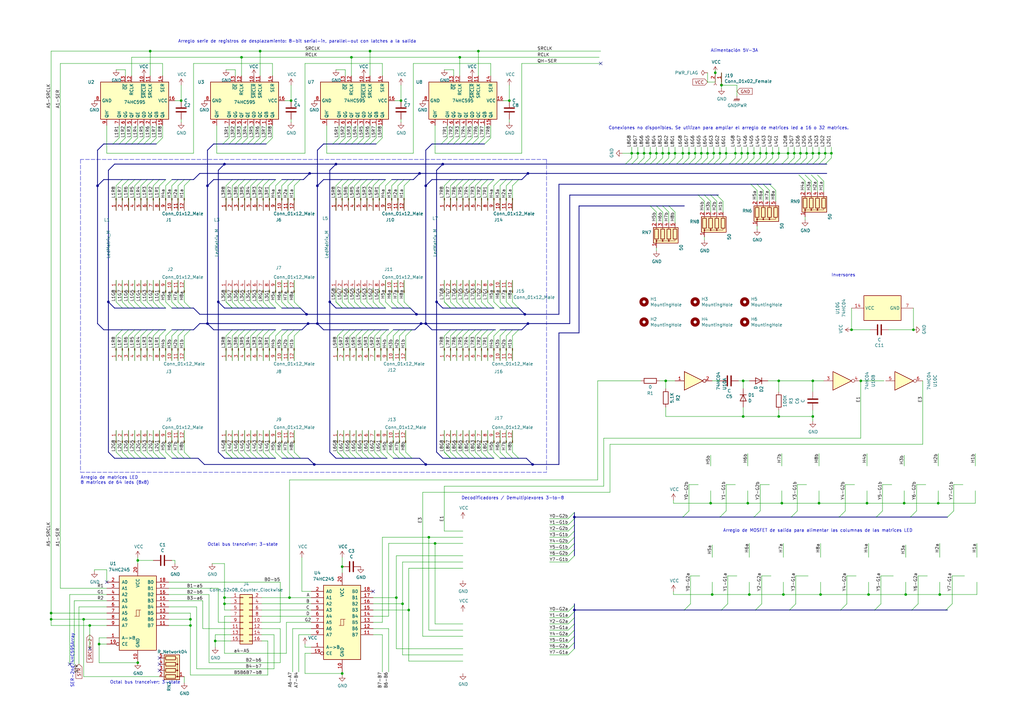
<source format=kicad_sch>
(kicad_sch (version 20211123) (generator eeschema)
  (paper "A3")
  (title_block (title "display LED driver") (date "2020-09-20") (rev "1.0") (company "Carlos German Carreño Romano"))
  (junction (at 175.895 220.345))
  (junction (at 301.625 62.865))
  (junction (at 290.195 62.865))
  (junction (at 304.8 170.815))
  (junction (at 179.07 123.825))
  (junction (at 135.255 123.825))
  (junction (at 292.1 243.84))
  (junction (at 36.83 256.54))
  (junction (at 74.295 41.275))
  (junction (at 285.115 62.865))
  (junction (at 287.655 62.865))
  (junction (at 78.105 254))
  (junction (at 316.865 62.865))
  (junction (at 208.915 41.275))
  (junction (at 264.16 62.865))
  (junction (at 89.535 123.825))
  (junction (at 61.595 20.955))
  (junction (at 280.035 62.865))
  (junction (at 127 71.12))
  (junction (at 340.995 62.865))
  (junction (at 56.515 271.78))
  (junction (at 215.265 128.905))
  (junction (at 336.55 243.84))
  (junction (at 325.755 62.865))
  (junction (at 374.65 135.255))
  (junction (at 128.905 190.5))
  (junction (at 356.235 243.84))
  (junction (at 106.68 20.955))
  (junction (at 174.625 190.5))
  (junction (at 271.78 62.865))
  (junction (at 370.84 206.375))
  (junction (at 333.375 170.815))
  (junction (at 323.215 62.865))
  (junction (at 306.705 62.865))
  (junction (at 218.44 190.5))
  (junction (at 261.62 62.865))
  (junction (at 130.175 76.2))
  (junction (at 320.675 206.375))
  (junction (at 291.465 206.375))
  (junction (at 34.29 254))
  (junction (at 476.25 96.52))
  (junction (at 306.705 206.375))
  (junction (at 92.075 247.65))
  (junction (at 292.735 62.865))
  (junction (at 44.45 123.825))
  (junction (at 130.175 132.715))
  (junction (at 349.25 135.255))
  (junction (at 174.625 76.2))
  (junction (at 293.37 29.845))
  (junction (at 259.08 62.865))
  (junction (at 140.335 232.41))
  (junction (at 295.275 62.865))
  (junction (at 118.745 245.11))
  (junction (at 269.24 62.865))
  (junction (at 151.765 20.955))
  (junction (at 165.1 247.65))
  (junction (at 385.445 243.84))
  (junction (at 330.835 62.865))
  (junction (at 309.245 62.865))
  (junction (at 167.64 250.19))
  (junction (at 335.915 62.865))
  (junction (at 321.31 243.84))
  (junction (at 353.06 156.21))
  (junction (at 314.325 62.865))
  (junction (at 335.915 206.375))
  (junction (at 126.365 132.715))
  (junction (at 92.075 245.11))
  (junction (at 162.56 245.11))
  (junction (at 476.25 109.22))
  (junction (at 99.06 23.495))
  (junction (at 235.585 212.09))
  (junction (at 371.475 243.84))
  (junction (at 319.405 156.21))
  (junction (at 40.64 264.16))
  (junction (at 216.535 71.12))
  (junction (at 274.32 62.865))
  (junction (at 304.165 62.865))
  (junction (at 266.7 62.865))
  (junction (at 40.005 76.2))
  (junction (at 333.375 62.865))
  (junction (at 85.09 132.715))
  (junction (at 307.34 243.84))
  (junction (at 78.105 256.54))
  (junction (at 196.215 20.955))
  (junction (at 181.61 67.31))
  (junction (at 476.25 106.045))
  (junction (at 20.955 251.46))
  (junction (at 178.435 222.885))
  (junction (at 188.595 23.495))
  (junction (at 172.72 132.715))
  (junction (at 297.815 62.865))
  (junction (at 304.8 156.21))
  (junction (at 282.575 62.865))
  (junction (at 170.815 128.905))
  (junction (at 85.09 76.2))
  (junction (at 119.38 41.275))
  (junction (at 174.625 132.715))
  (junction (at 338.455 62.865))
  (junction (at 276.86 62.865))
  (junction (at 319.405 170.815))
  (junction (at 355.6 206.375))
  (junction (at 319.405 62.865))
  (junction (at 137.795 67.31))
  (junction (at 384.81 206.375))
  (junction (at 235.585 250.19))
  (junction (at 311.785 62.865))
  (junction (at 140.335 276.225))
  (junction (at 295.91 34.925))
  (junction (at 333.375 156.21))
  (junction (at 216.535 132.715))
  (junction (at 172.085 71.12))
  (junction (at 144.145 23.495))
  (junction (at 273.05 156.21))
  (junction (at 434.34 100.965))
  (junction (at 92.075 67.31))
  (junction (at 328.295 62.865))
  (junction (at 88.265 262.89))
  (junction (at 56.515 229.87))
  (junction (at 164.465 41.275))
  (junction (at 20.955 254))
  (junction (at 125.73 128.905))
  (no_connect (at 153.035 242.57))
  (no_connect (at 43.815 238.76))
  (no_connect (at 36.83 266.065))
  (no_connect (at 246.38 26.035))
  (no_connect (at 28.575 272.415))
  (no_connect (at 65.405 269.875))
  (no_connect (at 65.405 272.415))
  (no_connect (at 65.405 274.955))
  (bus_entry (at 70.485 137.795) (size 2.54 -2.54))
  (bus_entry (at 189.865 76.2) (size 2.54 -2.54))
  (bus_entry (at 136.525 59.055) (size 2.54 -2.54))
  (bus_entry (at 313.055 75.565) (size 2.54 2.54))
  (bus_entry (at 73.025 185.42) (size 2.54 2.54))
  (bus_entry (at 188.595 59.055) (size 2.54 -2.54))
  (bus_entry (at 120.65 76.2) (size 2.54 -2.54))
  (bus_entry (at 107.95 76.2) (size 2.54 -2.54))
  (bus_entry (at 47.625 137.795) (size 2.54 -2.54))
  (bus_entry (at 374.015 250.19) (size 2.54 -2.54))
  (bus_entry (at 139.065 59.055) (size 2.54 -2.54))
  (bus_entry (at 335.28 71.755) (size 2.54 2.54))
  (bus_entry (at 156.21 185.42) (size 2.54 2.54))
  (bus_entry (at 274.32 67.31) (size 2.54 -2.54))
  (bus_entry (at 52.705 76.2) (size 2.54 -2.54))
  (bus_entry (at 233.045 255.905) (size 2.54 -2.54))
  (bus_entry (at 165.735 76.2) (size 2.54 -2.54))
  (bus_entry (at 99.06 59.055) (size 2.54 -2.54))
  (bus_entry (at 67.945 137.795) (size 2.54 -2.54))
  (bus_entry (at 184.785 137.795) (size 2.54 -2.54))
  (bus_entry (at 60.325 76.2) (size 2.54 -2.54))
  (bus_entry (at 299.085 67.31) (size 2.54 -2.54))
  (bus_entry (at 153.67 185.42) (size 2.54 2.54))
  (bus_entry (at 210.185 185.42) (size 2.54 2.54))
  (bus_entry (at 144.145 59.055) (size 2.54 -2.54))
  (bus_entry (at 64.135 59.055) (size 2.54 -2.54))
  (bus_entry (at 107.95 185.42) (size 2.54 2.54))
  (bus_entry (at 158.75 185.42) (size 2.54 2.54))
  (bus_entry (at 166.37 185.42) (size 2.54 2.54))
  (bus_entry (at 138.43 185.42) (size 2.54 2.54))
  (bus_entry (at 194.945 185.42) (size 2.54 2.54))
  (bus_entry (at 187.325 185.42) (size 2.54 2.54))
  (bus_entry (at 192.405 185.42) (size 2.54 2.54))
  (bus_entry (at 182.245 76.2) (size 2.54 -2.54))
  (bus_entry (at 323.215 67.31) (size 2.54 -2.54))
  (bus_entry (at 92.71 123.825) (size 2.54 2.54))
  (bus_entry (at 197.485 123.825) (size 2.54 2.54))
  (bus_entry (at 338.455 67.31) (size 2.54 -2.54))
  (bus_entry (at 269.24 67.31) (size 2.54 -2.54))
  (bus_entry (at 200.025 76.2) (size 2.54 -2.54))
  (bus_entry (at 137.795 123.825) (size 2.54 2.54))
  (bus_entry (at 266.7 84.455) (size 2.54 2.54))
  (bus_entry (at 200.025 185.42) (size 2.54 2.54))
  (bus_entry (at 182.245 185.42) (size 2.54 2.54))
  (bus_entry (at 323.85 250.19) (size 2.54 -2.54))
  (bus_entry (at 102.87 137.795) (size 2.54 -2.54))
  (bus_entry (at 295.275 212.09) (size 2.54 -2.54))
  (bus_entry (at 56.515 59.055) (size 2.54 -2.54))
  (bus_entry (at 118.11 123.825) (size 2.54 2.54))
  (bus_entry (at 286.385 80.01) (size 2.54 2.54))
  (bus_entry (at 304.165 67.31) (size 2.54 -2.54))
  (bus_entry (at 140.335 76.2) (size 2.54 -2.54))
  (bus_entry (at 295.275 67.31) (size 2.54 -2.54))
  (bus_entry (at 194.945 123.825) (size 2.54 2.54))
  (bus_entry (at 184.785 123.825) (size 2.54 2.54))
  (bus_entry (at 100.33 76.2) (size 2.54 -2.54))
  (bus_entry (at 210.185 76.2) (size 2.54 -2.54))
  (bus_entry (at 92.71 185.42) (size 2.54 2.54))
  (bus_entry (at 95.25 123.825) (size 2.54 2.54))
  (bus_entry (at 233.045 222.885) (size 2.54 -2.54))
  (bus_entry (at 62.865 185.42) (size 2.54 2.54))
  (bus_entry (at 183.515 59.055) (size 2.54 -2.54))
  (bus_entry (at 309.245 67.31) (size 2.54 -2.54))
  (bus_entry (at 95.25 185.42) (size 2.54 2.54))
  (bus_entry (at 306.705 67.31) (size 2.54 -2.54))
  (bus_entry (at 200.025 123.825) (size 2.54 2.54))
  (bus_entry (at 153.035 123.825) (size 2.54 2.54))
  (bus_entry (at 314.325 67.31) (size 2.54 -2.54))
  (bus_entry (at 73.025 137.795) (size 2.54 -2.54))
  (bus_entry (at 187.325 137.795) (size 2.54 -2.54))
  (bus_entry (at 65.405 137.795) (size 2.54 -2.54))
  (bus_entry (at 146.05 185.42) (size 2.54 2.54))
  (bus_entry (at 102.87 185.42) (size 2.54 2.54))
  (bus_entry (at 95.25 137.795) (size 2.54 -2.54))
  (bus_entry (at 142.875 76.2) (size 2.54 -2.54))
  (bus_entry (at 233.045 215.265) (size 2.54 -2.54))
  (bus_entry (at 57.785 123.825) (size 2.54 2.54))
  (bus_entry (at 105.41 123.825) (size 2.54 2.54))
  (bus_entry (at 100.33 185.42) (size 2.54 2.54))
  (bus_entry (at 140.97 137.795) (size 2.54 -2.54))
  (bus_entry (at 47.625 185.42) (size 2.54 2.54))
  (bus_entry (at 163.83 137.795) (size 2.54 -2.54))
  (bus_entry (at 60.325 137.795) (size 2.54 -2.54))
  (bus_entry (at 105.41 137.795) (size 2.54 -2.54))
  (bus_entry (at 328.295 67.31) (size 2.54 -2.54))
  (bus_entry (at 102.87 123.825) (size 2.54 2.54))
  (bus_entry (at 105.41 76.2) (size 2.54 -2.54))
  (bus_entry (at 210.185 123.825) (size 2.54 2.54))
  (bus_entry (at 187.325 123.825) (size 2.54 2.54))
  (bus_entry (at 182.245 123.825) (size 2.54 2.54))
  (bus_entry (at 115.57 76.2) (size 2.54 -2.54))
  (bus_entry (at 55.245 185.42) (size 2.54 2.54))
  (bus_entry (at 155.575 76.2) (size 2.54 -2.54))
  (bus_entry (at 67.945 185.42) (size 2.54 2.54))
  (bus_entry (at 52.705 185.42) (size 2.54 2.54))
  (bus_entry (at 288.925 80.01) (size 2.54 2.54))
  (bus_entry (at 344.805 250.19) (size 2.54 -2.54))
  (bus_entry (at 256.54 67.31) (size 2.54 -2.54))
  (bus_entry (at 200.025 137.795) (size 2.54 -2.54))
  (bus_entry (at 165.735 123.825) (size 2.54 2.54))
  (bus_entry (at 110.49 185.42) (size 2.54 2.54))
  (bus_entry (at 311.785 67.31) (size 2.54 -2.54))
  (bus_entry (at 182.245 137.795) (size 2.54 -2.54))
  (bus_entry (at 92.71 76.2) (size 2.54 -2.54))
  (bus_entry (at 120.65 137.795) (size 2.54 -2.54))
  (bus_entry (at 142.875 123.825) (size 2.54 2.54))
  (bus_entry (at 148.59 185.42) (size 2.54 2.54))
  (bus_entry (at 388.62 212.09) (size 2.54 -2.54))
  (bus_entry (at 191.135 59.055) (size 2.54 -2.54))
  (bus_entry (at 110.49 76.2) (size 2.54 -2.54))
  (bus_entry (at 65.405 185.42) (size 2.54 2.54))
  (bus_entry (at 198.755 59.055) (size 2.54 -2.54))
  (bus_entry (at 65.405 76.2) (size 2.54 -2.54))
  (bus_entry (at 75.565 123.825) (size 2.54 2.54))
  (bus_entry (at 373.38 212.09) (size 2.54 -2.54))
  (bus_entry (at 309.88 250.19) (size 2.54 -2.54))
  (bus_entry (at 233.045 268.605) (size 2.54 -2.54))
  (bus_entry (at 154.305 59.055) (size 2.54 -2.54))
  (bus_entry (at 113.03 137.795) (size 2.54 -2.54))
  (bus_entry (at 113.03 123.825) (size 2.54 2.54))
  (bus_entry (at 163.195 76.2) (size 2.54 -2.54))
  (bus_entry (at 301.625 67.31) (size 2.54 -2.54))
  (bus_entry (at 233.045 212.725) (size 2.54 -2.54))
  (bus_entry (at 280.035 212.09) (size 2.54 -2.54))
  (bus_entry (at 55.245 137.795) (size 2.54 -2.54))
  (bus_entry (at 233.045 253.365) (size 2.54 -2.54))
  (bus_entry (at 65.405 123.825) (size 2.54 2.54))
  (bus_entry (at 62.865 123.825) (size 2.54 2.54))
  (bus_entry (at 274.32 84.455) (size 2.54 2.54))
  (bus_entry (at 52.705 123.825) (size 2.54 2.54))
  (bus_entry (at 160.655 76.2) (size 2.54 -2.54))
  (bus_entry (at 205.105 123.825) (size 2.54 2.54))
  (bus_entry (at 97.79 185.42) (size 2.54 2.54))
  (bus_entry (at 100.33 137.795) (size 2.54 -2.54))
  (bus_entry (at 269.24 84.455) (size 2.54 2.54))
  (bus_entry (at 180.975 59.055) (size 2.54 -2.54))
  (bus_entry (at 67.945 123.825) (size 2.54 2.54))
  (bus_entry (at 95.25 76.2) (size 2.54 -2.54))
  (bus_entry (at 143.51 137.795) (size 2.54 -2.54))
  (bus_entry (at 50.165 123.825) (size 2.54 2.54))
  (bus_entry (at 197.485 76.2) (size 2.54 -2.54))
  (bus_entry (at 143.51 185.42) (size 2.54 2.54))
  (bus_entry (at 101.6 59.055) (size 2.54 -2.54))
  (bus_entry (at 59.055 59.055) (size 2.54 -2.54))
  (bus_entry (at 182.245 185.42) (size 2.54 2.54))
  (bus_entry (at 307.975 75.565) (size 2.54 2.54))
  (bus_entry (at 161.29 185.42) (size 2.54 2.54))
  (bus_entry (at 120.65 185.42) (size 2.54 2.54))
  (bus_entry (at 106.68 59.055) (size 2.54 -2.54))
  (bus_entry (at 261.62 67.31) (size 2.54 -2.54))
  (bus_entry (at 120.65 123.825) (size 2.54 2.54))
  (bus_entry (at 46.355 59.055) (size 2.54 -2.54))
  (bus_entry (at 138.43 185.42) (size 2.54 2.54))
  (bus_entry (at 105.41 185.42) (size 2.54 2.54))
  (bus_entry (at 97.79 123.825) (size 2.54 2.54))
  (bus_entry (at 147.955 76.2) (size 2.54 -2.54))
  (bus_entry (at 330.835 67.31) (size 2.54 -2.54))
  (bus_entry (at 166.37 137.795) (size 2.54 -2.54))
  (bus_entry (at 233.045 230.505) (size 2.54 -2.54))
  (bus_entry (at 202.565 76.2) (size 2.54 -2.54))
  (bus_entry (at 207.645 185.42) (size 2.54 2.54))
  (bus_entry (at 310.515 75.565) (size 2.54 2.54))
  (bus_entry (at 192.405 76.2) (size 2.54 -2.54))
  (bus_entry (at 202.565 137.795) (size 2.54 -2.54))
  (bus_entry (at 118.11 137.795) (size 2.54 -2.54))
  (bus_entry (at 146.685 59.055) (size 2.54 -2.54))
  (bus_entry (at 194.945 137.795) (size 2.54 -2.54))
  (bus_entry (at 93.98 59.055) (size 2.54 -2.54))
  (bus_entry (at 233.045 250.825) (size 2.54 -2.54))
  (bus_entry (at 344.17 212.09) (size 2.54 -2.54))
  (bus_entry (at 50.165 137.795) (size 2.54 -2.54))
  (bus_entry (at 207.645 137.795) (size 2.54 -2.54))
  (bus_entry (at 264.16 67.31) (size 2.54 -2.54))
  (bus_entry (at 148.59 137.795) (size 2.54 -2.54))
  (bus_entry (at 97.79 76.2) (size 2.54 -2.54))
  (bus_entry (at 62.865 76.2) (size 2.54 -2.54))
  (bus_entry (at 280.67 250.19) (size 2.54 -2.54))
  (bus_entry (at 146.05 137.795) (size 2.54 -2.54))
  (bus_entry (at 291.465 80.01) (size 2.54 2.54))
  (bus_entry (at 153.035 76.2) (size 2.54 -2.54))
  (bus_entry (at 330.2 71.755) (size 2.54 2.54))
  (bus_entry (at 315.595 75.565) (size 2.54 2.54))
  (bus_entry (at 141.605 59.055) (size 2.54 -2.54))
  (bus_entry (at 202.565 185.42) (size 2.54 2.54))
  (bus_entry (at 359.41 212.09) (size 2.54 -2.54))
  (bus_entry (at 62.865 137.795) (size 2.54 -2.54))
  (bus_entry (at 151.13 137.795) (size 2.54 -2.54))
  (bus_entry (at 102.87 76.2) (size 2.54 -2.54))
  (bus_entry (at 277.495 67.31) (size 2.54 -2.54))
  (bus_entry (at 57.785 185.42) (size 2.54 2.54))
  (bus_entry (at 61.595 59.055) (size 2.54 -2.54))
  (bus_entry (at 150.495 76.2) (size 2.54 -2.54))
  (bus_entry (at 189.865 137.795) (size 2.54 -2.54))
  (bus_entry (at 73.025 123.825) (size 2.54 2.54))
  (bus_entry (at 327.66 71.755) (size 2.54 2.54))
  (bus_entry (at 189.865 185.42) (size 2.54 2.54))
  (bus_entry (at 75.565 137.795) (size 2.54 -2.54))
  (bus_entry (at 104.14 59.055) (size 2.54 -2.54))
  (bus_entry (at 53.975 59.055) (size 2.54 -2.54))
  (bus_entry (at 163.83 185.42) (size 2.54 2.54))
  (bus_entry (at 358.775 250.19) (size 2.54 -2.54))
  (bus_entry (at 233.045 258.445) (size 2.54 -2.54))
  (bus_entry (at 137.795 76.2) (size 2.54 -2.54))
  (bus_entry (at 233.045 263.525) (size 2.54 -2.54))
  (bus_entry (at 182.245 123.825) (size 2.54 2.54))
  (bus_entry (at 294.005 80.01) (size 2.54 2.54))
  (bus_entry (at 205.105 76.2) (size 2.54 -2.54))
  (bus_entry (at 333.375 67.31) (size 2.54 -2.54))
  (bus_entry (at 92.71 137.795) (size 2.54 -2.54))
  (bus_entry (at 233.045 227.965) (size 2.54 -2.54))
  (bus_entry (at 320.675 67.31) (size 2.54 -2.54))
  (bus_entry (at 100.33 123.825) (size 2.54 2.54))
  (bus_entry (at 184.785 76.2) (size 2.54 -2.54))
  (bus_entry (at 210.185 137.795) (size 2.54 -2.54))
  (bus_entry (at 92.71 123.825) (size 2.54 2.54))
  (bus_entry (at 115.57 137.795) (size 2.54 -2.54))
  (bus_entry (at 73.025 76.2) (size 2.54 -2.54))
  (bus_entry (at 51.435 59.055) (size 2.54 -2.54))
  (bus_entry (at 233.045 225.425) (size 2.54 -2.54))
  (bus_entry (at 290.195 67.31) (size 2.54 -2.54))
  (bus_entry (at 107.95 123.825) (size 2.54 2.54))
  (bus_entry (at 151.13 185.42) (size 2.54 2.54))
  (bus_entry (at 193.675 59.055) (size 2.54 -2.54))
  (bus_entry (at 207.645 76.2) (size 2.54 -2.54))
  (bus_entry (at 47.625 76.2) (size 2.54 -2.54))
  (bus_entry (at 335.915 67.31) (size 2.54 -2.54))
  (bus_entry (at 48.895 59.055) (size 2.54 -2.54))
  (bus_entry (at 205.105 137.795) (size 2.54 -2.54))
  (bus_entry (at 160.655 123.825) (size 2.54 2.54))
  (bus_entry (at 282.575 67.31) (size 2.54 -2.54))
  (bus_entry (at 207.645 123.825) (size 2.54 2.54))
  (bus_entry (at 96.52 59.055) (size 2.54 -2.54))
  (bus_entry (at 285.115 67.31) (size 2.54 -2.54))
  (bus_entry (at 151.765 59.055) (size 2.54 -2.54))
  (bus_entry (at 292.735 67.31) (size 2.54 -2.54))
  (bus_entry (at 91.44 59.055) (size 2.54 -2.54))
  (bus_entry (at 197.485 137.795) (size 2.54 -2.54))
  (bus_entry (at 149.225 59.055) (size 2.54 -2.54))
  (bus_entry (at 233.045 260.985) (size 2.54 -2.54))
  (bus_entry (at 287.655 67.31) (size 2.54 -2.54))
  (bus_entry (at 158.75 137.795) (size 2.54 -2.54))
  (bus_entry (at 194.945 76.2) (size 2.54 -2.54))
  (bus_entry (at 271.78 67.31) (size 2.54 -2.54))
  (bus_entry (at 75.565 76.2) (size 2.54 -2.54))
  (bus_entry (at 205.105 185.42) (size 2.54 2.54))
  (bus_entry (at 147.955 123.825) (size 2.54 2.54))
  (bus_entry (at 109.22 59.055) (size 2.54 -2.54))
  (bus_entry (at 324.485 212.09) (size 2.54 -2.54))
  (bus_entry (at 138.43 137.795) (size 2.54 -2.54))
  (bus_entry (at 60.325 123.825) (size 2.54 2.54))
  (bus_entry (at 113.03 76.2) (size 2.54 -2.54))
  (bus_entry (at 233.045 220.345) (size 2.54 -2.54))
  (bus_entry (at 309.245 212.09) (size 2.54 -2.54))
  (bus_entry (at 196.215 59.055) (size 2.54 -2.54))
  (bus_entry (at 233.045 217.805) (size 2.54 -2.54))
  (bus_entry (at 158.115 123.825) (size 2.54 2.54))
  (bus_entry (at 115.57 185.42) (size 2.54 2.54))
  (bus_entry (at 145.415 123.825) (size 2.54 2.54))
  (bus_entry (at 295.91 250.19) (size 2.54 -2.54))
  (bus_entry (at 52.705 137.795) (size 2.54 -2.54))
  (bus_entry (at 140.335 123.825) (size 2.54 2.54))
  (bus_entry (at 75.565 185.42) (size 2.54 2.54))
  (bus_entry (at 113.03 185.42) (size 2.54 2.54))
  (bus_entry (at 187.325 76.2) (size 2.54 -2.54))
  (bus_entry (at 57.785 137.795) (size 2.54 -2.54))
  (bus_entry (at 387.985 250.19) (size 2.54 -2.54))
  (bus_entry (at 118.11 76.2) (size 2.54 -2.54))
  (bus_entry (at 150.495 123.825) (size 2.54 2.54))
  (bus_entry (at 259.08 67.31) (size 2.54 -2.54))
  (bus_entry (at 266.7 67.31) (size 2.54 -2.54))
  (bus_entry (at 118.11 185.42) (size 2.54 2.54))
  (bus_entry (at 67.945 76.2) (size 2.54 -2.54))
  (bus_entry (at 155.575 123.825) (size 2.54 2.54))
  (bus_entry (at 145.415 76.2) (size 2.54 -2.54))
  (bus_entry (at 186.055 59.055) (size 2.54 -2.54))
  (bus_entry (at 57.785 76.2) (size 2.54 -2.54))
  (bus_entry (at 55.245 76.2) (size 2.54 -2.54))
  (bus_entry (at 316.865 67.31) (size 2.54 -2.54))
  (bus_entry (at 184.785 185.42) (size 2.54 2.54))
  (bus_entry (at 189.865 123.825) (size 2.54 2.54))
  (bus_entry (at 50.165 185.42) (size 2.54 2.54))
  (bus_entry (at 158.115 76.2) (size 2.54 -2.54))
  (bus_entry (at 202.565 123.825) (size 2.54 2.54))
  (bus_entry (at 92.71 185.42) (size 2.54 2.54))
  (bus_entry (at 47.625 123.825) (size 2.54 2.54))
  (bus_entry (at 192.405 137.795) (size 2.54 -2.54))
  (bus_entry (at 70.485 123.825) (size 2.54 2.54))
  (bus_entry (at 197.485 185.42) (size 2.54 2.54))
  (bus_entry (at 163.195 123.825) (size 2.54 2.54))
  (bus_entry (at 153.67 137.795) (size 2.54 -2.54))
  (bus_entry (at 110.49 137.795) (size 2.54 -2.54))
  (bus_entry (at 110.49 123.825) (size 2.54 2.54))
  (bus_entry (at 271.78 84.455) (size 2.54 2.54))
  (bus_entry (at 70.485 185.42) (size 2.54 2.54))
  (bus_entry (at 140.97 185.42) (size 2.54 2.54))
  (bus_entry (at 156.21 137.795) (size 2.54 -2.54))
  (bus_entry (at 70.485 76.2) (size 2.54 -2.54))
  (bus_entry (at 233.045 266.065) (size 2.54 -2.54))
  (bus_entry (at 60.325 185.42) (size 2.54 2.54))
  (bus_entry (at 192.405 123.825) (size 2.54 2.54))
  (bus_entry (at 332.74 71.755) (size 2.54 2.54))
  (bus_entry (at 50.165 76.2) (size 2.54 -2.54))
  (bus_entry (at 280.035 67.31) (size 2.54 -2.54))
  (bus_entry (at 97.79 137.795) (size 2.54 -2.54))
  (bus_entry (at 325.755 67.31) (size 2.54 -2.54))
  (bus_entry (at 115.57 123.825) (size 2.54 2.54))
  (bus_entry (at 137.795 123.825) (size 2.54 2.54))
  (bus_entry (at 55.245 123.825) (size 2.54 2.54))
  (bus_entry (at 107.95 137.795) (size 2.54 -2.54))
  (bus_entry (at 161.29 137.795) (size 2.54 -2.54))
  (bus (pts (xy 330.835 67.31) (xy 333.375 67.31)))
  (wire (pts (xy 100.33 76.2) (xy 100.33 86.36)))
  (wire (pts (xy 210.185 147.955) (xy 210.185 137.795)))
  (bus (pts (xy 168.275 73.66) (xy 169.545 73.66)))
  (bus (pts (xy 256.54 67.31) (xy 259.08 67.31)))
  (wire (pts (xy 333.375 160.655) (xy 333.375 156.21)))
  (wire (pts (xy 169.545 26.035) (xy 169.545 62.865)))
  (wire (pts (xy 330.2 88.9) (xy 330.2 90.17)))
  (wire (pts (xy 92.075 250.19) (xy 92.075 247.65)))
  (bus (pts (xy 79.375 73.66) (xy 81.915 71.12)))
  (wire (pts (xy 301.625 198.755) (xy 297.815 198.755)))
  (bus (pts (xy 78.105 187.96) (xy 81.28 187.96)))
  (bus (pts (xy 87.63 135.255) (xy 95.25 135.255)))
  (wire (pts (xy 302.895 156.21) (xy 304.8 156.21)))
  (bus (pts (xy 287.655 67.31) (xy 290.195 67.31)))
  (wire (pts (xy 167.64 271.145) (xy 189.865 271.145)))
  (wire (pts (xy 20.955 256.54) (xy 20.955 254)))
  (bus (pts (xy 89.535 185.42) (xy 92.075 187.96)))
  (wire (pts (xy 333.375 156.21) (xy 337.82 156.21)))
  (bus (pts (xy 57.785 73.66) (xy 60.325 73.66)))
  (wire (pts (xy 385.445 222.885) (xy 385.445 228.6)))
  (bus (pts (xy 60.325 135.255) (xy 62.865 135.255)))
  (wire (pts (xy 269.24 62.865) (xy 266.7 62.865)))
  (wire (pts (xy 36.83 256.54) (xy 36.83 266.065)))
  (wire (pts (xy 173.355 201.93) (xy 250.19 201.93)))
  (wire (pts (xy 182.245 137.795) (xy 182.245 147.955)))
  (bus (pts (xy 46.99 67.31) (xy 92.075 67.31)))
  (wire (pts (xy 110.49 176.53) (xy 110.49 185.42)))
  (wire (pts (xy 92.075 252.73) (xy 94.615 252.73)))
  (bus (pts (xy 202.565 135.255) (xy 203.2 135.255)))
  (bus (pts (xy 120.65 135.255) (xy 123.19 135.255)))
  (wire (pts (xy 55.245 114.935) (xy 55.245 123.825)))
  (bus (pts (xy 197.485 126.365) (xy 200.025 126.365)))
  (wire (pts (xy 62.865 229.87) (xy 56.515 229.87)))
  (bus (pts (xy 153.67 187.96) (xy 156.21 187.96)))
  (wire (pts (xy 292.735 60.325) (xy 292.735 62.865)))
  (wire (pts (xy 69.215 238.76) (xy 114.935 238.76)))
  (wire (pts (xy 346.71 198.755) (xy 346.71 209.55)))
  (bus (pts (xy 210.185 73.66) (xy 212.725 73.66)))
  (bus (pts (xy 328.295 67.31) (xy 330.835 67.31)))
  (bus (pts (xy 70.485 135.255) (xy 73.025 135.255)))
  (bus (pts (xy 235.585 222.885) (xy 235.585 225.425)))
  (wire (pts (xy 118.11 176.53) (xy 118.11 185.42)))
  (wire (pts (xy 107.315 245.11) (xy 118.745 245.11)))
  (bus (pts (xy 620.395 71.12) (xy 620.395 112.395)))
  (bus (pts (xy 323.215 67.31) (xy 325.755 67.31)))
  (wire (pts (xy 140.335 118.11) (xy 140.335 123.825)))
  (bus (pts (xy 313.055 75.565) (xy 315.595 75.565)))
  (wire (pts (xy 298.45 236.22) (xy 298.45 247.65)))
  (wire (pts (xy 127.635 267.97) (xy 125.095 267.97)))
  (wire (pts (xy 97.79 176.53) (xy 97.79 185.42)))
  (wire (pts (xy 311.785 60.325) (xy 311.785 62.865)))
  (wire (pts (xy 366.395 236.22) (xy 361.315 236.22)))
  (wire (pts (xy 65.405 176.53) (xy 65.405 185.42)))
  (wire (pts (xy 379.73 198.755) (xy 375.92 198.755)))
  (bus (pts (xy 92.075 67.31) (xy 137.795 67.31)))
  (wire (pts (xy 96.52 56.515) (xy 96.52 51.435)))
  (wire (pts (xy 330.2 74.295) (xy 330.2 78.74)))
  (wire (pts (xy 250.19 201.93) (xy 250.19 182.245)))
  (wire (pts (xy 296.545 82.55) (xy 296.545 86.995)))
  (bus (pts (xy 126.365 132.715) (xy 130.175 132.715)))
  (bus (pts (xy 55.245 126.365) (xy 57.785 126.365)))
  (wire (pts (xy 295.275 62.865) (xy 297.815 62.865)))
  (wire (pts (xy 336.55 243.84) (xy 356.235 243.84)))
  (bus (pts (xy 60.325 126.365) (xy 62.865 126.365)))
  (wire (pts (xy 93.98 56.515) (xy 93.98 51.435)))
  (wire (pts (xy 197.485 76.2) (xy 197.485 86.36)))
  (wire (pts (xy 85.725 271.78) (xy 114.935 271.78)))
  (wire (pts (xy 85.725 243.84) (xy 85.725 271.78)))
  (wire (pts (xy 270.51 156.21) (xy 273.05 156.21)))
  (wire (pts (xy 167.64 250.19) (xy 167.64 271.145)))
  (bus (pts (xy 97.79 73.66) (xy 100.33 73.66)))
  (wire (pts (xy 107.315 255.27) (xy 114.935 255.27)))
  (wire (pts (xy 184.785 76.2) (xy 184.785 86.36)))
  (wire (pts (xy 335.915 60.325) (xy 335.915 62.865)))
  (wire (pts (xy 210.185 114.935) (xy 210.185 123.825)))
  (wire (pts (xy 316.865 60.325) (xy 316.865 62.865)))
  (wire (pts (xy 375.92 198.755) (xy 375.92 209.55)))
  (bus (pts (xy 100.33 126.365) (xy 102.87 126.365)))
  (bus (pts (xy 50.165 126.365) (xy 52.705 126.365)))
  (bus (pts (xy 62.865 187.96) (xy 65.405 187.96)))
  (wire (pts (xy 355.6 206.375) (xy 370.84 206.375)))
  (bus (pts (xy 135.255 69.85) (xy 137.795 67.31)))
  (wire (pts (xy 105.41 123.825) (xy 105.41 118.745)))
  (wire (pts (xy 61.595 31.115) (xy 61.595 20.955)))
  (wire (pts (xy 28.575 243.84) (xy 28.575 272.415)))
  (bus (pts (xy 110.49 126.365) (xy 113.03 126.365)))
  (wire (pts (xy 55.245 176.53) (xy 55.245 185.42)))
  (bus (pts (xy 81.915 71.12) (xy 127 71.12)))
  (wire (pts (xy 225.425 225.425) (xy 233.045 225.425)))
  (bus (pts (xy 233.68 80.01) (xy 233.68 132.715)))
  (wire (pts (xy 147.955 76.2) (xy 147.955 86.36)))
  (wire (pts (xy 225.425 255.905) (xy 233.045 255.905)))
  (bus (pts (xy 280.035 212.09) (xy 295.275 212.09)))
  (wire (pts (xy 47.625 176.53) (xy 47.625 185.42)))
  (wire (pts (xy 182.245 217.805) (xy 189.865 217.805)))
  (wire (pts (xy 106.68 20.955) (xy 151.765 20.955)))
  (bus (pts (xy 215.9 187.96) (xy 218.44 190.5)))
  (wire (pts (xy 57.785 176.53) (xy 57.785 185.42)))
  (wire (pts (xy 119.38 34.925) (xy 119.38 41.275)))
  (bus (pts (xy 81.915 132.715) (xy 85.09 132.715)))
  (bus (pts (xy 97.79 135.255) (xy 100.33 135.255)))
  (wire (pts (xy 365.76 198.755) (xy 361.95 198.755)))
  (bus (pts (xy 79.375 135.255) (xy 81.915 132.715)))
  (bus (pts (xy 160.655 73.66) (xy 163.195 73.66)))
  (wire (pts (xy 304.8 170.815) (xy 319.405 170.815)))
  (bus (pts (xy 46.99 126.365) (xy 50.165 126.365)))
  (wire (pts (xy 312.42 236.22) (xy 312.42 247.65)))
  (bus (pts (xy 70.485 187.96) (xy 73.025 187.96)))
  (wire (pts (xy 259.08 60.325) (xy 259.08 62.865)))
  (wire (pts (xy 384.81 206.375) (xy 400.05 206.375)))
  (wire (pts (xy 165.1 230.505) (xy 189.865 230.505)))
  (bus (pts (xy 280.67 250.19) (xy 295.91 250.19)))
  (wire (pts (xy 213.995 26.035) (xy 246.38 26.035)))
  (wire (pts (xy 110.49 123.825) (xy 110.49 118.745)))
  (wire (pts (xy 304.165 62.865) (xy 304.165 64.77)))
  (bus (pts (xy 149.225 59.055) (xy 151.765 59.055)))
  (wire (pts (xy 310.515 78.105) (xy 310.515 82.55)))
  (bus (pts (xy 181.61 187.96) (xy 184.785 187.96)))
  (bus (pts (xy 153.035 73.66) (xy 155.575 73.66)))
  (wire (pts (xy 55.245 137.795) (xy 55.245 147.955)))
  (bus (pts (xy 40.005 132.715) (xy 42.545 135.255)))
  (wire (pts (xy 311.785 62.865) (xy 314.325 62.865)))
  (wire (pts (xy 285.115 60.325) (xy 285.115 62.865)))
  (wire (pts (xy 53.975 23.495) (xy 99.06 23.495)))
  (bus (pts (xy 197.485 135.255) (xy 200.025 135.255)))
  (bus (pts (xy 229.235 75.565) (xy 229.235 128.905)))
  (wire (pts (xy 118.11 114.935) (xy 118.11 123.825)))
  (bus (pts (xy 118.11 73.66) (xy 120.65 73.66)))
  (bus (pts (xy 264.16 67.31) (xy 266.7 67.31)))
  (wire (pts (xy 141.605 28.575) (xy 141.605 31.115)))
  (bus (pts (xy 622.935 114.935) (xy 622.935 68.58)))
  (wire (pts (xy 213.995 62.865) (xy 213.995 26.035)))
  (bus (pts (xy 144.145 59.055) (xy 146.685 59.055)))
  (wire (pts (xy 74.295 50.165) (xy 74.295 48.895)))
  (wire (pts (xy 292.735 62.865) (xy 295.275 62.865)))
  (wire (pts (xy 156.845 220.345) (xy 156.845 255.27)))
  (wire (pts (xy 120.65 86.36) (xy 120.65 76.2)))
  (wire (pts (xy 107.315 252.73) (xy 127.635 252.73)))
  (bus (pts (xy 123.19 73.66) (xy 124.46 73.66)))
  (wire (pts (xy 60.325 114.935) (xy 60.325 123.825)))
  (bus (pts (xy 161.29 187.96) (xy 163.83 187.96)))
  (bus (pts (xy 91.44 59.055) (xy 93.98 59.055)))
  (bus (pts (xy 271.78 84.455) (xy 274.32 84.455)))
  (wire (pts (xy 335.28 74.295) (xy 335.28 78.74)))
  (wire (pts (xy 43.815 233.68) (xy 43.815 238.76)))
  (wire (pts (xy 159.385 257.81) (xy 159.385 275.59)))
  (bus (pts (xy 344.17 212.09) (xy 359.41 212.09)))
  (bus (pts (xy 179.07 123.825) (xy 179.07 185.42)))
  (wire (pts (xy 161.29 137.795) (xy 161.29 147.955)))
  (wire (pts (xy 304.8 167.005) (xy 304.8 170.815)))
  (wire (pts (xy 350.52 198.755) (xy 346.71 198.755)))
  (bus (pts (xy 174.625 190.5) (xy 218.44 190.5)))
  (wire (pts (xy 276.86 86.995) (xy 276.86 91.44)))
  (bus (pts (xy 304.165 67.31) (xy 306.705 67.31)))
  (bus (pts (xy 163.195 126.365) (xy 165.735 126.365)))
  (wire (pts (xy 315.595 198.755) (xy 311.785 198.755)))
  (bus (pts (xy 174.625 76.2) (xy 177.165 73.66)))
  (wire (pts (xy 225.425 217.805) (xy 233.045 217.805)))
  (wire (pts (xy 65.405 76.2) (xy 65.405 86.36)))
  (wire (pts (xy 269.24 101.6) (xy 269.24 102.87)))
  (wire (pts (xy 118.745 245.11) (xy 127.635 245.11)))
  (wire (pts (xy 153.67 137.795) (xy 153.67 147.955)))
  (wire (pts (xy 107.315 250.19) (xy 127.635 250.19)))
  (wire (pts (xy 320.675 201.295) (xy 320.675 206.375)))
  (wire (pts (xy 167.64 233.045) (xy 167.64 250.19)))
  (bus (pts (xy 48.895 59.055) (xy 51.435 59.055)))
  (wire (pts (xy 197.485 137.795) (xy 197.485 147.955)))
  (wire (pts (xy 138.43 137.795) (xy 138.43 147.955)))
  (wire (pts (xy 137.795 76.2) (xy 137.795 86.36)))
  (bus (pts (xy 310.515 75.565) (xy 313.055 75.565)))
  (bus (pts (xy 615.95 76.2) (xy 615.95 107.315)))
  (wire (pts (xy 385.445 238.76) (xy 385.445 243.84)))
  (wire (pts (xy 293.37 29.845) (xy 293.37 33.655)))
  (wire (pts (xy 306.705 206.375) (xy 320.675 206.375)))
  (bus (pts (xy 155.575 73.66) (xy 158.115 73.66)))
  (wire (pts (xy 65.405 137.795) (xy 65.405 147.955)))
  (bus (pts (xy 235.585 247.65) (xy 235.585 248.285)))
  (wire (pts (xy 40.64 271.78) (xy 56.515 271.78)))
  (wire (pts (xy 62.865 114.935) (xy 62.865 123.825)))
  (wire (pts (xy 200.025 76.2) (xy 200.025 86.36)))
  (bus (pts (xy 235.585 250.825) (xy 235.585 253.365)))
  (wire (pts (xy 153.035 245.11) (xy 162.56 245.11)))
  (wire (pts (xy 261.62 60.325) (xy 261.62 62.865)))
  (wire (pts (xy 75.565 114.935) (xy 75.565 123.825)))
  (wire (pts (xy 325.755 60.325) (xy 325.755 62.865)))
  (bus (pts (xy 210.185 126.365) (xy 212.725 126.365)))
  (wire (pts (xy 201.295 31.115) (xy 201.295 26.035)))
  (wire (pts (xy 516.255 96.52) (xy 521.97 96.52)))
  (wire (pts (xy 69.215 246.38) (xy 83.185 246.38)))
  (bus (pts (xy 186.055 59.055) (xy 188.595 59.055)))
  (bus (pts (xy 46.355 59.055) (xy 48.895 59.055)))
  (wire (pts (xy 313.055 78.105) (xy 313.055 82.55)))
  (wire (pts (xy 519.43 106.045) (xy 519.43 99.06)))
  (bus (pts (xy 44.45 123.825) (xy 44.45 185.42)))
  (bus (pts (xy 233.68 80.01) (xy 286.385 80.01)))
  (bus (pts (xy 212.725 187.96) (xy 215.9 187.96)))
  (wire (pts (xy 210.185 176.53) (xy 210.185 185.42)))
  (bus (pts (xy 160.655 126.365) (xy 163.195 126.365)))
  (wire (pts (xy 122.555 260.35) (xy 122.555 275.59)))
  (bus (pts (xy 65.405 73.66) (xy 67.945 73.66)))
  (wire (pts (xy 290.195 33.655) (xy 293.37 33.655)))
  (wire (pts (xy 47.625 28.575) (xy 51.435 28.575)))
  (wire (pts (xy 146.685 56.515) (xy 146.685 51.435)))
  (wire (pts (xy 271.78 64.77) (xy 271.78 62.865)))
  (wire (pts (xy 69.215 241.3) (xy 89.535 241.3)))
  (wire (pts (xy 94.615 260.35) (xy 88.265 260.35)))
  (bus (pts (xy 55.245 135.255) (xy 57.785 135.255)))
  (bus (pts (xy 96.52 59.055) (xy 99.06 59.055)))
  (wire (pts (xy 165.1 268.605) (xy 189.865 268.605)))
  (wire (pts (xy 187.325 114.935) (xy 187.325 123.825)))
  (wire (pts (xy 56.515 229.87) (xy 56.515 231.14)))
  (wire (pts (xy 259.08 62.865) (xy 255.27 62.865)))
  (bus (pts (xy 358.775 250.19) (xy 374.015 250.19)))
  (wire (pts (xy 164.465 34.925) (xy 164.465 41.275)))
  (wire (pts (xy 330.835 62.865) (xy 333.375 62.865)))
  (bus (pts (xy 110.49 73.66) (xy 113.03 73.66)))
  (bus (pts (xy 212.725 135.255) (xy 213.995 135.255)))
  (wire (pts (xy 151.765 20.955) (xy 151.765 31.115)))
  (bus (pts (xy 282.575 67.31) (xy 285.115 67.31)))
  (wire (pts (xy 264.16 62.865) (xy 264.16 64.77)))
  (wire (pts (xy 163.83 176.53) (xy 163.83 185.42)))
  (bus (pts (xy 207.645 135.255) (xy 210.185 135.255)))
  (wire (pts (xy 390.525 236.22) (xy 390.525 247.65)))
  (bus (pts (xy 110.49 187.96) (xy 113.03 187.96)))
  (bus (pts (xy 166.37 135.255) (xy 168.91 135.255)))
  (wire (pts (xy 280.035 62.865) (xy 276.86 62.865)))
  (wire (pts (xy 75.565 277.495) (xy 75.565 280.035)))
  (wire (pts (xy 89.535 241.3) (xy 89.535 255.27)))
  (bus (pts (xy 89.535 123.825) (xy 92.075 126.365)))
  (bus (pts (xy 105.41 187.96) (xy 107.95 187.96)))
  (wire (pts (xy 290.195 62.865) (xy 287.655 62.865)))
  (bus (pts (xy 292.735 67.31) (xy 295.275 67.31)))
  (bus (pts (xy 143.51 135.255) (xy 146.05 135.255)))
  (wire (pts (xy 165.1 247.65) (xy 165.1 268.605)))
  (bus (pts (xy 194.945 126.365) (xy 197.485 126.365)))
  (wire (pts (xy 306.705 62.865) (xy 309.245 62.865)))
  (bus (pts (xy 102.87 187.96) (xy 105.41 187.96)))
  (wire (pts (xy 115.57 176.53) (xy 115.57 185.42)))
  (wire (pts (xy 20.955 251.46) (xy 43.815 251.46)))
  (wire (pts (xy 71.755 41.275) (xy 74.295 41.275)))
  (bus (pts (xy 215.265 128.905) (xy 229.235 128.905)))
  (bus (pts (xy 295.275 67.31) (xy 299.085 67.31)))
  (wire (pts (xy 293.37 28.575) (xy 293.37 29.845)))
  (bus (pts (xy 75.565 135.255) (xy 78.105 135.255)))
  (bus (pts (xy 75.565 126.365) (xy 78.105 126.365)))
  (polyline (pts (xy 224.155 65.405) (xy 224.155 193.675)))
  (wire (pts (xy 178.435 255.905) (xy 178.435 222.885)))
  (wire (pts (xy 125.095 62.865) (xy 125.095 26.035)))
  (wire (pts (xy 70.485 114.935) (xy 70.485 123.825)))
  (wire (pts (xy 287.655 60.325) (xy 287.655 62.865)))
  (wire (pts (xy 225.425 258.445) (xy 233.045 258.445)))
  (wire (pts (xy 117.475 255.27) (xy 127.635 255.27)))
  (wire (pts (xy 158.115 76.2) (xy 158.115 86.36)))
  (wire (pts (xy 197.485 176.53) (xy 197.485 185.42)))
  (bus (pts (xy 132.715 73.66) (xy 140.335 73.66)))
  (wire (pts (xy 266.7 62.865) (xy 264.16 62.865)))
  (wire (pts (xy 34.29 254) (xy 43.815 254)))
  (wire (pts (xy 92.71 176.53) (xy 92.71 185.42)))
  (wire (pts (xy 156.845 31.115) (xy 156.845 26.035)))
  (wire (pts (xy 188.595 31.115) (xy 188.595 23.495)))
  (wire (pts (xy 189.865 255.905) (xy 178.435 255.905)))
  (wire (pts (xy 208.915 50.165) (xy 208.915 48.895)))
  (bus (pts (xy 62.865 73.66) (xy 65.405 73.66)))
  (bus (pts (xy 132.715 59.055) (xy 136.525 59.055)))
  (wire (pts (xy 370.84 201.295) (xy 370.84 206.375)))
  (bus (pts (xy 274.32 67.31) (xy 277.495 67.31)))
  (wire (pts (xy 292.1 223.52) (xy 292.1 228.6)))
  (bus (pts (xy 266.7 84.455) (xy 269.24 84.455)))
  (wire (pts (xy 189.865 114.935) (xy 189.865 123.825)))
  (wire (pts (xy 163.83 137.795) (xy 163.83 147.955)))
  (wire (pts (xy 426.72 100.965) (xy 434.34 100.965)))
  (wire (pts (xy 20.955 20.955) (xy 20.955 251.46)))
  (bus (pts (xy 177.165 73.66) (xy 184.785 73.66)))
  (bus (pts (xy 70.485 73.66) (xy 73.025 73.66)))
  (wire (pts (xy 73.025 114.935) (xy 73.025 123.825)))
  (wire (pts (xy 47.625 137.795) (xy 47.625 147.955)))
  (wire (pts (xy 187.325 76.2) (xy 187.325 86.36)))
  (wire (pts (xy 295.275 60.325) (xy 295.275 62.865)))
  (wire (pts (xy 197.485 114.935) (xy 197.485 123.825)))
  (bus (pts (xy 266.7 67.31) (xy 269.24 67.31)))
  (wire (pts (xy 48.895 56.515) (xy 48.895 51.435)))
  (wire (pts (xy 200.025 114.935) (xy 200.025 123.825)))
  (wire (pts (xy 274.32 64.77) (xy 274.32 62.865)))
  (wire (pts (xy 304.165 60.325) (xy 304.165 62.865)))
  (wire (pts (xy 184.785 114.935) (xy 184.785 123.825)))
  (wire (pts (xy 50.165 76.2) (xy 50.165 86.36)))
  (bus (pts (xy 107.95 135.255) (xy 110.49 135.255)))
  (wire (pts (xy 340.995 62.865) (xy 340.995 64.77)))
  (wire (pts (xy 138.43 176.53) (xy 138.43 185.42)))
  (wire (pts (xy 69.215 248.92) (xy 80.645 248.92)))
  (wire (pts (xy 287.655 62.865) (xy 287.655 64.77)))
  (wire (pts (xy 202.565 137.795) (xy 202.565 147.955)))
  (wire (pts (xy 304.8 156.21) (xy 307.34 156.21)))
  (bus (pts (xy 344.805 250.19) (xy 358.775 250.19)))
  (wire (pts (xy 133.985 62.865) (xy 169.545 62.865)))
  (wire (pts (xy 162.56 266.065) (xy 189.865 266.065)))
  (wire (pts (xy 475.615 96.52) (xy 476.25 96.52)))
  (bus (pts (xy 181.61 126.365) (xy 184.785 126.365)))
  (bus (pts (xy 301.625 67.31) (xy 304.165 67.31)))
  (wire (pts (xy 120.65 114.935) (xy 120.65 123.825)))
  (wire (pts (xy 161.29 176.53) (xy 161.29 185.42)))
  (bus (pts (xy 52.705 135.255) (xy 55.245 135.255)))
  (bus (pts (xy 500.38 80.645) (xy 526.415 80.645)))
  (bus (pts (xy 158.75 135.255) (xy 159.385 135.255)))
  (bus (pts (xy 140.335 126.365) (xy 142.875 126.365)))
  (wire (pts (xy 141.605 56.515) (xy 141.605 51.435)))
  (wire (pts (xy 207.645 137.795) (xy 207.645 147.955)))
  (wire (pts (xy 288.925 97.155) (xy 288.925 98.425)))
  (bus (pts (xy 151.13 135.255) (xy 153.67 135.255)))
  (wire (pts (xy 333.375 168.275) (xy 333.375 170.815)))
  (wire (pts (xy 225.425 266.065) (xy 233.045 266.065)))
  (wire (pts (xy 60.325 137.795) (xy 60.325 147.955)))
  (wire (pts (xy 80.645 248.92) (xy 80.645 274.32)))
  (bus (pts (xy 107.95 126.365) (xy 110.49 126.365)))
  (bus (pts (xy 295.275 212.09) (xy 309.245 212.09)))
  (wire (pts (xy 43.815 62.865) (xy 79.375 62.865)))
  (bus (pts (xy 60.325 73.66) (xy 62.865 73.66)))
  (wire (pts (xy 52.705 137.795) (xy 52.705 147.955)))
  (wire (pts (xy 394.97 198.755) (xy 391.16 198.755)))
  (bus (pts (xy 207.645 187.96) (xy 210.185 187.96)))
  (bus (pts (xy 95.25 187.96) (xy 97.79 187.96)))
  (bus (pts (xy 575.31 109.855) (xy 617.855 109.855)))
  (bus (pts (xy 148.59 187.96) (xy 151.13 187.96)))
  (wire (pts (xy 202.565 76.2) (xy 202.565 86.36)))
  (wire (pts (xy 66.675 56.515) (xy 66.675 51.435)))
  (bus (pts (xy 150.495 73.66) (xy 153.035 73.66)))
  (wire (pts (xy 225.425 227.965) (xy 233.045 227.965)))
  (wire (pts (xy 476.25 106.045) (xy 519.43 106.045)))
  (wire (pts (xy 50.165 176.53) (xy 50.165 185.42)))
  (bus (pts (xy 235.585 225.425) (xy 235.585 227.965)))
  (wire (pts (xy 70.485 76.2) (xy 70.485 86.36)))
  (wire (pts (xy 186.055 56.515) (xy 186.055 51.435)))
  (wire (pts (xy 102.87 176.53) (xy 102.87 185.42)))
  (wire (pts (xy 96.52 28.575) (xy 96.52 31.115)))
  (bus (pts (xy 295.91 250.19) (xy 309.88 250.19)))
  (bus (pts (xy 106.68 59.055) (xy 109.22 59.055)))
  (wire (pts (xy 173.355 260.985) (xy 189.865 260.985)))
  (wire (pts (xy 20.955 251.46) (xy 20.955 254)))
  (wire (pts (xy 150.495 118.11) (xy 150.495 123.825)))
  (wire (pts (xy 140.335 228.6) (xy 140.335 232.41)))
  (wire (pts (xy 158.75 176.53) (xy 158.75 185.42)))
  (wire (pts (xy 159.385 222.885) (xy 159.385 252.73)))
  (wire (pts (xy 338.455 62.865) (xy 338.455 64.77)))
  (bus (pts (xy 212.725 126.365) (xy 215.265 128.905)))
  (bus (pts (xy 309.88 250.19) (xy 323.85 250.19)))
  (wire (pts (xy 140.335 275.59) (xy 140.335 276.225)))
  (wire (pts (xy 320.675 186.055) (xy 320.675 191.135)))
  (wire (pts (xy 297.815 62.865) (xy 297.815 64.77)))
  (bus (pts (xy 100.33 187.96) (xy 102.87 187.96)))
  (wire (pts (xy 319.405 156.21) (xy 314.96 156.21)))
  (bus (pts (xy 52.705 187.96) (xy 55.245 187.96)))
  (wire (pts (xy 105.41 76.2) (xy 105.41 86.36)))
  (wire (pts (xy 164.465 50.165) (xy 164.465 48.895)))
  (bus (pts (xy 235.585 258.445) (xy 235.585 260.985)))
  (wire (pts (xy 79.375 26.035) (xy 111.76 26.035)))
  (wire (pts (xy 146.05 176.53) (xy 146.05 185.42)))
  (wire (pts (xy 20.955 20.955) (xy 61.595 20.955)))
  (wire (pts (xy 429.895 97.79) (xy 434.34 97.79)))
  (bus (pts (xy 85.09 132.715) (xy 87.63 135.255)))
  (wire (pts (xy 400.05 201.295) (xy 400.05 206.375)))
  (wire (pts (xy 57.785 76.2) (xy 57.785 86.36)))
  (wire (pts (xy 97.79 123.825) (xy 97.79 118.745)))
  (wire (pts (xy 318.135 78.105) (xy 318.135 82.55)))
  (wire (pts (xy 247.65 199.39) (xy 247.65 179.705)))
  (bus (pts (xy 62.865 126.365) (xy 65.405 126.365)))
  (wire (pts (xy 62.865 137.795) (xy 62.865 147.955)))
  (wire (pts (xy 107.95 137.795) (xy 107.95 147.955)))
  (bus (pts (xy 168.91 135.255) (xy 170.18 135.255)))
  (wire (pts (xy 280.035 62.865) (xy 280.035 64.77)))
  (wire (pts (xy 340.995 60.325) (xy 340.995 62.865)))
  (bus (pts (xy 140.97 135.255) (xy 143.51 135.255)))
  (wire (pts (xy 95.25 123.825) (xy 95.25 118.745)))
  (wire (pts (xy 271.78 62.865) (xy 269.24 62.865)))
  (wire (pts (xy 178.435 222.885) (xy 189.865 222.885)))
  (bus (pts (xy 205.105 187.96) (xy 207.645 187.96)))
  (wire (pts (xy 361.315 236.22) (xy 361.315 247.65)))
  (wire (pts (xy 225.425 253.365) (xy 233.045 253.365)))
  (bus (pts (xy 78.105 73.66) (xy 79.375 73.66)))
  (bus (pts (xy 55.245 187.96) (xy 57.785 187.96)))
  (bus (pts (xy 153.67 135.255) (xy 156.21 135.255)))
  (bus (pts (xy 205.105 73.66) (xy 207.645 73.66)))
  (bus (pts (xy 140.97 187.96) (xy 143.51 187.96)))
  (bus (pts (xy 193.675 59.055) (xy 196.215 59.055)))
  (wire (pts (xy 196.215 56.515) (xy 196.215 51.435)))
  (bus (pts (xy 73.025 126.365) (xy 75.565 126.365)))
  (wire (pts (xy 325.755 62.865) (xy 328.295 62.865)))
  (bus (pts (xy 306.705 67.31) (xy 309.245 67.31)))
  (wire (pts (xy 282.575 198.755) (xy 282.575 209.55)))
  (bus (pts (xy 44.45 69.85) (xy 46.99 67.31)))
  (wire (pts (xy 144.145 31.115) (xy 144.145 23.495)))
  (bus (pts (xy 50.165 135.255) (xy 52.705 135.255)))
  (wire (pts (xy 78.105 276.86) (xy 109.855 276.86)))
  (wire (pts (xy 269.24 86.995) (xy 269.24 91.44)))
  (wire (pts (xy 247.65 179.705) (xy 353.06 179.705)))
  (wire (pts (xy 80.645 274.32) (xy 112.395 274.32)))
  (bus (pts (xy 124.46 73.66) (xy 127 71.12)))
  (bus (pts (xy 142.875 73.66) (xy 145.415 73.66)))
  (wire (pts (xy 111.76 31.115) (xy 111.76 26.035)))
  (wire (pts (xy 175.895 258.445) (xy 189.865 258.445)))
  (wire (pts (xy 102.87 76.2) (xy 102.87 86.36)))
  (wire (pts (xy 102.87 123.825) (xy 102.87 118.745)))
  (bus (pts (xy 40.005 61.595) (xy 40.005 76.2)))
  (wire (pts (xy 287.02 236.22) (xy 283.21 236.22)))
  (wire (pts (xy 285.115 62.865) (xy 285.115 64.77)))
  (wire (pts (xy 140.335 234.95) (xy 140.335 232.41)))
  (bus (pts (xy 191.135 59.055) (xy 193.675 59.055)))
  (wire (pts (xy 320.675 206.375) (xy 335.915 206.375)))
  (bus (pts (xy 307.975 75.565) (xy 310.515 75.565)))
  (wire (pts (xy 356.235 222.885) (xy 356.235 228.6)))
  (bus (pts (xy 78.105 126.365) (xy 79.375 126.365)))
  (wire (pts (xy 162.56 245.11) (xy 162.56 266.065)))
  (bus (pts (xy 291.465 80.01) (xy 294.005 80.01)))
  (bus (pts (xy 52.705 73.66) (xy 55.245 73.66)))
  (bus (pts (xy 177.165 135.255) (xy 184.785 135.255)))
  (bus (pts (xy 168.275 126.365) (xy 170.815 128.905)))
  (wire (pts (xy 182.245 199.39) (xy 247.65 199.39)))
  (wire (pts (xy 166.37 176.53) (xy 166.37 185.42)))
  (bus (pts (xy 123.825 135.255) (xy 126.365 132.715)))
  (wire (pts (xy 323.215 62.865) (xy 323.215 64.77)))
  (wire (pts (xy 273.05 156.21) (xy 276.86 156.21)))
  (bus (pts (xy 148.59 135.255) (xy 151.13 135.255)))
  (bus (pts (xy 314.325 67.31) (xy 316.865 67.31)))
  (wire (pts (xy 321.31 243.84) (xy 336.55 243.84)))
  (bus (pts (xy 130.175 76.2) (xy 132.715 73.66)))
  (wire (pts (xy 323.215 60.325) (xy 323.215 62.865)))
  (wire (pts (xy 315.595 78.105) (xy 315.595 82.55)))
  (bus (pts (xy 207.645 126.365) (xy 210.185 126.365)))
  (bus (pts (xy 75.565 73.66) (xy 78.105 73.66)))
  (wire (pts (xy 302.26 34.925) (xy 295.91 34.925)))
  (wire (pts (xy 92.71 28.575) (xy 96.52 28.575)))
  (bus (pts (xy 197.485 187.96) (xy 200.025 187.96)))
  (wire (pts (xy 140.335 276.225) (xy 140.335 276.86)))
  (bus (pts (xy 78.105 135.255) (xy 79.375 135.255)))
  (wire (pts (xy 110.49 137.795) (xy 110.49 147.955)))
  (bus (pts (xy 216.535 71.12) (xy 339.09 71.12)))
  (bus (pts (xy 137.795 67.31) (xy 181.61 67.31)))
  (wire (pts (xy 61.595 56.515) (xy 61.595 51.435)))
  (wire (pts (xy 70.485 229.87) (xy 71.755 229.87)))
  (bus (pts (xy 172.085 187.96) (xy 174.625 190.5)))
  (bus (pts (xy 163.83 135.255) (xy 166.37 135.255)))
  (wire (pts (xy 333.375 62.865) (xy 335.915 62.865)))
  (bus (pts (xy 40.005 61.595) (xy 42.545 59.055)))
  (wire (pts (xy 88.265 262.89) (xy 88.265 265.43)))
  (wire (pts (xy 374.65 126.365) (xy 374.65 135.255)))
  (wire (pts (xy 400.685 228.6) (xy 400.685 222.885)))
  (wire (pts (xy 274.32 86.995) (xy 274.32 91.44)))
  (wire (pts (xy 288.925 82.55) (xy 288.925 86.995)))
  (wire (pts (xy 276.225 206.375) (xy 291.465 206.375)))
  (bus (pts (xy 235.585 212.725) (xy 235.585 215.265)))
  (wire (pts (xy 186.055 28.575) (xy 186.055 31.115)))
  (bus (pts (xy 135.255 123.825) (xy 137.795 126.365)))
  (wire (pts (xy 361.95 198.755) (xy 361.95 209.55)))
  (wire (pts (xy 62.865 76.2) (xy 62.865 86.36)))
  (wire (pts (xy 291.465 186.69) (xy 291.465 191.135)))
  (wire (pts (xy 51.435 28.575) (xy 51.435 31.115)))
  (wire (pts (xy 92.075 267.97) (xy 117.475 267.97)))
  (wire (pts (xy 182.245 114.935) (xy 182.245 123.825)))
  (bus (pts (xy 120.65 126.365) (xy 123.19 126.365)))
  (bus (pts (xy 85.09 61.595) (xy 87.63 59.055)))
  (wire (pts (xy 314.325 62.865) (xy 314.325 64.77)))
  (wire (pts (xy 370.84 186.69) (xy 370.84 191.135)))
  (wire (pts (xy 178.435 62.865) (xy 213.995 62.865)))
  (bus (pts (xy 145.415 126.365) (xy 147.955 126.365)))
  (wire (pts (xy 337.82 74.295) (xy 337.82 78.74)))
  (bus (pts (xy 501.015 74.295) (xy 526.415 74.295)))
  (bus (pts (xy 44.45 185.42) (xy 46.99 187.96)))
  (bus (pts (xy 79.375 126.365) (xy 81.915 128.905)))
  (bus (pts (xy 235.585 217.805) (xy 235.585 220.345)))
  (wire (pts (xy 160.655 114.935) (xy 160.655 123.825)))
  (bus (pts (xy 130.175 61.595) (xy 132.715 59.055)))
  (wire (pts (xy 67.945 176.53) (xy 67.945 185.42)))
  (bus (pts (xy 51.435 59.055) (xy 53.975 59.055)))
  (wire (pts (xy 74.295 34.925) (xy 74.295 41.275)))
  (bus (pts (xy 44.45 123.825) (xy 46.99 126.365)))
  (wire (pts (xy 306.705 201.295) (xy 306.705 206.375)))
  (bus (pts (xy 147.955 126.365) (xy 150.495 126.365)))
  (wire (pts (xy 306.705 62.865) (xy 306.705 64.77)))
  (wire (pts (xy 182.245 199.39) (xy 182.245 217.805)))
  (bus (pts (xy 56.515 59.055) (xy 59.055 59.055)))
  (wire (pts (xy 475.615 106.045) (xy 475.615 106.68)))
  (wire (pts (xy 115.57 114.935) (xy 115.57 123.825)))
  (bus (pts (xy 102.87 73.66) (xy 105.41 73.66)))
  (wire (pts (xy 290.195 62.865) (xy 290.195 64.77)))
  (wire (pts (xy 111.76 56.515) (xy 111.76 51.435)))
  (wire (pts (xy 276.225 205.105) (xy 276.225 206.375)))
  (wire (pts (xy 476.25 96.52) (xy 482.6 96.52)))
  (wire (pts (xy 67.945 114.935) (xy 67.945 123.825)))
  (wire (pts (xy 140.335 276.225) (xy 125.095 276.225)))
  (wire (pts (xy 333.375 62.865) (xy 333.375 64.77)))
  (bus (pts (xy 311.785 67.31) (xy 314.325 67.31)))
  (wire (pts (xy 153.035 260.35) (xy 156.845 260.35)))
  (bus (pts (xy 575.945 112.395) (xy 620.395 112.395)))
  (bus (pts (xy 105.41 126.365) (xy 107.95 126.365)))
  (wire (pts (xy 291.465 201.295) (xy 291.465 206.375)))
  (bus (pts (xy 165.735 73.66) (xy 168.275 73.66)))
  (wire (pts (xy 319.405 170.815) (xy 333.375 170.815)))
  (bus (pts (xy 237.49 136.525) (xy 237.49 84.455)))
  (bus (pts (xy 140.335 73.66) (xy 142.875 73.66)))
  (bus (pts (xy 373.38 212.09) (xy 388.62 212.09)))
  (bus (pts (xy 156.21 135.255) (xy 158.75 135.255)))
  (wire (pts (xy 194.945 114.935) (xy 194.945 123.825)))
  (bus (pts (xy 200.025 187.96) (xy 202.565 187.96)))
  (bus (pts (xy 475.615 116.205) (xy 526.415 116.205)))
  (bus (pts (xy 333.375 67.31) (xy 335.915 67.31)))
  (wire (pts (xy 304.165 62.865) (xy 306.705 62.865)))
  (wire (pts (xy 106.68 56.515) (xy 106.68 51.435)))
  (wire (pts (xy 67.945 137.795) (xy 67.945 147.955)))
  (wire (pts (xy 95.25 176.53) (xy 95.25 185.42)))
  (bus (pts (xy 192.405 73.66) (xy 194.945 73.66)))
  (bus (pts (xy 105.41 135.255) (xy 107.95 135.255)))
  (wire (pts (xy 60.325 176.53) (xy 60.325 185.42)))
  (wire (pts (xy 92.71 118.745) (xy 92.71 123.825)))
  (polyline (pts (xy 224.155 65.405) (xy 33.02 65.405)))
  (bus (pts (xy 52.705 126.365) (xy 55.245 126.365)))
  (wire (pts (xy 333.375 60.325) (xy 333.375 62.865)))
  (wire (pts (xy 137.795 118.11) (xy 137.795 123.825)))
  (bus (pts (xy 70.485 126.365) (xy 73.025 126.365)))
  (bus (pts (xy 235.585 253.365) (xy 235.585 255.905)))
  (wire (pts (xy 125.095 264.16) (xy 125.095 265.43)))
  (wire (pts (xy 57.785 137.795) (xy 57.785 147.955)))
  (bus (pts (xy 163.83 187.96) (xy 166.37 187.96)))
  (wire (pts (xy 311.785 198.755) (xy 311.785 209.55)))
  (wire (pts (xy 24.765 241.3) (xy 43.815 241.3)))
  (wire (pts (xy 53.975 56.515) (xy 53.975 51.435)))
  (wire (pts (xy 307.34 222.885) (xy 307.34 228.6)))
  (wire (pts (xy 165.735 86.36) (xy 165.735 76.2)))
  (wire (pts (xy 297.815 62.865) (xy 301.625 62.865)))
  (bus (pts (xy 139.065 59.055) (xy 141.605 59.055)))
  (wire (pts (xy 225.425 222.885) (xy 233.045 222.885)))
  (wire (pts (xy 286.385 198.755) (xy 282.575 198.755)))
  (wire (pts (xy 200.025 137.795) (xy 200.025 147.955)))
  (wire (pts (xy 434.34 65.405) (xy 429.895 65.405)))
  (bus (pts (xy 323.85 250.19) (xy 344.805 250.19)))
  (wire (pts (xy 70.485 176.53) (xy 70.485 185.42)))
  (wire (pts (xy 100.33 137.795) (xy 100.33 147.955)))
  (wire (pts (xy 163.195 76.2) (xy 163.195 86.36)))
  (wire (pts (xy 434.34 100.965) (xy 434.975 100.965)))
  (wire (pts (xy 64.135 56.515) (xy 64.135 51.435)))
  (wire (pts (xy 225.425 220.345) (xy 233.045 220.345)))
  (bus (pts (xy 210.185 135.255) (xy 212.725 135.255)))
  (bus (pts (xy 87.63 73.66) (xy 95.25 73.66)))
  (bus (pts (xy 335.915 67.31) (xy 338.455 67.31)))
  (wire (pts (xy 285.115 62.865) (xy 282.575 62.865)))
  (wire (pts (xy 60.325 76.2) (xy 60.325 86.36)))
  (wire (pts (xy 208.915 34.925) (xy 208.915 41.275)))
  (wire (pts (xy 282.575 60.325) (xy 282.575 62.865)))
  (wire (pts (xy 206.375 41.275) (xy 208.915 41.275)))
  (wire (pts (xy 333.375 170.815) (xy 333.375 172.72)))
  (bus (pts (xy 235.585 248.285) (xy 235.585 250.19)))
  (wire (pts (xy 276.86 62.865) (xy 274.32 62.865)))
  (bus (pts (xy 123.19 126.365) (xy 125.73 128.905)))
  (bus (pts (xy 235.585 263.525) (xy 235.585 266.065)))
  (wire (pts (xy 290.195 60.325) (xy 290.195 62.865)))
  (wire (pts (xy 210.185 86.36) (xy 210.185 76.2)))
  (wire (pts (xy 75.565 86.36) (xy 75.565 76.2)))
  (wire (pts (xy 95.25 137.795) (xy 95.25 147.955)))
  (wire (pts (xy 225.425 212.725) (xy 233.045 212.725)))
  (wire (pts (xy 69.215 256.54) (xy 78.105 256.54)))
  (bus (pts (xy 147.955 73.66) (xy 150.495 73.66)))
  (bus (pts (xy 57.785 135.255) (xy 60.325 135.255)))
  (bus (pts (xy 146.05 135.255) (xy 148.59 135.255)))
  (wire (pts (xy 156.21 176.53) (xy 156.21 185.42)))
  (wire (pts (xy 302.26 39.37) (xy 302.26 34.925)))
  (wire (pts (xy 335.915 201.295) (xy 335.915 206.375)))
  (wire (pts (xy 273.05 167.005) (xy 273.05 170.815)))
  (wire (pts (xy 335.915 206.375) (xy 355.6 206.375)))
  (wire (pts (xy 105.41 137.795) (xy 105.41 147.955)))
  (wire (pts (xy 110.49 76.2) (xy 110.49 86.36)))
  (bus (pts (xy 137.795 187.96) (xy 140.97 187.96)))
  (wire (pts (xy 153.035 247.65) (xy 165.1 247.65)))
  (bus (pts (xy 87.63 59.055) (xy 91.44 59.055)))
  (wire (pts (xy 173.355 201.93) (xy 173.355 260.985)))
  (wire (pts (xy 114.935 238.76) (xy 114.935 255.27)))
  (bus (pts (xy 118.11 187.96) (xy 120.65 187.96)))
  (wire (pts (xy 384.81 201.295) (xy 384.81 206.375)))
  (wire (pts (xy 99.06 31.115) (xy 99.06 23.495)))
  (wire (pts (xy 282.575 62.865) (xy 282.575 64.77)))
  (bus (pts (xy 93.98 59.055) (xy 96.52 59.055)))
  (bus (pts (xy 174.625 61.595) (xy 177.165 59.055)))
  (wire (pts (xy 97.79 76.2) (xy 97.79 86.36)))
  (bus (pts (xy 130.175 132.715) (xy 132.715 135.255)))
  (bus (pts (xy 205.105 135.255) (xy 207.645 135.255)))
  (bus (pts (xy 83.82 190.5) (xy 128.905 190.5)))
  (wire (pts (xy 144.145 56.515) (xy 144.145 51.435)))
  (bus (pts (xy 500.38 71.12) (xy 525.78 71.12)))
  (wire (pts (xy 225.425 230.505) (xy 233.045 230.505)))
  (bus (pts (xy 235.585 210.185) (xy 235.585 212.09)))
  (bus (pts (xy 387.985 250.19) (xy 388.62 250.19)))
  (wire (pts (xy 316.865 62.865) (xy 316.865 64.77)))
  (wire (pts (xy 310.515 92.71) (xy 310.515 93.98)))
  (wire (pts (xy 113.03 176.53) (xy 113.03 185.42)))
  (wire (pts (xy 475.615 109.22) (xy 476.25 109.22)))
  (wire (pts (xy 297.815 198.755) (xy 297.815 209.55)))
  (wire (pts (xy 371.475 243.84) (xy 385.445 243.84)))
  (wire (pts (xy 107.315 262.89) (xy 109.855 262.89)))
  (wire (pts (xy 395.605 236.22) (xy 390.525 236.22)))
  (bus (pts (xy 153.035 126.365) (xy 155.575 126.365)))
  (wire (pts (xy 127.635 242.57) (xy 123.825 242.57)))
  (wire (pts (xy 188.595 23.495) (xy 245.745 23.495)))
  (bus (pts (xy 166.37 187.96) (xy 168.91 187.96)))
  (bus (pts (xy 194.945 187.96) (xy 197.485 187.96)))
  (wire (pts (xy 194.945 76.2) (xy 194.945 86.36)))
  (wire (pts (xy 269.24 62.865) (xy 269.24 60.325)))
  (wire (pts (xy 147.955 118.11) (xy 147.955 123.825)))
  (wire (pts (xy 280.035 60.325) (xy 280.035 62.865)))
  (wire (pts (xy 202.565 176.53) (xy 202.565 185.42)))
  (bus (pts (xy 235.585 212.09) (xy 235.585 212.725)))
  (wire (pts (xy 43.815 51.435) (xy 43.815 62.865)))
  (bus (pts (xy 207.645 73.66) (xy 210.185 73.66)))
  (bus (pts (xy 107.95 73.66) (xy 110.49 73.66)))
  (bus (pts (xy 85.09 132.715) (xy 126.365 132.715)))
  (bus (pts (xy 55.245 73.66) (xy 57.785 73.66)))
  (bus (pts (xy 259.08 67.31) (xy 261.62 67.31)))
  (wire (pts (xy 73.025 76.2) (xy 73.025 86.36)))
  (wire (pts (xy 24.765 26.035) (xy 24.765 241.3)))
  (wire (pts (xy 426.72 100.965) (xy 426.72 62.23)))
  (wire (pts (xy 125.095 267.97) (xy 125.095 276.225)))
  (bus (pts (xy 181.61 67.31) (xy 256.54 67.31)))
  (bus (pts (xy 62.865 135.255) (xy 65.405 135.255)))
  (wire (pts (xy 107.95 123.825) (xy 107.95 118.745)))
  (wire (pts (xy 34.29 254) (xy 34.29 277.495)))
  (wire (pts (xy 150.495 76.2) (xy 150.495 86.36)))
  (wire (pts (xy 426.72 62.23) (xy 434.34 62.23)))
  (bus (pts (xy 177.165 59.055) (xy 180.975 59.055)))
  (wire (pts (xy 51.435 56.515) (xy 51.435 51.435)))
  (wire (pts (xy 378.46 156.21) (xy 378.46 182.245)))
  (wire (pts (xy 271.78 86.995) (xy 271.78 91.44)))
  (wire (pts (xy 371.475 223.52) (xy 371.475 228.6)))
  (bus (pts (xy 130.175 61.595) (xy 130.175 76.2)))
  (bus (pts (xy 229.235 75.565) (xy 307.975 75.565)))
  (wire (pts (xy 355.6 186.055) (xy 355.6 191.135)))
  (wire (pts (xy 304.8 159.385) (xy 304.8 156.21)))
  (bus (pts (xy 235.585 250.19) (xy 280.67 250.19)))
  (bus (pts (xy 187.325 187.96) (xy 189.865 187.96)))
  (wire (pts (xy 92.075 231.14) (xy 86.995 231.14)))
  (wire (pts (xy 319.405 156.21) (xy 333.375 156.21)))
  (bus (pts (xy 617.855 73.66) (xy 608.965 73.66)))
  (bus (pts (xy 115.57 126.365) (xy 118.11 126.365)))
  (wire (pts (xy 95.25 76.2) (xy 95.25 86.36)))
  (bus (pts (xy 95.25 126.365) (xy 97.79 126.365)))
  (wire (pts (xy 78.105 251.46) (xy 78.105 254)))
  (wire (pts (xy 266.7 62.865) (xy 266.7 64.77)))
  (bus (pts (xy 269.24 84.455) (xy 271.78 84.455)))
  (bus (pts (xy 200.025 73.66) (xy 202.565 73.66)))
  (wire (pts (xy 362.585 156.21) (xy 353.06 156.21)))
  (wire (pts (xy 20.955 254) (xy 34.29 254)))
  (bus (pts (xy 145.415 73.66) (xy 147.955 73.66)))
  (wire (pts (xy 188.595 56.515) (xy 188.595 51.435)))
  (bus (pts (xy 235.585 260.985) (xy 235.585 263.525)))
  (bus (pts (xy 128.905 190.5) (xy 174.625 190.5)))
  (wire (pts (xy 69.215 243.84) (xy 85.725 243.84)))
  (wire (pts (xy 40.64 264.16) (xy 40.64 271.78)))
  (bus (pts (xy 135.255 185.42) (xy 137.795 187.96)))
  (bus (pts (xy 155.575 126.365) (xy 158.115 126.365)))
  (wire (pts (xy 107.315 257.81) (xy 114.935 257.81)))
  (bus (pts (xy 338.455 67.31) (xy 339.09 67.31)))
  (wire (pts (xy 113.03 137.795) (xy 113.03 147.955)))
  (wire (pts (xy 115.57 76.2) (xy 115.57 86.36)))
  (bus (pts (xy 184.785 187.96) (xy 187.325 187.96)))
  (bus (pts (xy 42.545 73.66) (xy 50.165 73.66)))
  (wire (pts (xy 380.365 236.22) (xy 376.555 236.22)))
  (wire (pts (xy 319.405 168.275) (xy 319.405 170.815)))
  (bus (pts (xy 608.965 71.12) (xy 620.395 71.12)))
  (bus (pts (xy 85.09 76.2) (xy 85.09 132.715)))
  (bus (pts (xy 280.035 67.31) (xy 282.575 67.31)))
  (wire (pts (xy 112.395 274.32) (xy 112.395 260.35)))
  (bus (pts (xy 163.195 73.66) (xy 165.735 73.66)))
  (bus (pts (xy 142.875 126.365) (xy 145.415 126.365)))
  (bus (pts (xy 40.005 76.2) (xy 42.545 73.66)))
  (wire (pts (xy 71.755 229.87) (xy 71.755 231.14)))
  (wire (pts (xy 56.515 228.6) (xy 56.515 229.87)))
  (wire (pts (xy 335.915 62.865) (xy 335.915 64.77)))
  (wire (pts (xy 88.265 262.89) (xy 94.615 262.89)))
  (wire (pts (xy 328.295 60.325) (xy 328.295 62.865)))
  (polyline (pts (xy 33.02 65.405) (xy 33.02 193.675)))
  (wire (pts (xy 36.83 256.54) (xy 43.815 256.54)))
  (wire (pts (xy 336.55 222.885) (xy 336.55 228.6)))
  (wire (pts (xy 61.595 20.955) (xy 106.68 20.955)))
  (bus (pts (xy 132.715 135.255) (xy 140.97 135.255)))
  (wire (pts (xy 194.945 137.795) (xy 194.945 147.955)))
  (wire (pts (xy 100.33 176.53) (xy 100.33 185.42)))
  (wire (pts (xy 309.245 62.865) (xy 309.245 64.77)))
  (wire (pts (xy 140.97 137.795) (xy 140.97 147.955)))
  (bus (pts (xy 261.62 67.31) (xy 264.16 67.31)))
  (wire (pts (xy 158.75 137.795) (xy 158.75 147.955)))
  (wire (pts (xy 264.16 62.865) (xy 261.62 62.865)))
  (bus (pts (xy 130.175 76.2) (xy 130.175 132.715)))
  (wire (pts (xy 347.345 236.22) (xy 347.345 247.65)))
  (wire (pts (xy 151.13 176.53) (xy 151.13 185.42)))
  (wire (pts (xy 40.64 261.62) (xy 43.815 261.62)))
  (wire (pts (xy 202.565 114.935) (xy 202.565 123.825)))
  (wire (pts (xy 205.105 76.2) (xy 205.105 86.36)))
  (bus (pts (xy 118.11 126.365) (xy 120.65 126.365)))
  (wire (pts (xy 328.295 62.865) (xy 328.295 64.77)))
  (wire (pts (xy 295.275 156.21) (xy 292.1 156.21)))
  (bus (pts (xy 229.235 136.525) (xy 237.49 136.525)))
  (wire (pts (xy 321.31 238.76) (xy 321.31 243.84)))
  (bus (pts (xy 189.865 187.96) (xy 192.405 187.96)))
  (wire (pts (xy 139.065 56.515) (xy 139.065 51.435)))
  (wire (pts (xy 53.975 31.115) (xy 53.975 23.495)))
  (wire (pts (xy 127.635 265.43) (xy 125.095 265.43)))
  (wire (pts (xy 311.785 62.865) (xy 311.785 64.77)))
  (wire (pts (xy 78.105 251.46) (xy 69.215 251.46)))
  (wire (pts (xy 52.705 176.53) (xy 52.705 185.42)))
  (wire (pts (xy 290.195 29.845) (xy 290.195 33.655)))
  (wire (pts (xy 162.56 227.965) (xy 162.56 245.11)))
  (bus (pts (xy 165.735 126.365) (xy 168.275 126.365)))
  (bus (pts (xy 115.57 187.96) (xy 118.11 187.96)))
  (wire (pts (xy 133.985 51.435) (xy 133.985 62.865)))
  (wire (pts (xy 192.405 137.795) (xy 192.405 147.955)))
  (wire (pts (xy 292.1 238.76) (xy 292.1 243.84)))
  (bus (pts (xy 179.07 69.85) (xy 179.07 123.825)))
  (wire (pts (xy 151.765 56.515) (xy 151.765 51.435)))
  (wire (pts (xy 148.59 137.795) (xy 148.59 147.955)))
  (bus (pts (xy 59.055 59.055) (xy 61.595 59.055)))
  (wire (pts (xy 201.295 26.035) (xy 169.545 26.035)))
  (wire (pts (xy 273.05 159.385) (xy 273.05 156.21)))
  (bus (pts (xy 104.14 59.055) (xy 106.68 59.055)))
  (wire (pts (xy 306.705 60.325) (xy 306.705 62.865)))
  (wire (pts (xy 276.225 243.84) (xy 292.1 243.84)))
  (bus (pts (xy 105.41 73.66) (xy 107.95 73.66)))
  (wire (pts (xy 355.6 201.295) (xy 355.6 206.375)))
  (bus (pts (xy 81.28 187.96) (xy 83.82 190.5)))
  (wire (pts (xy 151.765 20.955) (xy 196.215 20.955)))
  (bus (pts (xy 137.795 126.365) (xy 140.335 126.365)))
  (bus (pts (xy 136.525 59.055) (xy 139.065 59.055)))
  (bus (pts (xy 218.44 190.5) (xy 229.235 190.5)))
  (wire (pts (xy 155.575 76.2) (xy 155.575 86.36)))
  (wire (pts (xy 328.295 62.865) (xy 330.835 62.865)))
  (wire (pts (xy 118.745 196.85) (xy 245.11 196.85)))
  (wire (pts (xy 287.655 62.865) (xy 285.115 62.865)))
  (bus (pts (xy 57.785 187.96) (xy 60.325 187.96)))
  (wire (pts (xy 160.655 76.2) (xy 160.655 86.36)))
  (wire (pts (xy 94.615 250.19) (xy 92.075 250.19)))
  (wire (pts (xy 119.38 50.165) (xy 119.38 48.895)))
  (wire (pts (xy 47.625 123.825) (xy 47.625 114.935)))
  (wire (pts (xy 56.515 56.515) (xy 56.515 51.435)))
  (wire (pts (xy 266.7 60.325) (xy 266.7 62.865)))
  (bus (pts (xy 170.815 128.905) (xy 215.265 128.905)))
  (wire (pts (xy 104.14 56.515) (xy 104.14 51.435)))
  (wire (pts (xy 43.815 264.16) (xy 40.64 264.16)))
  (wire (pts (xy 475.615 106.045) (xy 476.25 106.045)))
  (wire (pts (xy 100.33 123.825) (xy 100.33 118.745)))
  (wire (pts (xy 155.575 118.11) (xy 155.575 123.825)))
  (wire (pts (xy 40.64 264.16) (xy 40.64 261.62)))
  (wire (pts (xy 261.62 62.865) (xy 259.08 62.865)))
  (wire (pts (xy 291.465 206.375) (xy 306.705 206.375)))
  (wire (pts (xy 50.165 137.795) (xy 50.165 147.955)))
  (bus (pts (xy 95.25 135.255) (xy 97.79 135.255)))
  (bus (pts (xy 325.755 67.31) (xy 328.295 67.31)))
  (bus (pts (xy 194.945 135.255) (xy 197.485 135.255)))
  (wire (pts (xy 32.385 248.92) (xy 43.815 248.92)))
  (wire (pts (xy 92.71 137.795) (xy 92.71 147.955)))
  (bus (pts (xy 65.405 126.365) (xy 67.945 126.365)))
  (wire (pts (xy 106.68 31.115) (xy 106.68 20.955)))
  (bus (pts (xy 60.325 187.96) (xy 62.865 187.96)))
  (wire (pts (xy 182.245 76.2) (xy 182.245 86.36)))
  (wire (pts (xy 153.035 118.11) (xy 153.035 123.825)))
  (wire (pts (xy 113.03 114.935) (xy 113.03 123.825)))
  (wire (pts (xy 301.625 62.865) (xy 304.165 62.865)))
  (bus (pts (xy 235.585 250.19) (xy 235.585 250.825)))
  (bus (pts (xy 229.235 190.5) (xy 229.235 136.525)))
  (wire (pts (xy 309.245 62.865) (xy 311.785 62.865)))
  (bus (pts (xy 216.535 132.715) (xy 233.68 132.715)))
  (wire (pts (xy 115.57 137.795) (xy 115.57 147.955)))
  (bus (pts (xy 99.06 59.055) (xy 101.6 59.055)))
  (wire (pts (xy 295.91 34.925) (xy 295.91 29.845)))
  (bus (pts (xy 130.175 132.715) (xy 172.72 132.715)))
  (bus (pts (xy 374.015 250.19) (xy 387.985 250.19)))
  (wire (pts (xy 55.245 76.2) (xy 55.245 86.36)))
  (bus (pts (xy 213.995 135.255) (xy 216.535 132.715)))
  (wire (pts (xy 292.735 62.865) (xy 292.735 64.77)))
  (wire (pts (xy 99.06 23.495) (xy 144.145 23.495)))
  (wire (pts (xy 207.645 114.935) (xy 207.645 123.825)))
  (wire (pts (xy 92.075 247.65) (xy 92.075 245.11)))
  (wire (pts (xy 107.95 76.2) (xy 107.95 86.36)))
  (bus (pts (xy 237.49 84.455) (xy 266.7 84.455)))
  (wire (pts (xy 384.81 186.055) (xy 384.81 191.135)))
  (wire (pts (xy 378.46 182.245) (xy 250.19 182.245)))
  (wire (pts (xy 295.275 62.865) (xy 295.275 64.77)))
  (bus (pts (xy 288.925 80.01) (xy 291.465 80.01)))
  (bus (pts (xy 184.785 126.365) (xy 187.325 126.365)))
  (bus (pts (xy 324.485 212.09) (xy 344.17 212.09)))
  (wire (pts (xy 307.34 238.76) (xy 307.34 243.84)))
  (wire (pts (xy 28.575 243.84) (xy 43.815 243.84)))
  (wire (pts (xy 189.865 76.2) (xy 189.865 86.36)))
  (wire (pts (xy 156.21 137.795) (xy 156.21 147.955)))
  (wire (pts (xy 146.05 137.795) (xy 146.05 147.955)))
  (wire (pts (xy 282.575 62.865) (xy 280.035 62.865)))
  (bus (pts (xy 205.105 126.365) (xy 207.645 126.365)))
  (wire (pts (xy 75.565 147.955) (xy 75.565 137.795)))
  (wire (pts (xy 314.325 62.865) (xy 316.865 62.865)))
  (wire (pts (xy 189.865 137.795) (xy 189.865 147.955)))
  (wire (pts (xy 83.185 257.81) (xy 94.615 257.81)))
  (bus (pts (xy 187.325 135.255) (xy 189.865 135.255)))
  (wire (pts (xy 338.455 62.865) (xy 340.995 62.865)))
  (wire (pts (xy 201.295 56.515) (xy 201.295 51.435)))
  (wire (pts (xy 316.865 62.865) (xy 319.405 62.865)))
  (bus (pts (xy 73.025 73.66) (xy 75.565 73.66)))
  (bus (pts (xy 156.21 187.96) (xy 158.75 187.96)))
  (wire (pts (xy 30.48 246.38) (xy 43.815 246.38)))
  (bus (pts (xy 235.585 215.265) (xy 235.585 217.805)))
  (wire (pts (xy 356.235 243.84) (xy 371.475 243.84)))
  (bus (pts (xy 100.33 73.66) (xy 102.87 73.66)))
  (wire (pts (xy 225.425 215.265) (xy 233.045 215.265)))
  (wire (pts (xy 159.385 222.885) (xy 178.435 222.885)))
  (bus (pts (xy 168.91 187.96) (xy 172.085 187.96)))
  (wire (pts (xy 65.405 114.935) (xy 65.405 123.825)))
  (wire (pts (xy 161.925 41.275) (xy 164.465 41.275)))
  (wire (pts (xy 114.935 257.81) (xy 114.935 271.78)))
  (bus (pts (xy 575.945 114.935) (xy 622.935 114.935)))
  (bus (pts (xy 65.405 135.255) (xy 67.945 135.255)))
  (wire (pts (xy 143.51 137.795) (xy 143.51 147.955)))
  (wire (pts (xy 50.165 114.935) (xy 50.165 123.825)))
  (wire (pts (xy 307.34 243.84) (xy 321.31 243.84)))
  (bus (pts (xy 271.78 67.31) (xy 274.32 67.31)))
  (bus (pts (xy 277.495 67.31) (xy 280.035 67.31)))
  (wire (pts (xy 306.705 186.055) (xy 306.705 191.135)))
  (bus (pts (xy 500.38 77.47) (xy 526.415 77.47)))
  (wire (pts (xy 187.325 137.795) (xy 187.325 147.955)))
  (bus (pts (xy 126.365 187.96) (xy 128.905 190.5)))
  (wire (pts (xy 192.405 76.2) (xy 192.405 86.36)))
  (wire (pts (xy 301.625 62.865) (xy 301.625 64.77)))
  (wire (pts (xy 274.32 62.865) (xy 271.78 62.865)))
  (bus (pts (xy 115.57 135.255) (xy 118.11 135.255)))
  (wire (pts (xy 338.455 60.325) (xy 338.455 62.865)))
  (wire (pts (xy 88.9 51.435) (xy 88.9 62.865)))
  (bus (pts (xy 189.865 135.255) (xy 192.405 135.255)))
  (wire (pts (xy 156.845 260.35) (xy 156.845 275.59)))
  (wire (pts (xy 327.025 198.755) (xy 327.025 209.55)))
  (bus (pts (xy 65.405 187.96) (xy 67.945 187.96)))
  (wire (pts (xy 88.265 260.35) (xy 88.265 262.89)))
  (wire (pts (xy 332.74 74.295) (xy 332.74 78.74)))
  (bus (pts (xy 92.075 187.96) (xy 95.25 187.96)))
  (wire (pts (xy 283.21 236.22) (xy 283.21 247.65)))
  (wire (pts (xy 400.685 238.76) (xy 400.685 243.84)))
  (bus (pts (xy 107.95 187.96) (xy 110.49 187.96)))
  (wire (pts (xy 376.555 236.22) (xy 376.555 247.65)))
  (wire (pts (xy 38.735 233.68) (xy 43.815 233.68)))
  (bus (pts (xy 42.545 59.055) (xy 46.355 59.055)))
  (wire (pts (xy 178.435 51.435) (xy 178.435 62.865)))
  (bus (pts (xy 212.725 73.66) (xy 213.995 73.66)))
  (wire (pts (xy 207.645 176.53) (xy 207.645 185.42)))
  (wire (pts (xy 187.325 176.53) (xy 187.325 185.42)))
  (bus (pts (xy 100.33 135.255) (xy 102.87 135.255)))
  (wire (pts (xy 193.675 56.515) (xy 193.675 51.435)))
  (wire (pts (xy 175.895 258.445) (xy 175.895 220.345)))
  (wire (pts (xy 189.865 176.53) (xy 189.865 185.42)))
  (wire (pts (xy 65.405 277.495) (xy 34.29 277.495)))
  (bus (pts (xy 151.765 59.055) (xy 154.305 59.055)))
  (bus (pts (xy 194.945 73.66) (xy 197.485 73.66)))
  (wire (pts (xy 167.64 233.045) (xy 189.865 233.045)))
  (wire (pts (xy 125.095 26.035) (xy 156.845 26.035)))
  (wire (pts (xy 69.215 254) (xy 78.105 254)))
  (bus (pts (xy 85.09 76.2) (xy 87.63 73.66)))
  (wire (pts (xy 148.59 176.53) (xy 148.59 185.42)))
  (wire (pts (xy 163.195 114.935) (xy 163.195 123.825)))
  (wire (pts (xy 165.1 230.505) (xy 165.1 247.65)))
  (wire (pts (xy 198.755 56.515) (xy 198.755 51.435)))
  (wire (pts (xy 38.735 233.68) (xy 38.735 234.315)))
  (wire (pts (xy 32.385 248.92) (xy 32.385 272.415)))
  (wire (pts (xy 75.565 176.53) (xy 75.565 185.42)))
  (bus (pts (xy 143.51 187.96) (xy 146.05 187.96)))
  (wire (pts (xy 274.32 62.865) (xy 274.32 60.325)))
  (wire (pts (xy 371.475 238.76) (xy 371.475 243.84)))
  (bus (pts (xy 299.085 67.31) (xy 301.625 67.31)))
  (wire (pts (xy 67.945 76.2) (xy 67.945 86.36)))
  (wire (pts (xy 319.405 62.865) (xy 323.215 62.865)))
  (wire (pts (xy 142.875 118.11) (xy 142.875 123.825)))
  (bus (pts (xy 174.625 132.715) (xy 216.535 132.715)))
  (wire (pts (xy 205.105 176.53) (xy 205.105 185.42)))
  (bus (pts (xy 125.73 128.905) (xy 170.815 128.905)))
  (bus (pts (xy 235.585 220.345) (xy 235.585 222.885)))
  (bus (pts (xy 151.13 187.96) (xy 153.67 187.96)))
  (wire (pts (xy 184.785 137.795) (xy 184.785 147.955)))
  (bus (pts (xy 294.005 80.01) (xy 294.64 80.01)))
  (wire (pts (xy 78.105 256.54) (xy 78.105 276.86)))
  (bus (pts (xy 575.31 107.315) (xy 615.95 107.315)))
  (wire (pts (xy 140.335 76.2) (xy 140.335 86.36)))
  (wire (pts (xy 36.83 256.54) (xy 20.955 256.54)))
  (wire (pts (xy 291.465 82.55) (xy 291.465 86.995)))
  (wire (pts (xy 66.675 31.115) (xy 66.675 26.035)))
  (bus (pts (xy 97.79 187.96) (xy 100.33 187.96)))
  (wire (pts (xy 331.47 236.22) (xy 326.39 236.22)))
  (wire (pts (xy 205.105 137.795) (xy 205.105 147.955)))
  (wire (pts (xy 83.185 246.38) (xy 83.185 257.81)))
  (bus (pts (xy 95.25 73.66) (xy 97.79 73.66)))
  (wire (pts (xy 151.13 137.795) (xy 151.13 147.955)))
  (bus (pts (xy 44.45 69.85) (xy 44.45 123.825)))
  (wire (pts (xy 89.535 255.27) (xy 94.615 255.27)))
  (wire (pts (xy 271.78 62.865) (xy 271.78 60.325)))
  (wire (pts (xy 137.795 28.575) (xy 141.605 28.575)))
  (bus (pts (xy 315.595 75.565) (xy 316.23 75.565)))
  (wire (pts (xy 330.835 62.865) (xy 330.835 64.77)))
  (bus (pts (xy 192.405 187.96) (xy 194.945 187.96)))
  (wire (pts (xy 356.87 135.255) (xy 349.25 135.255)))
  (wire (pts (xy 156.845 220.345) (xy 175.895 220.345)))
  (wire (pts (xy 143.51 176.53) (xy 143.51 185.42)))
  (wire (pts (xy 52.705 114.935) (xy 52.705 123.825)))
  (bus (pts (xy 57.785 126.365) (xy 60.325 126.365)))
  (wire (pts (xy 158.115 114.935) (xy 158.115 123.825)))
  (wire (pts (xy 117.475 255.27) (xy 117.475 267.97)))
  (wire (pts (xy 24.765 26.035) (xy 66.675 26.035)))
  (wire (pts (xy 292.1 243.84) (xy 307.34 243.84)))
  (bus (pts (xy 213.995 73.66) (xy 216.535 71.12)))
  (wire (pts (xy 92.71 76.2) (xy 92.71 86.36)))
  (bus (pts (xy 192.405 126.365) (xy 194.945 126.365)))
  (bus (pts (xy 146.685 59.055) (xy 149.225 59.055)))
  (wire (pts (xy 97.79 137.795) (xy 97.79 147.955)))
  (wire (pts (xy 153.035 250.19) (xy 167.64 250.19)))
  (wire (pts (xy 205.105 114.935) (xy 205.105 123.825)))
  (wire (pts (xy 326.39 236.22) (xy 326.39 247.65)))
  (wire (pts (xy 175.895 220.345) (xy 189.865 220.345)))
  (wire (pts (xy 149.225 56.515) (xy 149.225 51.435)))
  (wire (pts (xy 105.41 176.53) (xy 105.41 185.42)))
  (wire (pts (xy 295.91 36.195) (xy 295.91 34.925)))
  (wire (pts (xy 349.25 135.255) (xy 349.25 126.365)))
  (wire (pts (xy 30.48 246.38) (xy 30.48 272.415)))
  (wire (pts (xy 225.425 260.985) (xy 233.045 260.985)))
  (wire (pts (xy 290.195 62.865) (xy 292.735 62.865)))
  (wire (pts (xy 297.815 60.325) (xy 297.815 62.865)))
  (bus (pts (xy 286.385 80.01) (xy 288.925 80.01)))
  (wire (pts (xy 261.62 62.865) (xy 261.62 64.77)))
  (wire (pts (xy 200.025 176.53) (xy 200.025 185.42)))
  (bus (pts (xy 102.87 135.255) (xy 105.41 135.255)))
  (wire (pts (xy 276.86 62.865) (xy 276.86 60.325)))
  (wire (pts (xy 140.97 176.53) (xy 140.97 185.42)))
  (bus (pts (xy 42.545 135.255) (xy 50.165 135.255)))
  (bus (pts (xy 179.07 69.85) (xy 181.61 67.31)))
  (bus (pts (xy 115.57 73.66) (xy 118.11 73.66)))
  (bus (pts (xy 127 71.12) (xy 172.085 71.12)))
  (wire (pts (xy 335.915 186.055) (xy 335.915 191.135)))
  (wire (pts (xy 109.22 56.515) (xy 109.22 51.435)))
  (bus (pts (xy 174.625 76.2) (xy 174.625 132.715)))
  (wire (pts (xy 59.055 56.515) (xy 59.055 51.435)))
  (wire (pts (xy 118.11 137.795) (xy 118.11 147.955)))
  (bus (pts (xy 184.785 73.66) (xy 187.325 73.66)))
  (bus (pts (xy 309.245 67.31) (xy 311.785 67.31)))
  (wire (pts (xy 207.645 76.2) (xy 207.645 86.36)))
  (bus (pts (xy 101.6 59.055) (xy 104.14 59.055)))
  (wire (pts (xy 323.215 62.865) (xy 325.755 62.865)))
  (polyline (pts (xy 33.02 193.675) (xy 224.155 193.675)))
  (bus (pts (xy 235.585 255.905) (xy 235.585 258.445)))
  (wire (pts (xy 62.865 176.53) (xy 62.865 185.42)))
  (bus (pts (xy 172.72 132.715) (xy 174.625 132.715)))
  (wire (pts (xy 107.315 260.35) (xy 112.395 260.35)))
  (bus (pts (xy 75.565 187.96) (xy 78.105 187.96)))
  (wire (pts (xy 364.49 135.255) (xy 374.65 135.255)))
  (wire (pts (xy 57.785 114.935) (xy 57.785 123.825)))
  (bus (pts (xy 316.865 67.31) (xy 320.675 67.31)))
  (wire (pts (xy 225.425 268.605) (xy 233.045 268.605)))
  (bus (pts (xy 196.215 59.055) (xy 198.755 59.055)))
  (wire (pts (xy 107.95 176.53) (xy 107.95 185.42)))
  (wire (pts (xy 120.015 275.59) (xy 120.015 257.81)))
  (wire (pts (xy 120.65 176.53) (xy 120.65 185.42)))
  (wire (pts (xy 264.16 60.325) (xy 264.16 62.865)))
  (wire (pts (xy 319.405 156.21) (xy 319.405 160.655)))
  (wire (pts (xy 123.825 228.6) (xy 123.825 242.57)))
  (wire (pts (xy 316.23 236.22) (xy 312.42 236.22)))
  (bus (pts (xy 359.41 212.09) (xy 373.38 212.09)))
  (bus (pts (xy 188.595 59.055) (xy 191.135 59.055)))
  (bus (pts (xy 123.19 187.96) (xy 126.365 187.96)))
  (wire (pts (xy 94.615 247.65) (xy 92.075 247.65)))
  (wire (pts (xy 101.6 56.515) (xy 101.6 51.435)))
  (wire (pts (xy 118.11 76.2) (xy 118.11 86.36)))
  (wire (pts (xy 162.56 227.965) (xy 189.865 227.965)))
  (bus (pts (xy 123.19 135.255) (xy 123.825 135.255)))
  (bus (pts (xy 92.075 126.365) (xy 95.25 126.365)))
  (wire (pts (xy 92.075 245.11) (xy 92.075 231.14)))
  (wire (pts (xy 391.16 198.755) (xy 391.16 209.55)))
  (wire (pts (xy 165.735 114.935) (xy 165.735 123.825)))
  (bus (pts (xy 617.855 109.855) (xy 617.855 73.66)))
  (wire (pts (xy 153.035 76.2) (xy 153.035 86.36)))
  (bus (pts (xy 110.49 135.255) (xy 113.03 135.255)))
  (bus (pts (xy 269.24 67.31) (xy 271.78 67.31)))
  (bus (pts (xy 189.865 126.365) (xy 192.405 126.365)))
  (wire (pts (xy 325.755 62.865) (xy 325.755 64.77)))
  (bus (pts (xy 285.115 67.31) (xy 287.655 67.31)))
  (wire (pts (xy 330.835 60.325) (xy 330.835 62.865)))
  (wire (pts (xy 192.405 176.53) (xy 192.405 185.42)))
  (wire (pts (xy 262.89 156.21) (xy 245.11 156.21)))
  (wire (pts (xy 385.445 243.84) (xy 400.685 243.84)))
  (wire (pts (xy 336.55 238.76) (xy 336.55 243.84)))
  (wire (pts (xy 370.84 206.375) (xy 384.81 206.375)))
  (bus (pts (xy 189.865 73.66) (xy 192.405 73.66)))
  (wire (pts (xy 122.555 260.35) (xy 127.635 260.35)))
  (bus (pts (xy 169.545 73.66) (xy 172.085 71.12)))
  (wire (pts (xy 476.25 109.22) (xy 521.97 109.22)))
  (bus (pts (xy 89.535 69.85) (xy 92.075 67.31)))
  (wire (pts (xy 107.315 247.65) (xy 127.635 247.65)))
  (bus (pts (xy 135.255 123.825) (xy 135.255 185.42)))
  (bus (pts (xy 187.325 126.365) (xy 189.865 126.365)))
  (bus (pts (xy 97.79 126.365) (xy 100.33 126.365)))
  (bus (pts (xy 141.605 59.055) (xy 144.145 59.055)))
  (bus (pts (xy 50.165 187.96) (xy 52.705 187.96)))
  (bus (pts (xy 309.245 212.09) (xy 324.485 212.09)))
  (bus (pts (xy 179.07 123.825) (xy 181.61 126.365)))
  (wire (pts (xy 301.625 60.325) (xy 301.625 62.865)))
  (bus (pts (xy 102.87 126.365) (xy 105.41 126.365)))
  (bus (pts (xy 174.625 132.715) (xy 177.165 135.255)))
  (bus (pts (xy 161.29 135.255) (xy 163.83 135.255)))
  (bus (pts (xy 150.495 126.365) (xy 153.035 126.365)))
  (bus (pts (xy 73.025 187.96) (xy 75.565 187.96)))
  (wire (pts (xy 145.415 118.11) (xy 145.415 123.825)))
  (wire (pts (xy 118.745 196.85) (xy 118.745 245.11)))
  (wire (pts (xy 319.405 62.865) (xy 319.405 64.77)))
  (wire (pts (xy 196.215 20.955) (xy 196.215 31.115)))
  (bus (pts (xy 170.18 135.255) (xy 172.72 132.715)))
  (wire (pts (xy 273.05 170.815) (xy 304.8 170.815)))
  (bus (pts (xy 475.615 113.665) (xy 526.415 113.665)))
  (bus (pts (xy 50.165 73.66) (xy 52.705 73.66)))
  (bus (pts (xy 118.11 135.255) (xy 120.65 135.255)))
  (wire (pts (xy 99.06 56.515) (xy 99.06 51.435)))
  (wire (pts (xy 144.145 23.495) (xy 188.595 23.495)))
  (wire (pts (xy 225.425 263.525) (xy 233.045 263.525)))
  (bus (pts (xy 184.785 135.255) (xy 187.325 135.255)))
  (wire (pts (xy 88.9 62.865) (xy 125.095 62.865)))
  (wire (pts (xy 351.155 236.22) (xy 347.345 236.22)))
  (wire (pts (xy 429.895 65.405) (xy 429.895 97.79)))
  (wire (pts (xy 154.305 56.515) (xy 154.305 51.435)))
  (wire (pts (xy 321.31 222.885) (xy 321.31 228.6)))
  (wire (pts (xy 521.97 96.52) (xy 521.97 109.22)))
  (wire (pts (xy 400.05 191.135) (xy 400.05 186.055)))
  (wire (pts (xy 145.415 76.2) (xy 145.415 86.36)))
  (wire (pts (xy 156.845 56.515) (xy 156.845 51.435)))
  (bus (pts (xy 135.255 69.85) (xy 135.255 123.825)))
  (wire (pts (xy 73.025 137.795) (xy 73.025 147.955)))
  (wire (pts (xy 153.67 176.53) (xy 153.67 185.42)))
  (wire (pts (xy 113.03 76.2) (xy 113.03 86.36)))
  (bus (pts (xy 192.405 135.255) (xy 194.945 135.255)))
  (wire (pts (xy 269.24 64.77) (xy 269.24 62.865)))
  (wire (pts (xy 259.08 62.865) (xy 259.08 64.77)))
  (bus (pts (xy 120.65 73.66) (xy 123.19 73.66)))
  (wire (pts (xy 196.215 20.955) (xy 246.38 20.955)))
  (wire (pts (xy 120.65 147.955) (xy 120.65 137.795)))
  (bus (pts (xy 46.99 187.96) (xy 50.165 187.96)))
  (wire (pts (xy 166.37 147.955) (xy 166.37 137.795)))
  (bus (pts (xy 174.625 61.595) (xy 174.625 76.2)))
  (wire (pts (xy 159.385 252.73) (xy 153.035 252.73)))
  (bus (pts (xy 61.595 59.055) (xy 64.135 59.055)))
  (wire (pts (xy 302.26 236.22) (xy 298.45 236.22)))
  (wire (pts (xy 319.405 60.325) (xy 319.405 62.865)))
  (wire (pts (xy 52.705 76.2) (xy 52.705 86.36)))
  (wire (pts (xy 153.035 255.27) (xy 156.845 255.27)))
  (wire (pts (xy 276.86 64.77) (xy 276.86 62.865)))
  (wire (pts (xy 142.875 76.2) (xy 142.875 86.36)))
  (wire (pts (xy 102.87 137.795) (xy 102.87 147.955)))
  (wire (pts (xy 73.025 176.53) (xy 73.025 185.42)))
  (bus (pts (xy 609.6 76.2) (xy 615.95 76.2)))
  (bus (pts (xy 320.675 67.31) (xy 323.215 67.31)))
  (bus (pts (xy 81.915 128.905) (xy 125.73 128.905)))
  (bus (pts (xy 200.025 126.365) (xy 202.565 126.365)))
  (bus (pts (xy 274.32 84.455) (xy 280.67 84.455)))
  (wire (pts (xy 184.785 176.53) (xy 184.785 185.42)))
  (bus (pts (xy 235.585 212.09) (xy 280.035 212.09)))
  (wire (pts (xy 94.615 245.11) (xy 92.075 245.11)))
  (bus (pts (xy 210.185 187.96) (xy 212.725 187.96)))
  (bus (pts (xy 187.325 73.66) (xy 189.865 73.66)))
  (wire (pts (xy 194.945 176.53) (xy 194.945 185.42)))
  (bus (pts (xy 120.65 187.96) (xy 123.19 187.96)))
  (wire (pts (xy 79.375 26.035) (xy 79.375 62.865)))
  (bus (pts (xy 622.935 68.58) (xy 608.965 68.58)))
  (wire (pts (xy 294.005 82.55) (xy 294.005 86.995)))
  (wire (pts (xy 182.245 28.575) (xy 186.055 28.575)))
  (wire (pts (xy 314.325 60.325) (xy 314.325 62.865)))
  (wire (pts (xy 353.06 156.21) (xy 353.06 179.705)))
  (wire (pts (xy 109.855 262.89) (xy 109.855 276.86)))
  (bus (pts (xy 200.025 135.255) (xy 202.565 135.255)))
  (bus (pts (xy 290.195 67.31) (xy 292.735 67.31)))
  (bus (pts (xy 183.515 59.055) (xy 186.055 59.055)))
  (wire (pts (xy 245.11 156.21) (xy 245.11 196.85)))
  (wire (pts (xy 327.025 198.755) (xy 330.835 198.755)))
  (wire (pts (xy 335.915 62.865) (xy 338.455 62.865)))
  (wire (pts (xy 116.84 41.275) (xy 119.38 41.275)))
  (wire (pts (xy 192.405 114.935) (xy 192.405 123.825)))
  (bus (pts (xy 180.975 59.055) (xy 183.515 59.055)))
  (wire (pts (xy 309.245 60.325) (xy 309.245 62.865)))
  (bus (pts (xy 85.09 61.595) (xy 85.09 76.2)))
  (wire (pts (xy 191.135 56.515) (xy 191.135 51.435)))
  (wire (pts (xy 356.235 238.76) (xy 356.235 243.84)))
  (wire (pts (xy 225.425 250.825) (xy 233.045 250.825)))
  (wire (pts (xy 47.625 76.2) (xy 47.625 86.36)))
  (bus (pts (xy 53.975 59.055) (xy 56.515 59.055)))
  (bus (pts (xy 89.535 123.825) (xy 89.535 185.42)))
  (wire (pts (xy 153.035 257.81) (xy 159.385 257.81)))
  (wire (pts (xy 516.255 99.06) (xy 519.43 99.06)))
  (bus (pts (xy 172.085 71.12) (xy 216.535 71.12)))
  (bus (pts (xy 146.05 187.96) (xy 148.59 187.96)))
  (wire (pts (xy 276.225 242.57) (xy 276.225 243.84)))
  (wire (pts (xy 70.485 137.795) (xy 70.485 147.955)))
  (wire (pts (xy 78.105 254) (xy 78.105 256.54)))
  (bus (pts (xy 40.005 76.2) (xy 40.005 132.715)))
  (bus (pts (xy 89.535 69.85) (xy 89.535 123.825)))
  (wire (pts (xy 120.015 257.81) (xy 127.635 257.81)))
  (wire (pts (xy 183.515 56.515) (xy 183.515 51.435)))
  (bus (pts (xy 197.485 73.66) (xy 200.025 73.66)))
  (wire (pts (xy 92.075 252.73) (xy 92.075 267.97)))
  (wire (pts (xy 182.245 176.53) (xy 182.245 185.42)))
  (bus (pts (xy 73.025 135.255) (xy 75.565 135.255)))
  (bus (pts (xy 179.07 185.42) (xy 181.61 187.96)))
  (text "Decodificadores / Demultiplexores 3-to-8\n" (at 189.23 205.105 0) (effects (font (size 1.27 1.27)) (justify left bottom)))
  (text "Octal bus tranceiver; 3-state\n" (at 45.085 280.67 0) (effects (font (size 1.27 1.27)) (justify left bottom)))
  (text "Octal bus tranceiver; 3-state\n" (at 85.09 224.155 0) (effects (font (size 1.27 1.27)) (justify left bottom)))
  (text "Inversores" (at 340.995 113.665 0) (effects (font (size 1.27 1.27)) (justify left bottom)))
  (text "Alimentación 5V-3A\n" (at 291.465 21.59 0) (effects (font (size 1.27 1.27)) (justify left bottom)))
  (text "Conexiones no disponibles. Se utilizan para ampliar el arreglo de matrices led a 16 o 32 matrices." (at 249.555 53.34 0) (effects (font (size 1.27 1.27)) (justify left bottom)))
  (text "Arreglo de MOSFET de salida para alimentar las columnas de las matrices LED\n" (at 296.545 218.44 0) (effects (font (size 1.27 1.27)) (justify left bottom)))
  (text "Arreglo de matrices LED\n8 matrices de 64 leds (8x8)\n" (at 33.02 198.755 0) (effects (font (size 1.27 1.27)) (justify left bottom)))
  (text "SER-2nd74HC595Array" (at 30.48 259.715 270) (effects (font (size 1.27 1.27)) (justify right bottom)))
  (text "Arreglo serie de registros de desplazamiento: 8-bit serial-in, parallel-out con latches a la salida" (at 73.025 17.78 0) (effects (font (size 1.27 1.27)) (justify left bottom)))
  (label "H5b" (at 269.24 86.995 270))
  (label "L7G2" (at 197.485 118.11 270))
  (label "L5G2" (at 153.035 118.11 270))
  (label "L3R3" (at 105.41 142.875 90))
  (label "L2G7" (at 50.165 180.34 270))
  (label "H8a" (at 210.185 118.745 270))
  (label "SRCLK" (at 220.345 20.955 0))
  (label "R2" (at 42.545 246.38 180))
  (label "L3R3" (at 105.41 81.28 90))
  (label "L7R4" (at 191.135 56.515 90))
  (label "L7G5" (at 189.865 118.11 270))
  (label "L6G2" (at 295.275 60.325 90))
  (label "L3R5" (at 104.14 56.515 90))
  (label "H6a" (at 70.485 119.38 270))
  (label "Y1-G1a" (at 233.045 253.365 180))
  (label "L5R5" (at 149.225 56.515 90))
  (label "L1R7" (at 50.165 81.28 90))
  (label "L8G1" (at 276.86 60.325 90))
  (label "H7a" (at 207.645 118.745 270))
  (label "L7R2" (at 186.055 56.515 90))
  (label "L6G3" (at 151.13 180.34 270))
  (label "L5R4" (at 147.955 81.28 90))
  (label "H4a" (at 158.115 77.47 270))
  (label "H5a" (at 158.115 118.745 270))
  (label "L7R3" (at 194.945 142.875 90))
  (label "Y7-G1a" (at 390.525 242.57 90))
  (label "L7R6" (at 187.325 81.28 90))
  (label "L5R6" (at 143.51 142.875 90))
  (label "H4a" (at 356.235 222.885 270))
  (label "L1G7" (at 50.165 118.745 270))
  (label "H4a" (at 67.945 77.47 270))
  (label "L1R8" (at 47.625 81.28 90))
  (label "L3R2" (at 96.52 56.515 90))
  (label "L3R1" (at 110.49 81.28 90))
  (label "H3a" (at 160.655 77.47 270))
  (label "H4b" (at 288.925 82.55 270))
  (label "L1R4" (at 56.515 56.515 90))
  (label "H2a" (at 163.195 77.47 270))
  (label "Y3-G1a" (at 233.045 258.445 180))
  (label "L8G1" (at 200.025 180.34 270))
  (label "L7R8" (at 182.245 142.875 90))
  (label "L1G6" (at 52.705 118.745 270))
  (label "L7R8" (at 201.295 56.515 90))
  (label "H3b" (at 370.84 186.69 270))
  (label "H1b" (at 210.185 139.065 270))
  (label "L2G1" (at 340.995 60.325 90))
  (label "H2a" (at 207.645 77.47 270))
  (label "H3b" (at 70.485 139.065 270))
  (label "H3a" (at 205.105 77.47 270))
  (label "L1G1" (at 65.405 118.745 270))
  (label "L6G8" (at 138.43 180.34 270))
  (label "Y6-G2a" (at 233.045 266.065 180))
  (label "L4G4" (at 311.785 60.325 90))
  (label "L4G3" (at 314.325 60.325 90))
  (label "H1b" (at 75.565 139.065 270))
  (label "C" (at 127 250.19 180))
  (label "L2G5" (at 55.245 180.34 270))
  (label "H2a" (at 118.11 77.47 270))
  (label "L6G4" (at 290.195 60.325 90))
  (label "H8b" (at 166.37 180.975 270))
  (label "L8G7" (at 184.785 180.34 270))
  (label "H5b" (at 113.03 180.975 270))
  (label "H1a" (at 120.65 77.47 270))
  (label "L3R5" (at 100.33 142.875 90))
  (label "L5R7" (at 140.335 81.28 90))
  (label "a4-A5" (at 95.885 267.97 0))
  (label "E1" (at 182.245 213.995 90))
  (label "L2G1" (at 65.405 180.34 270))
  (label "L1R2" (at 62.865 142.875 90))
  (label "B2-b6" (at 107.315 271.78 180))
  (label "H1b" (at 166.37 139.065 270))
  (label "L6G4" (at 148.59 180.34 270))
  (label "L3R4" (at 102.87 81.28 90))
  (label "L5R2" (at 141.605 56.515 90))
  (label "STR" (at 32.385 272.415 270))
  (label "L1R6" (at 52.705 142.875 90))
  (label "L5G1" (at 155.575 118.11 270))
  (label "H1a" (at 75.565 77.47 270))
  (label "SRCLK" (at 125.095 20.955 0))
  (label "L3G6" (at 97.79 118.745 270))
  (label "L3R1" (at 93.98 56.515 90))
  (label "L2G2" (at 62.865 180.34 270))
  (label "L5R7" (at 140.97 142.875 90))
  (label "L5G7" (at 140.335 118.11 270))
  (label "L4G8" (at 92.71 180.34 270))
  (label "D" (at 127 252.73 180))
  (label "H7b" (at 274.32 86.995 270))
  (label "L5R5" (at 145.415 81.28 90))
  (label "H8a" (at 165.735 118.745 270))
  (label "L6G1" (at 156.21 180.34 270))
  (label "H7b" (at 163.83 180.975 270))
  (label "L1G5" (at 55.245 118.745 270))
  (label "H8a" (at 120.65 119.38 270))
  (label "L5R6" (at 151.765 56.515 90))
  (label "L7R4" (at 192.405 142.875 90))
  (label "Y5-G1a" (at 361.315 242.57 90))
  (label "L6G1" (at 297.815 60.325 90))
  (label "Y0-G2b" (at 282.575 205.105 90))
  (label "L7R5" (at 193.675 56.515 90))
  (label "L7G3" (at 194.945 118.11 270))
  (label "A7-B4" (at 122.555 275.59 270))
  (label "Y3-G1a" (at 326.39 242.57 90))
  (label "L8G2" (at 274.32 60.325 90))
  (label "B3-a6" (at 83.185 246.38 180))
  (label "H1b" (at 400.05 186.055 270))
  (label "L3G8" (at 92.71 118.745 270))
  (label "L3R7" (at 95.25 81.28 90))
  (label "L8G7" (at 261.62 60.325 90))
  (label "Y0-G2b" (at 233.045 212.725 180))
  (label "H2b" (at 118.11 139.065 270))
  (label "L5R1" (at 139.065 56.515 90))
  (label "L8G2" (at 197.485 180.34 270))
  (label "H1b" (at 120.65 139.065 270))
  (label "L8G5" (at 189.865 180.34 270))
  (label "L1R5" (at 55.245 81.28 90))
  (label "H1b" (at 296.545 82.55 270))
  (label "E3" (at 173.355 214.63 90))
  (label "Y0-G2a" (at 283.21 242.57 90))
  (label "L3R8" (at 92.71 81.28 90))
  (label "H8b" (at 276.86 86.995 270))
  (label "L2G4" (at 333.375 60.325 90))
  (label "L8G8" (at 182.245 180.34 270))
  (label "H3b" (at 161.29 139.065 270))
  (label "L3G5" (at 100.33 118.745 270))
  (label "H6a" (at 313.055 78.105 270))
  (label "H2b" (at 294.005 82.55 270))
  (label "H5a" (at 67.945 119.38 270))
  (label "H7b" (at 320.675 186.055 270))
  (label "Y4-G2b" (at 233.045 222.885 180))
  (label "H8a" (at 75.565 119.38 270))
  (label "Y5-G1a" (at 233.045 263.525 180))
  (label "L8G8" (at 259.08 60.325 90))
  (label "L7R8" (at 182.245 81.28 90))
  (label "L7G4" (at 192.405 118.11 270))
  (label "L7G6" (at 187.325 118.11 270))
  (label "H7a" (at 73.025 119.38 270))
  (label "L5R2" (at 153.67 142.875 90))
  (label "L7G1" (at 200.025 118.11 270))
  (label "L5G3" (at 150.495 118.11 270))
  (label "B4-b7" (at 107.315 274.32 180))
  (label "H5a" (at 113.03 119.38 270))
  (label "L7R5" (at 189.865 81.28 90))
  (label "H7a" (at 163.195 118.745 270))
  (label "H4b" (at 113.03 139.065 270))
  (label "L5R8" (at 138.43 142.875 90))
  (label "L2G6" (at 328.295 60.325 90))
  (label "Y4-G2a" (at 233.045 260.985 180))
  (label "L3R4" (at 102.87 142.875 90))
  (label "Y2-G2b" (at 233.045 217.805 180))
  (label "H6b" (at 271.78 86.995 270))
  (label "Y7-G1a" (at 233.045 268.605 180))
  (label "L1G4" (at 57.785 118.745 270))
  (label "Y2-G2a" (at 312.42 242.57 90))
  (label "L1R2" (at 51.435 56.515 90))
  (label "H4b" (at 355.6 186.055 270))
  (label "L4G1" (at 319.405 60.325 90))
  (label "H5a" (at 292.1 223.52 270))
  (label "H5b" (at 202.565 180.975 270))
  (label "G1" (at 42.545 243.84 180))
  (label "L4G7" (at 95.25 180.34 270))
  (label "L6G7" (at 140.97 180.34 270))
  (label "L6G5" (at 146.05 180.34 270))
  (label "L4G7" (at 304.165 60.325 90))
  (label "B1-a5" (at 83.185 241.3 180))
  (label "L7R3" (at 194.945 81.28 90))
  (label "L7R5" (at 189.865 142.875 90))
  (label "L8G4" (at 269.24 60.325 90))
  (label "L1R1" (at 48.895 56.515 90))
  (label "L7R6" (at 187.325 142.875 90))
  (label "L1R5" (at 55.245 142.875 90))
  (label "L5R4" (at 148.59 142.875 90))
  (label "Y2-G2a" (at 233.045 255.905 180))
  (label "H2a" (at 73.025 77.47 270))
  (label "L3R2" (at 107.95 81.28 90))
  (label "H6a" (at 115.57 119.38 270))
  (label "L3R1" (at 110.49 142.875 90))
  (label "H2b" (at 73.025 139.065 270))
  (label "E1" (at 353.06 165.1 90))
  (label "H3a" (at 371.475 223.52 270))
  (label "H6b" (at 306.705 186.055 270))
  (label "H7b" (at 118.11 180.975 270))
  (label "H3b" (at 115.57 139.065 270))
  (label "L7R1" (at 200.025 142.875 90))
  (label "H1a" (at 165.735 77.47 270))
  (label "L1R8" (at 47.625 142.875 90))
  (label "L2G2" (at 338.455 60.325 90))
  (label "H5a" (at 310.515 78.105 270))
  (label "L1R4" (at 57.785 142.875 90))
  (label "H3a" (at 70.485 77.47 270))
  (label "H4b" (at 202.565 139.065 270))
  (label "Y3-G1b" (at 327.025 205.105 90))
  (label "L3R8" (at 92.71 142.875 90))
  (label "H8b" (at 75.565 180.975 270))
  (label "H1a" (at 337.82 74.295 270))
  (label "Y7-G1b" (at 233.045 230.505 180))
  (label "H6a" (at 205.105 118.745 270))
  (label "L1R1" (at 65.405 142.875 90))
  (label "L5R1" (at 155.575 81.28 90))
  (label "A1-SER" (at 24.765 224.155 90))
  (label "H2a" (at 335.28 74.295 270))
  (label "L2G8" (at 47.625 180.34 270))
  (label "RCLK" (at 220.345 23.495 0))
  (label "L5R3" (at 144.145 56.515 90))
  (label "L1R7" (at 64.135 56.515 90))
  (label "B0-b5" (at 114.935 238.76 180))
  (label "L4G5" (at 309.245 60.325 90))
  (label "L6G6" (at 143.51 180.34 270))
  (label "L3G4" (at 102.87 118.745 270))
  (label "A5-SRCLK" (at 20.955 44.45 90))
  (label "L6G8" (at 280.035 60.325 90))
  (label "L3R6" (at 106.68 56.515 90))
  (label "H3b" (at 291.465 82.55 270))
  (label "H4b" (at 158.75 139.065 270))
  (label "L1G2" (at 62.865 118.745 270))
  (label "H3a" (at 332.74 74.295 270))
  (label "A5-SRCLK" (at 20.955 224.155 90))
  (label "A1-SER" (at 24.765 44.45 90))
  (label "Y4-G2b" (at 346.71 205.105 90))
  (label "L5R3" (at 151.13 142.875 90))
  (label "L1R6" (at 61.595 56.515 90))
  (label "L7G7" (at 184.785 118.11 270))
  (label "L2G3" (at 60.325 180.34 270))
  (label "L4G8" (at 301.625 60.325 90))
  (label "L7R7" (at 184.785 81.28 90))
  (label "H5b" (at 67.945 180.975 270))
  (label "L3G1" (at 110.49 118.745 270))
  (label "Y2-G2b" (at 311.785 205.105 90))
  (label "H8b" (at 210.185 180.975 270))
  (label "L3R8" (at 111.76 56.515 90))
  (label "L1R4" (at 57.785 81.28 90))
  (label "L3R7" (at 109.22 56.515 90))
  (label "L4G5" (at 100.33 180.34 270))
  (label "L8G3" (at 194.945 180.34 270))
  (label "H6a" (at 160.655 118.745 270))
  (label "Y6-G2b" (at 375.92 205.105 90))
  (label "L1R7" (at 50.165 142.875 90))
  (label "L7R2" (at 197.485 81.28 90))
  (label "L1R3" (at 60.325 81.28 90))
  (label "H8a" (at 318.135 78.105 270))
  (label "L5R2" (at 153.035 81.28 90))
  (label "L5G4" (at 147.955 118.11 270))
  (label "L3G7" (at 95.25 118.745 270))
  (label "L1R8" (at 66.675 56.515 90))
  (label "H4a" (at 330.2 74.295 270))
  (label "L1G3" (at 60.325 118.745 270))
  (label "R1" (at 42.545 241.3 180))
  (label "Y3-G1b" (at 233.045 220.345 180))
  (label "Y6-G2b" (at 233.045 227.965 180))
  (label "H2b" (at 207.645 139.065 270))
  (label "L6G6" (at 285.115 60.325 90))
  (label "H1a" (at 400.685 222.885 270))
  (label "L1R5" (at 59.055 56.515 90))
  (label "L1R3" (at 60.325 142.875 90))
  (label "Y1-G1b" (at 233.045 215.265 180))
  (label "L7R1" (at 200.025 81.28 90))
  (label "L5R8" (at 137.795 81.28 90))
  (label "Y4-G2a" (at 347.345 242.57 90))
  (label "H1a" (at 210.185 77.47 270))
  (label "L5R1" (at 156.21 142.875 90))
  (label "L3R6" (at 97.79 81.28 90))
  (label "A" (at 127 245.11 180))
  (label "H3b" (at 205.105 139.065 270))
  (label "Y1-G1a" (at 298.45 242.57 90))
  (label "L7R7" (at 184.785 142.875 90))
  (label "H3a" (at 115.57 77.47 270))
  (label "L8G6" (at 264.16 60.325 90))
  (label "H7b" (at 73.025 180.975 270))
  (label "H4a" (at 202.565 77.47 270))
  (label "Y1-G1b" (at 297.815 205.105 90))
  (label "L7R4" (at 192.405 81.28 90))
  (label "H5b" (at 158.75 180.975 270))
  (label "L2G7" (at 325.755 60.325 90))
  (label "L4G6" (at 97.79 180.34 270))
  (label "H6b" (at 115.57 180.975 270))
  (label "L1G8" (at 47.625 118.745 270))
  (label "L6G3" (at 292.735 60.325 90))
  (label "H7b" (at 207.645 180.975 270))
  (label "H2b" (at 384.81 186.055 270))
  (label "L7R1" (at 183.515 56.515 90))
  (label "L5R6" (at 142.875 81.28 90))
  (label "H5a" (at 202.565 118.745 270))
  (label "L2G6" (at 52.705 180.34 270))
  (label "L6G5" (at 287.655 60.325 90))
  (label "L2G3" (at 335.915 60.325 90))
  (label "Y5-G1b" (at 361.95 205.105 90))
  (label "H7a" (at 118.11 119.38 270))
  (label "L3R3" (at 99.06 56.515 90))
  (label "Y0-G2a" (at 233.045 250.825 180))
  (label "L5R4" (at 146.685 56.515 90))
  (label "L3R6" (at 97.79 142.875 90))
  (label "H7a" (at 321.31 222.885 270))
  (label "L4G3" (at 105.41 180.34 270))
  (label "L3R7" (at 95.25 142.875 90))
  (label "B" (at 127 247.65 180))
  (label "H2a" (at 385.445 222.885 270))
  (label "L4G4" (at 102.87 180.34 270))
  (label "LRG2" (at 107.95 118.745 270))
  (label "L1R6" (at 52.705 81.28 90))
  (label "L5G5" (at 145.415 118.11 270))
  (label "H6a" (at 307.34 222.885 270))
  (label "L2G5" (at 330.835 60.325 90))
  (label "L5R7" (at 154.305 56.515 90))
  (label "L2G4" (at 57.785 180.34 270))
  (label "B7-B7" (at 156.845 275.59 270))
  (label "B6-B6" (at 159.385 275.59 270))
  (label "L5R5" (at 146.05 142.875 90))
  (label "RCLK" (at 125.095 23.495 0))
  (label "H8a" (at 336.55 222.885 270))
  (label "L6G7" (at 282.575 60.325 90))
  (label "L7R7" (at 198.755 56.515 90))
  (label "L4G2" (at 316.865 60.325 90))
  (label "QH-SER" (at 220.345 26.035 0))
  (label "Y5-G1b" (at 233.045 225.425 180))
  (label "L5R8" (at 156.845 56.515 90))
  (label "L3R5" (at 100.33 81.28 90))
  (label "L8G5" (at 266.7 60.325 90))
  (label "L5G6" (at 142.875 118.11 270))
  (label "L5R3" (at 150.495 81.28 90))
  (label "B5B6B7-b8" (at 95.885 276.86 0))
  (label "L8G3" (at 271.78 60.325 90))
  (label "H6b" (at 70.485 180.975 270))
  (label "L8G4" (at 192.405 180.34 270))
  (label "L4G2" (at 107.95 180.34 270))
  (label "L7G8" (at 182.245 118.11 270))
  (label "L4G6" (at 306.705 60.325 90))
  (label "Y7-G1b" (at 391.16 205.105 90))
  (label "L4G1" (at 110.49 180.34 270))
  (label "A6-A7" (at 120.015 275.59 270))
  (label "L6G2" (at 153.67 180.34 270))
  (label "L1R2" (at 62.865 81.28 90))
  (label "L7R3" (at 188.595 56.515 90))
  (label "Y6-G2a" (at 376.555 242.57 90))
  (label "L8G6" (at 187.325 180.34 270))
  (label "L3R2" (at 107.95 142.875 90))
  (label "L1R1" (at 65.405 81.28 90))
  (label "H6b" (at 205.105 180.975 270))
  (label "H6b" (at 161.29 180.975 270))
  (label "H5b" (at 291.465 186.69 270))
  (label "L3R4" (at 101.6 56.515 90))
  (label "H8b" (at 120.65 180.975 270))
  (label "H8b" (at 335.915 186.055 270))
  (label "G2" (at 127.635 255.27 180))
  (label "L7R6" (at 196.215 56.515 90))
  (label "H2b" (at 163.83 139.065 270))
  (label "B2-b6" (at 83.185 243.84 180))
  (label "E3" (at 378.46 165.1 90))
  (label "L2G8" (at 323.215 60.325 90))
  (label "L7R2" (at 197.485 142.875 90))
  (label "H7a" (at 315.595 78.105 270))
  (label "L3G3" (at 105.41 118.745 270))
  (label "H4b" (at 67.945 139.065 270))
  (label "H4a" (at 113.03 77.47 270))
  (label "L1R3" (at 53.975 56.515 90))
  (label "L5G8" (at 137.795 118.11 270))
  (global_label "GND" (shape input) (at 302.26 37.465 0) (property "Intersheet References" "${INTERSHEET_REFS}" (effects hide)))
  (global_label "VCC" (shape input) (at 290.195 33.655 180) (property "Intersheet References" "${INTERSHEET_REFS}" (effects hide)))
  (global_label "SRCLK-2" (shape input) (at 36.83 260.35 270) (property "Intersheet References" "${INTERSHEET_REFS}" (effects hide)))
  (global_label "STR" (shape input) (at 32.385 272.415 270) (property "Intersheet References" "${INTERSHEET_REFS}" (effects hide)))
  (symbol (lib_id "74xx:74HC245") (at 56.515 251.46 0) (unit 1)
    (property "Reference" "U1" (at 46.355 231.14 0))
    (property "Value" "74HC245" (at 48.895 233.68 0))
    (property "Footprint" "Package_SO:SO-20-1EP_7.52x12.825mm_P1.27mm_EP6.045x12.09mm_Mask3.56x4.47mm" (effects hide))
    (property "Datasheet" "http://www.ti.com/lit/gpn/sn74HC245" (effects hide))
  )
  (symbol (lib_id "driverDisplayLED-rescue:74HC138D-74HC138D") (at 207.645 222.885 0) (unit 1)
    (property "Reference" "U5" (at 207.01 220.98 0))
    (property "Value" "74HC138D" (at 207.01 223.52 0))
    (property "Footprint" "Package_SO:SO-16_5.3x10.2mm_P1.27mm" (effects hide))
    (property "Datasheet" "74HC138D" (effects hide))
    (property "Field4" "1201320" (effects hide))
    (property "Field5" "-" (effects hide))
    (property "Field6" "SOIC-16" (effects hide))
    (property "Field7" "NXP" (effects hide))
  )
  (symbol (lib_id "74xx:74HC595") (at 56.515 41.275 270) (unit 1)
    (property "Reference" "U2" (at 38.735 33.655 90) (effects (justify right)))
    (property "Value" "74HC595" (at 59.69 41.91 90) (effects (justify right)))
    (property "Footprint" "Package_SO:SO-16_5.3x10.2mm_P1.27mm" (effects hide))
    (property "Datasheet" "http://www.ti.com/lit/ds/symlink/sn74hc595.pdf" (effects hide))
  )
  (symbol (lib_id "74xx:74HC04") (at 361.95 126.365 90) (unit 7)
    (property "Reference" "U10" (at 343.535 126.365 0))
    (property "Value" "74HC04" (at 346.075 126.365 0))
    (property "Footprint" "Package_SO:SO-14_5.3x10.2mm_P1.27mm" (effects hide))
    (property "Datasheet" "https://assets.nexperia.com/documents/data-sheet/74HC_HCT04.pdf" (effects hide))
  )
  (symbol (lib_id "Device:C") (at 144.145 232.41 270) (unit 1)
    (property "Reference" "C3" (at 144.145 226.0092 90))
    (property "Value" "C" (at 144.145 228.3206 90))
    (property "Footprint" "Capacitor_SMD:C_0201_0603Metric" (effects hide))
  )
  (symbol (lib_id "74xx:74HC245") (at 140.335 255.27 0) (unit 1)
    (property "Reference" "U4" (at 130.175 234.95 0))
    (property "Value" "74HC245" (at 132.715 237.49 0))
    (property "Footprint" "Package_SO:SO-20-1EP_7.52x12.825mm_P1.27mm_EP6.045x12.09mm_Mask3.56x4.47mm" (effects hide))
    (property "Datasheet" "http://www.ti.com/lit/gpn/sn74HC245" (effects hide))
  )
  (symbol (lib_id "power:GND") (at 147.955 232.41 0) (unit 1)
    (property "Reference" "#PWR0101" (effects hide))
    (property "Value" "GND" (at 148.082 236.8042 0))
  )
  (symbol (lib_id "power:GND") (at 86.995 231.14 0) (unit 1)
    (property "Reference" "#PWR0103" (effects hide))
    (property "Value" "GND" (at 87.122 235.5342 0))
  )
  (symbol (lib_id "power:GND") (at 88.265 265.43 0) (unit 1)
    (property "Reference" "#PWR0141" (effects hide))
    (property "Value" "GND" (at 88.392 269.8242 0))
  )
  (symbol (lib_id "power:GND") (at 189.865 238.125 0) (unit 1)
    (property "Reference" "#PWR0102" (effects hide))
    (property "Value" "GND" (at 189.992 242.5192 0))
  )
  (symbol (lib_id "power:VCC") (at 189.865 212.725 0) (unit 1)
    (property "Reference" "#PWR0140" (effects hide))
    (property "Value" "VCC" (at 190.246 208.3308 0))
  )
  (symbol (lib_id "power:VCC") (at 123.825 228.6 0) (unit 1)
    (property "Reference" "#PWR0104" (effects hide))
    (property "Value" "VCC" (at 124.206 224.2058 0))
  )
  (symbol (lib_id "power:VCC") (at 125.095 264.16 0) (unit 1)
    (property "Reference" "#PWR0105" (effects hide))
    (property "Value" "VCC" (at 128.27 261.62 0))
  )
  (symbol (lib_id "power:GND") (at 140.335 276.86 0) (unit 1)
    (property "Reference" "#PWR0106" (effects hide))
    (property "Value" "GND" (at 140.462 281.2542 0))
  )
  (symbol (lib_id "Connector:Conn_01x12_Male") (at 60.325 81.28 90) (mirror x) (unit 1)
    (property "Reference" "J1" (at 69.215 90.17 90))
    (property "Value" "Conn_01x12_Male" (at 74.93 87.63 90))
    (property "Footprint" "Connector_PinSocket_2.54mm:PinSocket_1x12_P2.54mm_Vertical" (effects hide))
  )
  (symbol (lib_id "Connector_Generic:Conn_02x08_Odd_Even") (at 99.695 252.73 0) (unit 1)
    (property "Reference" "J4" (at 100.965 239.5982 0))
    (property "Value" "Conn_02x08_Counter_Clockwise" (at 100.965 241.9096 0))
    (property "Footprint" "Connector_PinHeader_2.54mm:PinHeader_2x08_P2.54mm_Vertical" (effects hide))
  )
  (symbol (lib_id "power:PWR_FLAG") (at 290.195 29.845 90) (unit 1)
    (property "Reference" "#FLG0101" (effects hide))
    (property "Value" "PWR_FLAG" (at 286.385 29.845 90) (effects (justify left)))
  )
  (symbol (lib_id "power:GNDPWR") (at 302.26 39.37 0) (unit 1)
    (property "Reference" "#PWR0112" (effects hide))
    (property "Value" "GNDPWR" (at 302.3616 43.2816 0))
  )
  (symbol (lib_id "power:VCC") (at 140.335 228.6 0) (unit 1)
    (property "Reference" "#PWR0107" (effects hide))
    (property "Value" "VCC" (at 140.716 224.2058 0))
  )
  (symbol (lib_id "power:GND") (at 71.755 231.14 0) (unit 1)
    (property "Reference" "#PWR0110" (effects hide))
    (property "Value" "GND" (at 71.882 235.5342 0))
  )
  (symbol (lib_id "Device:C") (at 66.675 229.87 270) (unit 1)
    (property "Reference" "C1" (at 66.675 223.4692 90))
    (property "Value" "C" (at 66.675 225.7806 90))
    (property "Footprint" "Capacitor_SMD:C_0201_0603Metric" (effects hide))
  )
  (symbol (lib_id "power:VCC") (at 56.515 228.6 0) (unit 1)
    (property "Reference" "#PWR0111" (effects hide))
    (property "Value" "VCC" (at 56.896 224.2058 0))
  )
  (symbol (lib_id "power:GND") (at 74.295 50.165 0) (unit 1)
    (property "Reference" "#PWR0132" (effects hide))
    (property "Value" "GND" (at 74.422 54.5592 0))
  )
  (symbol (lib_id "Device:C") (at 74.295 45.085 180) (unit 1)
    (property "Reference" "C2" (at 76.835 43.18 0))
    (property "Value" "C" (at 76.2 41.275 0))
    (property "Footprint" "Capacitor_SMD:C_0201_0603Metric" (effects hide))
  )
  (symbol (lib_id "power:VCC") (at 74.295 34.925 0) (unit 1)
    (property "Reference" "#PWR0131" (effects hide))
    (property "Value" "VCC" (at 74.676 30.5308 0))
  )
  (symbol (lib_id "power:GND") (at 38.735 41.275 0) (unit 1)
    (property "Reference" "#PWR0130" (effects hide))
    (property "Value" "GND" (at 38.735 45.085 0))
  )
  (symbol (lib_id "power:VCC") (at 59.055 31.115 0) (unit 1)
    (property "Reference" "#PWR0129" (effects hide))
    (property "Value" "VCC" (at 59.055 27.305 0))
  )
  (symbol (lib_id "power:GND") (at 47.625 28.575 0) (unit 1)
    (property "Reference" "#PWR0128" (effects hide))
    (property "Value" "GND" (at 47.752 32.9692 0))
  )
  (symbol (lib_id "74xx:74HC595") (at 146.685 41.275 270) (unit 1)
    (property "Reference" "U7" (at 128.905 33.655 90) (effects (justify right)))
    (property "Value" "74HC595" (at 149.86 41.275 90) (effects (justify right)))
    (property "Footprint" "Package_SO:SO-16_5.3x10.2mm_P1.27mm" (effects hide))
    (property "Datasheet" "http://www.ti.com/lit/ds/symlink/sn74hc595.pdf" (effects hide))
  )
  (symbol (lib_id "power:GND") (at 128.905 41.275 0) (unit 1)
    (property "Reference" "#PWR0115" (effects hide))
    (property "Value" "GND" (at 128.905 45.085 0))
  )
  (symbol (lib_id "power:VCC") (at 149.225 31.115 0) (unit 1)
    (property "Reference" "#PWR0116" (effects hide))
    (property "Value" "VCC" (at 149.225 27.305 0))
  )
  (symbol (lib_id "power:GND") (at 137.795 28.575 0) (unit 1)
    (property "Reference" "#PWR0117" (effects hide))
    (property "Value" "GND" (at 137.922 32.9692 0))
  )
  (symbol (lib_id "driverDisplayLED-rescue:LedMatrix_M-myLedMatrix") (at 56.515 100.965 0) (mirror y) (unit 1)
    (property "Reference" "L1" (at 45.085 90.17 0) (effects (justify left)))
    (property "Value" "LedMatrix_M" (at 44.45 106.045 90) (effects (justify left)))
  )
  (symbol (lib_id "Connector:Conn_01x12_Male") (at 60.325 120.015 90) (unit 1)
    (property "Reference" "J2" (at 69.85 110.49 90))
    (property "Value" "Conn_01x12_Male" (at 74.93 113.665 90))
    (property "Footprint" "Connector_PinSocket_2.54mm:PinSocket_1x12_P2.54mm_Vertical" (effects hide))
  )
  (symbol (lib_id "74xx:74HC595") (at 101.6 41.275 270) (unit 1)
    (property "Reference" "U3" (at 83.82 33.655 90) (effects (justify right)))
    (property "Value" "74HC595" (at 104.775 41.91 90) (effects (justify right)))
    (property "Footprint" "Package_SO:SO-16_5.3x10.2mm_P1.27mm" (effects hide))
    (property "Datasheet" "http://www.ti.com/lit/ds/symlink/sn74hc595.pdf" (effects hide))
  )
  (symbol (lib_id "power:GND") (at 83.82 41.275 0) (unit 1)
    (property "Reference" "#PWR0124" (effects hide))
    (property "Value" "GND" (at 83.82 45.085 0))
  )
  (symbol (lib_id "power:VCC") (at 104.14 31.115 0) (unit 1)
    (property "Reference" "#PWR0123" (effects hide))
    (property "Value" "VCC" (at 104.14 27.305 0))
  )
  (symbol (lib_id "power:GND") (at 92.71 28.575 0) (unit 1)
    (property "Reference" "#PWR0122" (effects hide))
    (property "Value" "GND" (at 92.837 32.9692 0))
  )
  (symbol (lib_id "Mechanical:MountingHole") (at 264.16 123.825 0) (unit 1)
    (property "Reference" "H1" (at 266.7 122.6566 0) (effects (justify left)))
    (property "Value" "MountingHole" (at 266.7 124.968 0) (effects (justify left)))
    (property "Footprint" "MountingHole:MountingHole_2.7mm_M2.5_ISO14580" (effects hide))
  )
  (symbol (lib_id "Mechanical:MountingHole") (at 264.16 132.08 0) (unit 1)
    (property "Reference" "H2" (at 266.7 130.9116 0) (effects (justify left)))
    (property "Value" "MountingHole" (at 266.7 133.223 0) (effects (justify left)))
    (property "Footprint" "MountingHole:MountingHole_2.7mm_M2.5_ISO14580" (effects hide))
  )
  (symbol (lib_id "Mechanical:MountingHole") (at 285.115 123.825 0) (unit 1)
    (property "Reference" "H3" (at 287.655 122.6566 0) (effects (justify left)))
    (property "Value" "MountingHole" (at 287.655 124.968 0) (effects (justify left)))
    (property "Footprint" "MountingHole:MountingHole_2.7mm_M2.5_ISO14580" (effects hide))
  )
  (symbol (lib_id "Mechanical:MountingHole") (at 285.115 132.08 0) (unit 1)
    (property "Reference" "H4" (at 287.655 130.9116 0) (effects (justify left)))
    (property "Value" "MountingHole" (at 287.655 133.223 0) (effects (justify left)))
    (property "Footprint" "MountingHole:MountingHole_2.7mm_M2.5_ISO14580" (effects hide))
  )
  (symbol (lib_id "Mechanical:MountingHole") (at 305.435 123.825 0) (unit 1)
    (property "Reference" "H5" (at 307.975 122.6566 0) (effects (justify left)))
    (property "Value" "MountingHole" (at 307.975 124.968 0) (effects (justify left)))
    (property "Footprint" "MountingHole:MountingHole_2.7mm_M2.5_ISO14580" (effects hide))
  )
  (symbol (lib_id "Mechanical:MountingHole") (at 305.435 132.08 0) (unit 1)
    (property "Reference" "H6" (at 307.975 130.9116 0) (effects (justify left)))
    (property "Value" "MountingHole" (at 307.975 133.223 0) (effects (justify left)))
    (property "Footprint" "MountingHole:MountingHole_2.7mm_M2.5_ISO14580" (effects hide))
  )
  (symbol (lib_id "Connector:Conn_01x12_Male") (at 105.41 81.28 90) (mirror x) (unit 1)
    (property "Reference" "J6" (at 114.3 90.17 90))
    (property "Value" "Conn_01x12_Male" (at 120.65 87.63 90))
    (property "Footprint" "Connector_PinSocket_2.54mm:PinSocket_1x12_P2.54mm_Vertical" (effects hide))
  )
  (symbol (lib_id "74xx:74HC595") (at 191.135 41.275 270) (unit 1)
    (property "Reference" "U8" (at 173.355 33.655 90) (effects (justify right)))
    (property "Value" "74HC595" (at 194.31 41.275 90) (effects (justify right)))
    (property "Footprint" "Package_SO:SO-16_5.3x10.2mm_P1.27mm" (effects hide))
    (property "Datasheet" "http://www.ti.com/lit/ds/symlink/sn74hc595.pdf" (effects hide))
  )
  (symbol (lib_id "power:GND") (at 173.355 41.275 0) (unit 1)
    (property "Reference" "#PWR0137" (effects hide))
    (property "Value" "GND" (at 173.355 45.085 0))
  )
  (symbol (lib_id "power:VCC") (at 193.675 31.115 0) (unit 1)
    (property "Reference" "#PWR0138" (effects hide))
    (property "Value" "VCC" (at 193.675 27.305 0))
  )
  (symbol (lib_id "power:GND") (at 182.245 28.575 0) (unit 1)
    (property "Reference" "#PWR0139" (effects hide))
    (property "Value" "GND" (at 182.372 32.9692 0))
  )
  (symbol (lib_id "driverDisplayLED-rescue:FDS4953-FDS4953") (at 353.695 233.68 0) (mirror x) (unit 1)
    (property "Reference" "Q6" (at 348.615 233.68 0) (effects (justify left)))
    (property "Value" "FDS4953" (at 351.155 223.52 90) (effects (justify left)))
    (property "Footprint" "FDS4953:SOIC127P600X175-8N" (effects hide))
    (property "Datasheet" "3.9" (effects hide))
    (property "Field5" "3.8" (effects hide))
    (property "Field6" "0.42" (effects hide))
    (property "Field8" "1.75mm" (effects hide))
    (property "Field9" "1.27" (effects hide))
    (property "Field10" "0.0" (effects hide))
    (property "Field11" "1.75" (effects hide))
    (property "Field12" "6.2" (effects hide))
    (property "Field16" "0.0" (effects hide))
    (property "Field17" "0.51" (effects hide))
    (property "Field18" "1.75" (effects hide))
    (property "Field23" "1.27" (effects hide))
    (property "Field24" "0.33" (effects hide))
    (property "Field26" "4.8" (effects hide))
    (property "Field27" "0.835" (effects hide))
    (property "Field29" "0.4" (effects hide))
    (property "Field31" "4.9" (effects hide))
    (property "Field32" "0.1" (effects hide))
    (property "Field33" "IPC 7351B" (effects hide))
    (property "Field34" "ON Semiconductor" (effects hide))
    (property "Field35" "8.0" (effects hide))
    (property "Field36" "5.0" (effects hide))
    (property "Field40" "4.0" (effects hide))
    (property "Field41" "1.75" (effects hide))
    (property "Field42" "6.0" (effects hide))
    (property "Field43" "5.8" (effects hide))
  )
  (symbol (lib_id "driverDisplayLED-rescue:FDS4953-FDS4953") (at 368.935 233.68 0) (mirror x) (unit 2)
    (property "Reference" "Q6" (at 363.855 233.68 0) (effects (justify left)))
    (property "Value" "FDS4953" (at 366.395 223.52 90) (effects (justify left)))
    (property "Footprint" "FDS4953:SOIC127P600X175-8N" (effects hide))
    (property "Datasheet" "3.9" (effects hide))
    (property "Field5" "3.8" (effects hide))
    (property "Field6" "0.42" (effects hide))
    (property "Field8" "1.75mm" (effects hide))
    (property "Field9" "1.27" (effects hide))
    (property "Field10" "0.0" (effects hide))
    (property "Field11" "1.75" (effects hide))
    (property "Field12" "6.2" (effects hide))
    (property "Field16" "0.0" (effects hide))
    (property "Field17" "0.51" (effects hide))
    (property "Field18" "1.75" (effects hide))
    (property "Field23" "1.27" (effects hide))
    (property "Field24" "0.33" (effects hide))
    (property "Field26" "4.8" (effects hide))
    (property "Field27" "0.835" (effects hide))
    (property "Field29" "0.4" (effects hide))
    (property "Field31" "4.9" (effects hide))
    (property "Field32" "0.1" (effects hide))
    (property "Field33" "IPC 7351B" (effects hide))
    (property "Field34" "ON Semiconductor" (effects hide))
    (property "Field35" "8.0" (effects hide))
    (property "Field36" "5.0" (effects hide))
    (property "Field40" "4.0" (effects hide))
    (property "Field41" "1.75" (effects hide))
    (property "Field42" "6.0" (effects hide))
    (property "Field43" "5.8" (effects hide))
  )
  (symbol (lib_id "driverDisplayLED-rescue:FDS4953-FDS4953") (at 382.905 233.68 0) (mirror x) (unit 1)
    (property "Reference" "Q8" (at 377.825 233.68 0) (effects (justify left)))
    (property "Value" "FDS4953" (at 380.365 223.52 90) (effects (justify left)))
    (property "Footprint" "FDS4953:SOIC127P600X175-8N" (effects hide))
    (property "Datasheet" "3.9" (effects hide))
    (property "Field5" "3.8" (effects hide))
    (property "Field6" "0.42" (effects hide))
    (property "Field8" "1.75mm" (effects hide))
    (property "Field9" "1.27" (effects hide))
    (property "Field10" "0.0" (effects hide))
    (property "Field11" "1.75" (effects hide))
    (property "Field12" "6.2" (effects hide))
    (property "Field16" "0.0" (effects hide))
    (property "Field17" "0.51" (effects hide))
    (property "Field18" "1.75" (effects hide))
    (property "Field23" "1.27" (effects hide))
    (property "Field24" "0.33" (effects hide))
    (property "Field26" "4.8" (effects hide))
    (property "Field27" "0.835" (effects hide))
    (property "Field29" "0.4" (effects hide))
    (property "Field31" "4.9" (effects hide))
    (property "Field32" "0.1" (effects hide))
    (property "Field33" "IPC 7351B" (effects hide))
    (property "Field34" "ON Semiconductor" (effects hide))
    (property "Field35" "8.0" (effects hide))
    (property "Field36" "5.0" (effects hide))
    (property "Field40" "4.0" (effects hide))
    (property "Field41" "1.75" (effects hide))
    (property "Field42" "6.0" (effects hide))
    (property "Field43" "5.8" (effects hide))
  )
  (symbol (lib_id "driverDisplayLED-rescue:FDS4953-FDS4953") (at 398.145 233.68 0) (mirror x) (unit 2)
    (property "Reference" "Q8" (at 393.065 233.68 0) (effects (justify left)))
    (property "Value" "FDS4953" (at 395.605 223.52 90) (effects (justify left)))
    (property "Footprint" "FDS4953:SOIC127P600X175-8N" (effects hide))
    (property "Datasheet" "3.9" (effects hide))
    (property "Field5" "3.8" (effects hide))
    (property "Field6" "0.42" (effects hide))
    (property "Field8" "1.75mm" (effects hide))
    (property "Field9" "1.27" (effects hide))
    (property "Field10" "0.0" (effects hide))
    (property "Field11" "1.75" (effects hide))
    (property "Field12" "6.2" (effects hide))
    (property "Field16" "0.0" (effects hide))
    (property "Field17" "0.51" (effects hide))
    (property "Field18" "1.75" (effects hide))
    (property "Field23" "1.27" (effects hide))
    (property "Field24" "0.33" (effects hide))
    (property "Field26" "4.8" (effects hide))
    (property "Field27" "0.835" (effects hide))
    (property "Field29" "0.4" (effects hide))
    (property "Field31" "4.9" (effects hide))
    (property "Field32" "0.1" (effects hide))
    (property "Field33" "IPC 7351B" (effects hide))
    (property "Field34" "ON Semiconductor" (effects hide))
    (property "Field35" "8.0" (effects hide))
    (property "Field36" "5.0" (effects hide))
    (property "Field40" "4.0" (effects hide))
    (property "Field41" "1.75" (effects hide))
    (property "Field42" "6.0" (effects hide))
    (property "Field43" "5.8" (effects hide))
  )
  (symbol (lib_id "driverDisplayLED-rescue:FDS4953-FDS4953") (at 318.77 233.68 0) (mirror x) (unit 1)
    (property "Reference" "Q4" (at 313.69 233.68 0) (effects (justify left)))
    (property "Value" "FDS4953" (at 316.23 223.52 90) (effects (justify left)))
    (property "Footprint" "FDS4953:SOIC127P600X175-8N" (effects hide))
    (property "Datasheet" "3.9" (effects hide))
    (property "Field5" "3.8" (effects hide))
    (property "Field6" "0.42" (effects hide))
    (property "Field8" "1.75mm" (effects hide))
    (property "Field9" "1.27" (effects hide))
    (property "Field10" "0.0" (effects hide))
    (property "Field11" "1.75" (effects hide))
    (property "Field12" "6.2" (effects hide))
    (property "Field16" "0.0" (effects hide))
    (property "Field17" "0.51" (effects hide))
    (property "Field18" "1.75" (effects hide))
    (property "Field23" "1.27" (effects hide))
    (property "Field24" "0.33" (effects hide))
    (property "Field26" "4.8" (effects hide))
    (property "Field27" "0.835" (effects hide))
    (property "Field29" "0.4" (effects hide))
    (property "Field31" "4.9" (effects hide))
    (property "Field32" "0.1" (effects hide))
    (property "Field33" "IPC 7351B" (effects hide))
    (property "Field34" "ON Semiconductor" (effects hide))
    (property "Field35" "8.0" (effects hide))
    (property "Field36" "5.0" (effects hide))
    (property "Field40" "4.0" (effects hide))
    (property "Field41" "1.75" (effects hide))
    (property "Field42" "6.0" (effects hide))
    (property "Field43" "5.8" (effects hide))
  )
  (symbol (lib_id "driverDisplayLED-rescue:FDS4953-FDS4953") (at 334.01 233.68 0) (mirror x) (unit 2)
    (property "Reference" "Q4" (at 328.93 233.68 0) (effects (justify left)))
    (property "Value" "FDS4953" (at 331.47 223.52 90) (effects (justify left)))
    (property "Footprint" "FDS4953:SOIC127P600X175-8N" (effects hide))
    (property "Datasheet" "3.9" (effects hide))
    (property "Field5" "3.8" (effects hide))
    (property "Field6" "0.42" (effects hide))
    (property "Field8" "1.75mm" (effects hide))
    (property "Field9" "1.27" (effects hide))
    (property "Field10" "0.0" (effects hide))
    (property "Field11" "1.75" (effects hide))
    (property "Field12" "6.2" (effects hide))
    (property "Field16" "0.0" (effects hide))
    (property "Field17" "0.51" (effects hide))
    (property "Field18" "1.75" (effects hide))
    (property "Field23" "1.27" (effects hide))
    (property "Field24" "0.33" (effects hide))
    (property "Field26" "4.8" (effects hide))
    (property "Field27" "0.835" (effects hide))
    (property "Field29" "0.4" (effects hide))
    (property "Field31" "4.9" (effects hide))
    (property "Field32" "0.1" (effects hide))
    (property "Field33" "IPC 7351B" (effects hide))
    (property "Field34" "ON Semiconductor" (effects hide))
    (property "Field35" "8.0" (effects hide))
    (property "Field36" "5.0" (effects hide))
    (property "Field40" "4.0" (effects hide))
    (property "Field41" "1.75" (effects hide))
    (property "Field42" "6.0" (effects hide))
    (property "Field43" "5.8" (effects hide))
  )
  (symbol (lib_id "driverDisplayLED-rescue:FDS4953-FDS4953") (at 304.8 233.68 0) (mirror x) (unit 2)
    (property "Reference" "Q2" (at 299.72 233.68 0) (effects (justify left)))
    (property "Value" "FDS4953" (at 302.26 223.52 90) (effects (justify left)))
    (property "Footprint" "FDS4953:SOIC127P600X175-8N" (effects hide))
    (property "Datasheet" "3.9" (effects hide))
    (property "Field5" "3.8" (effects hide))
    (property "Field6" "0.42" (effects hide))
    (property "Field8" "1.75mm" (effects hide))
    (property "Field9" "1.27" (effects hide))
    (property "Field10" "0.0" (effects hide))
    (property "Field11" "1.75" (effects hide))
    (property "Field12" "6.2" (effects hide))
    (property "Field16" "0.0" (effects hide))
    (property "Field17" "0.51" (effects hide))
    (property "Field18" "1.75" (effects hide))
    (property "Field23" "1.27" (effects hide))
    (property "Field24" "0.33" (effects hide))
    (property "Field26" "4.8" (effects hide))
    (property "Field27" "0.835" (effects hide))
    (property "Field29" "0.4" (effects hide))
    (property "Field31" "4.9" (effects hide))
    (property "Field32" "0.1" (effects hide))
    (property "Field33" "IPC 7351B" (effects hide))
    (property "Field34" "ON Semiconductor" (effects hide))
    (property "Field35" "8.0" (effects hide))
    (property "Field36" "5.0" (effects hide))
    (property "Field40" "4.0" (effects hide))
    (property "Field41" "1.75" (effects hide))
    (property "Field42" "6.0" (effects hide))
    (property "Field43" "5.8" (effects hide))
  )
  (symbol (lib_id "driverDisplayLED-rescue:FDS4953-FDS4953") (at 289.56 233.68 0) (mirror x) (unit 1)
    (property "Reference" "Q2" (at 284.48 233.68 0) (effects (justify left)))
    (property "Value" "FDS4953" (at 287.02 223.52 90) (effects (justify left)))
    (property "Footprint" "FDS4953:SOIC127P600X175-8N" (effects hide))
    (property "Datasheet" "3.9" (effects hide))
    (property "Field5" "3.8" (effects hide))
    (property "Field6" "0.42" (effects hide))
    (property "Field8" "1.75mm" (effects hide))
    (property "Field9" "1.27" (effects hide))
    (property "Field10" "0.0" (effects hide))
    (property "Field11" "1.75" (effects hide))
    (property "Field12" "6.2" (effects hide))
    (property "Field16" "0.0" (effects hide))
    (property "Field17" "0.51" (effects hide))
    (property "Field18" "1.75" (effects hide))
    (property "Field23" "1.27" (effects hide))
    (property "Field24" "0.33" (effects hide))
    (property "Field26" "4.8" (effects hide))
    (property "Field27" "0.835" (effects hide))
    (property "Field29" "0.4" (effects hide))
    (property "Field31" "4.9" (effects hide))
    (property "Field32" "0.1" (effects hide))
    (property "Field33" "IPC 7351B" (effects hide))
    (property "Field34" "ON Semiconductor" (effects hide))
    (property "Field35" "8.0" (effects hide))
    (property "Field36" "5.0" (effects hide))
    (property "Field40" "4.0" (effects hide))
    (property "Field41" "1.75" (effects hide))
    (property "Field42" "6.0" (effects hide))
    (property "Field43" "5.8" (effects hide))
  )
  (symbol (lib_id "power:VCC") (at 276.225 242.57 0) (unit 1)
    (property "Reference" "#PWR0113" (effects hide))
    (property "Value" "VCC" (at 276.606 238.1758 0))
  )
  (symbol (lib_id "Device:C") (at 333.375 164.465 0) (unit 1)
    (property "Reference" "C6" (at 326.9742 164.465 90))
    (property "Value" "C" (at 329.2856 164.465 90))
    (property "Footprint" "Capacitor_SMD:C_0201_0603Metric" (effects hide))
  )
  (symbol (lib_id "74xx:74HC04") (at 345.44 156.21 0) (mirror x) (unit 2)
    (property "Reference" "U10" (at 358.14 156.21 90))
    (property "Value" "74HC04" (at 355.6 156.21 90))
    (property "Footprint" "Package_SO:SO-14_5.3x10.2mm_P1.27mm" (effects hide))
    (property "Datasheet" "https://assets.nexperia.com/documents/data-sheet/74HC_HCT04.pdf" (effects hide))
  )
  (symbol (lib_id "power:GND") (at 333.375 172.72 0) (unit 1)
    (property "Reference" "#PWR01" (effects hide))
    (property "Value" "GND" (at 333.502 177.1142 0))
  )
  (symbol (lib_id "74xx:74HC04") (at 370.84 156.21 0) (mirror x) (unit 3)
    (property "Reference" "U10" (at 383.54 156.21 90))
    (property "Value" "74HC04" (at 381 156.21 90))
    (property "Footprint" "Package_SO:SO-14_5.3x10.2mm_P1.27mm" (effects hide))
    (property "Datasheet" "https://assets.nexperia.com/documents/data-sheet/74HC_HCT04.pdf" (effects hide))
  )
  (symbol (lib_id "Device:R") (at 319.405 164.465 0) (unit 1)
    (property "Reference" "R3" (at 324.485 164.465 90))
    (property "Value" "100K" (at 321.945 164.465 90))
    (property "Footprint" "Resistor_SMD:R_0201_0603Metric" (effects hide))
  )
  (symbol (lib_id "74xx:74HC04") (at 284.48 156.21 0) (unit 1)
    (property "Reference" "U10" (at 297.18 154.94 90) (effects (justify right)))
    (property "Value" "74HC04" (at 294.64 152.4 90) (effects (justify right)))
    (property "Footprint" "Package_SO:SO-14_5.3x10.2mm_P1.27mm" (effects hide))
    (property "Datasheet" "https://assets.nexperia.com/documents/data-sheet/74HC_HCT04.pdf" (effects hide))
  )
  (symbol (lib_id "power:GND") (at 56.515 271.78 0) (unit 1)
    (property "Reference" "#PWR0142" (effects hide))
    (property "Value" "GND" (at 56.642 276.1742 0))
  )
  (symbol (lib_id "Device:C") (at 299.085 156.21 90) (unit 1)
    (property "Reference" "C5" (at 299.085 162.6108 90))
    (property "Value" "C" (at 299.085 160.2994 90))
    (property "Footprint" "Capacitor_SMD:C_0201_0603Metric" (effects hide))
  )
  (symbol (lib_id "Device:D") (at 304.8 163.195 270) (unit 1)
    (property "Reference" "D1" (at 306.832 162.0266 90) (effects (justify left)))
    (property "Value" "D" (at 306.832 164.338 90) (effects (justify left)))
    (property "Footprint" "Diode_SMD:D_0201_0603Metric" (effects hide))
  )
  (symbol (lib_id "Device:D") (at 311.15 156.21 180) (unit 1)
    (property "Reference" "D2" (at 312.3184 158.242 90) (effects (justify left)))
    (property "Value" "D" (at 310.007 158.242 90) (effects (justify left)))
    (property "Footprint" "Diode_SMD:D_0201_0603Metric" (effects hide))
  )
  (symbol (lib_id "power:VCC") (at 119.38 34.925 0) (unit 1)
    (property "Reference" "#PWR0119" (effects hide))
    (property "Value" "VCC" (at 119.761 30.5308 0))
  )
  (symbol (lib_id "Device:C") (at 119.38 45.085 180) (unit 1)
    (property "Reference" "C4" (at 121.92 43.18 0))
    (property "Value" "C" (at 121.285 41.275 0))
    (property "Footprint" "Capacitor_SMD:C_0201_0603Metric" (effects hide))
  )
  (symbol (lib_id "power:GND") (at 119.38 50.165 0) (unit 1)
    (property "Reference" "#PWR0121" (effects hide))
    (property "Value" "GND" (at 119.507 54.5592 0))
  )
  (symbol (lib_id "power:VCC") (at 164.465 34.925 0) (unit 1)
    (property "Reference" "#PWR0125" (effects hide))
    (property "Value" "VCC" (at 164.846 30.5308 0))
  )
  (symbol (lib_id "Device:C") (at 164.465 45.085 180) (unit 1)
    (property "Reference" "C7" (at 167.005 43.18 0))
    (property "Value" "C" (at 166.37 41.275 0))
    (property "Footprint" "Capacitor_SMD:C_0201_0603Metric" (effects hide))
  )
  (symbol (lib_id "power:GND") (at 164.465 50.165 0) (unit 1)
    (property "Reference" "#PWR0126" (effects hide))
    (property "Value" "GND" (at 164.592 54.5592 0))
  )
  (symbol (lib_id "power:VCC") (at 208.915 34.925 0) (unit 1)
    (property "Reference" "#PWR0127" (effects hide))
    (property "Value" "VCC" (at 209.296 30.5308 0))
  )
  (symbol (lib_id "Device:C") (at 208.915 45.085 180) (unit 1)
    (property "Reference" "C8" (at 211.455 43.18 0))
    (property "Value" "C" (at 210.82 41.275 0))
    (property "Footprint" "Capacitor_SMD:C_0201_0603Metric" (effects hide))
  )
  (symbol (lib_id "power:GND") (at 208.915 50.165 0) (unit 1)
    (property "Reference" "#PWR0133" (effects hide))
    (property "Value" "GND" (at 209.042 54.5592 0))
  )
  (symbol (lib_id "Device:R_Network04") (at 70.485 272.415 270) (mirror x) (unit 1)
    (property "Reference" "RN2" (at 69.3166 279.527 0) (effects (justify right)))
    (property "Value" "R_Network04" (at 76.835 267.335 90) (effects (justify right)))
    (property "Footprint" "Resistor_SMD:R_Array_Convex_4x0603" (effects hide))
    (property "Datasheet" "http://www.vishay.com/docs/31509/csc.pdf" (effects hide))
  )
  (symbol (lib_id "driverDisplayLED-rescue:FDS4953-FDS4953") (at 353.06 196.215 0) (mirror x) (unit 1)
    (property "Reference" "Q5" (at 347.98 196.215 0) (effects (justify left)))
    (property "Value" "FDS4953" (at 350.52 186.055 90) (effects (justify left)))
    (property "Footprint" "FDS4953:SOIC127P600X175-8N" (effects hide))
    (property "Datasheet" "3.9" (effects hide))
    (property "Field5" "3.8" (effects hide))
    (property "Field6" "0.42" (effects hide))
    (property "Field8" "1.75mm" (effects hide))
    (property "Field9" "1.27" (effects hide))
    (property "Field10" "0.0" (effects hide))
    (property "Field11" "1.75" (effects hide))
    (property "Field12" "6.2" (effects hide))
    (property "Field16" "0.0" (effects hide))
    (property "Field17" "0.51" (effects hide))
    (property "Field18" "1.75" (effects hide))
    (property "Field23" "1.27" (effects hide))
    (property "Field24" "0.33" (effects hide))
    (property "Field26" "4.8" (effects hide))
    (property "Field27" "0.835" (effects hide))
    (property "Field29" "0.4" (effects hide))
    (property "Field31" "4.9" (effects hide))
    (property "Field32" "0.1" (effects hide))
    (property "Field33" "IPC 7351B" (effects hide))
    (property "Field34" "ON Semiconductor" (effects hide))
    (property "Field35" "8.0" (effects hide))
    (property "Field36" "5.0" (effects hide))
    (property "Field40" "4.0" (effects hide))
    (property "Field41" "1.75" (effects hide))
    (property "Field42" "6.0" (effects hide))
    (property "Field43" "5.8" (effects hide))
  )
  (symbol (lib_id "driverDisplayLED-rescue:FDS4953-FDS4953") (at 368.3 196.215 0) (mirror x) (unit 2)
    (property "Reference" "Q5" (at 363.22 196.215 0) (effects (justify left)))
    (property "Value" "FDS4953" (at 365.76 186.055 90) (effects (justify left)))
    (property "Footprint" "FDS4953:SOIC127P600X175-8N" (effects hide))
    (property "Datasheet" "3.9" (effects hide))
    (property "Field5" "3.8" (effects hide))
    (property "Field6" "0.42" (effects hide))
    (property "Field8" "1.75mm" (effects hide))
    (property "Field9" "1.27" (effects hide))
    (property "Field10" "0.0" (effects hide))
    (property "Field11" "1.75" (effects hide))
    (property "Field12" "6.2" (effects hide))
    (property "Field16" "0.0" (effects hide))
    (property "Field17" "0.51" (effects hide))
    (property "Field18" "1.75" (effects hide))
    (property "Field23" "1.27" (effects hide))
    (property "Field24" "0.33" (effects hide))
    (property "Field26" "4.8" (effects hide))
    (property "Field27" "0.835" (effects hide))
    (property "Field29" "0.4" (effects hide))
    (property "Field31" "4.9" (effects hide))
    (property "Field32" "0.1" (effects hide))
    (property "Field33" "IPC 7351B" (effects hide))
    (property "Field34" "ON Semiconductor" (effects hide))
    (property "Field35" "8.0" (effects hide))
    (property "Field36" "5.0" (effects hide))
    (property "Field40" "4.0" (effects hide))
    (property "Field41" "1.75" (effects hide))
    (property "Field42" "6.0" (effects hide))
    (property "Field43" "5.8" (effects hide))
  )
  (symbol (lib_id "power:GND") (at 75.565 280.035 0) (unit 1)
    (property "Reference" "#PWR0164" (effects hide))
    (property "Value" "GND" (at 75.692 284.4292 0))
  )
  (symbol (lib_id "driverDisplayLED-rescue:FDS4953-FDS4953") (at 382.27 196.215 0) (mirror x) (unit 1)
    (property "Reference" "Q7" (at 377.19 196.215 0) (effects (justify left)))
    (property "Value" "FDS4953" (at 379.73 186.055 90) (effects (justify left)))
    (property "Footprint" "FDS4953:SOIC127P600X175-8N" (effects hide))
    (property "Datasheet" "3.9" (effects hide))
    (property "Field5" "3.8" (effects hide))
    (property "Field6" "0.42" (effects hide))
    (property "Field8" "1.75mm" (effects hide))
    (property "Field9" "1.27" (effects hide))
    (property "Field10" "0.0" (effects hide))
    (property "Field11" "1.75" (effects hide))
    (property "Field12" "6.2" (effects hide))
    (property "Field16" "0.0" (effects hide))
    (property "Field17" "0.51" (effects hide))
    (property "Field18" "1.75" (effects hide))
    (property "Field23" "1.27" (effects hide))
    (property "Field24" "0.33" (effects hide))
    (property "Field26" "4.8" (effects hide))
    (property "Field27" "0.835" (effects hide))
    (property "Field29" "0.4" (effects hide))
    (property "Field31" "4.9" (effects hide))
    (property "Field32" "0.1" (effects hide))
    (property "Field33" "IPC 7351B" (effects hide))
    (property "Field34" "ON Semiconductor" (effects hide))
    (property "Field35" "8.0" (effects hide))
    (property "Field36" "5.0" (effects hide))
    (property "Field40" "4.0" (effects hide))
    (property "Field41" "1.75" (effects hide))
    (property "Field42" "6.0" (effects hide))
    (property "Field43" "5.8" (effects hide))
  )
  (symbol (lib_id "driverDisplayLED-rescue:FDS4953-FDS4953") (at 397.51 196.215 0) (mirror x) (unit 2)
    (property "Reference" "Q7" (at 392.43 196.215 0) (effects (justify left)))
    (property "Value" "FDS4953" (at 394.97 186.055 90) (effects (justify left)))
    (property "Footprint" "FDS4953:SOIC127P600X175-8N" (effects hide))
    (property "Datasheet" "3.9" (effects hide))
    (property "Field5" "3.8" (effects hide))
    (property "Field6" "0.42" (effects hide))
    (property "Field8" "1.75mm" (effects hide))
    (property "Field9" "1.27" (effects hide))
    (property "Field10" "0.0" (effects hide))
    (property "Field11" "1.75" (effects hide))
    (property "Field12" "6.2" (effects hide))
    (property "Field16" "0.0" (effects hide))
    (property "Field17" "0.51" (effects hide))
    (property "Field18" "1.75" (effects hide))
    (property "Field23" "1.27" (effects hide))
    (property "Field24" "0.33" (effects hide))
    (property "Field26" "4.8" (effects hide))
    (property "Field27" "0.835" (effects hide))
    (property "Field29" "0.4" (effects hide))
    (property "Field31" "4.9" (effects hide))
    (property "Field32" "0.1" (effects hide))
    (property "Field33" "IPC 7351B" (effects hide))
    (property "Field34" "ON Semiconductor" (effects hide))
    (property "Field35" "8.0" (effects hide))
    (property "Field36" "5.0" (effects hide))
    (property "Field40" "4.0" (effects hide))
    (property "Field41" "1.75" (effects hide))
    (property "Field42" "6.0" (effects hide))
    (property "Field43" "5.8" (effects hide))
  )
  (symbol (lib_id "driverDisplayLED-rescue:FDS4953-FDS4953") (at 288.925 196.215 0) (mirror x) (unit 1)
    (property "Reference" "Q1" (at 283.845 196.215 0) (effects (justify left)))
    (property "Value" "FDS4953" (at 286.385 186.055 90) (effects (justify left)))
    (property "Footprint" "FDS4953:SOIC127P600X175-8N" (effects hide))
    (property "Datasheet" "3.9" (effects hide))
    (property "Field5" "3.8" (effects hide))
    (property "Field6" "0.42" (effects hide))
    (property "Field8" "1.75mm" (effects hide))
    (property "Field9" "1.27" (effects hide))
    (property "Field10" "0.0" (effects hide))
    (property "Field11" "1.75" (effects hide))
    (property "Field12" "6.2" (effects hide))
    (property "Field16" "0.0" (effects hide))
    (property "Field17" "0.51" (effects hide))
    (property "Field18" "1.75" (effects hide))
    (property "Field23" "1.27" (effects hide))
    (property "Field24" "0.33" (effects hide))
    (property "Field26" "4.8" (effects hide))
    (property "Field27" "0.835" (effects hide))
    (property "Field29" "0.4" (effects hide))
    (property "Field31" "4.9" (effects hide))
    (property "Field32" "0.1" (effects hide))
    (property "Field33" "IPC 7351B" (effects hide))
    (property "Field34" "ON Semiconductor" (effects hide))
    (property "Field35" "8.0" (effects hide))
    (property "Field36" "5.0" (effects hide))
    (property "Field40" "4.0" (effects hide))
    (property "Field41" "1.75" (effects hide))
    (property "Field42" "6.0" (effects hide))
    (property "Field43" "5.8" (effects hide))
  )
  (symbol (lib_id "driverDisplayLED-rescue:FDS4953-FDS4953") (at 304.165 196.215 0) (mirror x) (unit 2)
    (property "Reference" "Q1" (at 299.085 196.215 0) (effects (justify left)))
    (property "Value" "FDS4953" (at 301.625 186.055 90) (effects (justify left)))
    (property "Footprint" "FDS4953:SOIC127P600X175-8N" (effects hide))
    (property "Datasheet" "3.9" (effects hide))
    (property "Field5" "3.8" (effects hide))
    (property "Field6" "0.42" (effects hide))
    (property "Field8" "1.75mm" (effects hide))
    (property "Field9" "1.27" (effects hide))
    (property "Field10" "0.0" (effects hide))
    (property "Field11" "1.75" (effects hide))
    (property "Field12" "6.2" (effects hide))
    (property "Field16" "0.0" (effects hide))
    (property "Field17" "0.51" (effects hide))
    (property "Field18" "1.75" (effects hide))
    (property "Field23" "1.27" (effects hide))
    (property "Field24" "0.33" (effects hide))
    (property "Field26" "4.8" (effects hide))
    (property "Field27" "0.835" (effects hide))
    (property "Field29" "0.4" (effects hide))
    (property "Field31" "4.9" (effects hide))
    (property "Field32" "0.1" (effects hide))
    (property "Field33" "IPC 7351B" (effects hide))
    (property "Field34" "ON Semiconductor" (effects hide))
    (property "Field35" "8.0" (effects hide))
    (property "Field36" "5.0" (effects hide))
    (property "Field40" "4.0" (effects hide))
    (property "Field41" "1.75" (effects hide))
    (property "Field42" "6.0" (effects hide))
    (property "Field43" "5.8" (effects hide))
  )
  (symbol (lib_id "driverDisplayLED-rescue:FDS4953-FDS4953") (at 318.135 196.215 0) (mirror x) (unit 1)
    (property "Reference" "Q3" (at 313.055 196.215 0) (effects (justify left)))
    (property "Value" "FDS4953" (at 315.595 186.055 90) (effects (justify left)))
    (property "Footprint" "FDS4953:SOIC127P600X175-8N" (effects hide))
    (property "Datasheet" "3.9" (effects hide))
    (property "Field5" "3.8" (effects hide))
    (property "Field6" "0.42" (effects hide))
    (property "Field8" "1.75mm" (effects hide))
    (property "Field9" "1.27" (effects hide))
    (property "Field10" "0.0" (effects hide))
    (property "Field11" "1.75" (effects hide))
    (property "Field12" "6.2" (effects hide))
    (property "Field16" "0.0" (effects hide))
    (property "Field17" "0.51" (effects hide))
    (property "Field18" "1.75" (effects hide))
    (property "Field23" "1.27" (effects hide))
    (property "Field24" "0.33" (effects hide))
    (property "Field26" "4.8" (effects hide))
    (property "Field27" "0.835" (effects hide))
    (property "Field29" "0.4" (effects hide))
    (property "Field31" "4.9" (effects hide))
    (property "Field32" "0.1" (effects hide))
    (property "Field33" "IPC 7351B" (effects hide))
    (property "Field34" "ON Semiconductor" (effects hide))
    (property "Field35" "8.0" (effects hide))
    (property "Field36" "5.0" (effects hide))
    (property "Field40" "4.0" (effects hide))
    (property "Field41" "1.75" (effects hide))
    (property "Field42" "6.0" (effects hide))
    (property "Field43" "5.8" (effects hide))
  )
  (symbol (lib_id "driverDisplayLED-rescue:FDS4953-FDS4953") (at 333.375 196.215 0) (mirror x) (unit 2)
    (property "Reference" "Q3" (at 328.295 196.215 0) (effects (justify left)))
    (property "Value" "FDS4953" (at 330.835 186.055 90) (effects (justify left)))
    (property "Footprint" "FDS4953:SOIC127P600X175-8N" (effects hide))
    (property "Datasheet" "3.9" (effects hide))
    (property "Field5" "3.8" (effects hide))
    (property "Field6" "0.42" (effects hide))
    (property "Field8" "1.75mm" (effects hide))
    (property "Field9" "1.27" (effects hide))
    (property "Field10" "0.0" (effects hide))
    (property "Field11" "1.75" (effects hide))
    (property "Field12" "6.2" (effects hide))
    (property "Field16" "0.0" (effects hide))
    (property "Field17" "0.51" (effects hide))
    (property "Field18" "1.75" (effects hide))
    (property "Field23" "1.27" (effects hide))
    (property "Field24" "0.33" (effects hide))
    (property "Field26" "4.8" (effects hide))
    (property "Field27" "0.835" (effects hide))
    (property "Field29" "0.4" (effects hide))
    (property "Field31" "4.9" (effects hide))
    (property "Field32" "0.1" (effects hide))
    (property "Field33" "IPC 7351B" (effects hide))
    (property "Field34" "ON Semiconductor" (effects hide))
    (property "Field35" "8.0" (effects hide))
    (property "Field36" "5.0" (effects hide))
    (property "Field40" "4.0" (effects hide))
    (property "Field41" "1.75" (effects hide))
    (property "Field42" "6.0" (effects hide))
    (property "Field43" "5.8" (effects hide))
  )
  (symbol (lib_id "Connector:Conn_01x12_Male") (at 105.41 120.015 90) (unit 1)
    (property "Reference" "J7" (at 114.3 109.855 90))
    (property "Value" "Conn_01x12_Male" (at 120.65 113.665 90))
    (property "Footprint" "Connector_PinSocket_2.54mm:PinSocket_1x12_P2.54mm_Vertical" (effects hide))
  )
  (symbol (lib_id "driverDisplayLED-rescue:LedMatrix_M-myLedMatrix") (at 101.6 100.965 0) (mirror y) (unit 1)
    (property "Reference" "L3" (at 90.17 90.17 0) (effects (justify left)))
    (property "Value" "LedMatrix_M" (at 88.9 105.41 90) (effects (justify left)))
  )
  (symbol (lib_id "Device:R") (at 273.05 163.195 0) (unit 1)
    (property "Reference" "R2" (at 278.13 163.195 90))
    (property "Value" "5.1K" (at 275.59 163.195 90))
    (property "Footprint" "Resistor_SMD:R_0201_0603Metric" (effects hide))
  )
  (symbol (lib_id "Device:R") (at 266.7 156.21 270) (unit 1)
    (property "Reference" "R1" (at 266.7 161.29 90))
    (property "Value" "0" (at 266.7 158.75 90))
    (property "Footprint" "Resistor_SMD:R_0201_0603Metric" (effects hide))
  )
  (symbol (lib_id "power:VCC") (at 276.225 205.105 0) (unit 1)
    (property "Reference" "#PWR0108" (effects hide))
    (property "Value" "VCC" (at 276.606 200.7108 0))
  )
  (symbol (lib_id "power:GND") (at 189.865 276.225 0) (unit 1)
    (property "Reference" "#PWR0160" (effects hide))
    (property "Value" "GND" (at 189.992 280.6192 0))
  )
  (symbol (lib_id "power:VCC") (at 189.865 250.825 0) (unit 1)
    (property "Reference" "#PWR0161" (effects hide))
    (property "Value" "VCC" (at 190.246 246.4308 0))
  )
  (symbol (lib_id "driverDisplayLED-rescue:74HC138D-74HC138D") (at 207.645 260.985 0) (unit 1)
    (property "Reference" "U9" (at 207.645 260.985 0))
    (property "Value" "74HC138D" (at 207.645 263.525 0))
    (property "Footprint" "Package_SO:SO-16_5.3x10.2mm_P1.27mm" (effects hide))
    (property "Datasheet" "74HC138D" (effects hide))
    (property "Field4" "1201320" (effects hide))
    (property "Field5" "-" (effects hide))
    (property "Field6" "SOIC-16" (effects hide))
    (property "Field7" "NXP" (effects hide))
  )
  (symbol (lib_id "Connector:Conn_01x12_Male") (at 60.325 181.61 90) (unit 1)
    (property "Reference" "J5" (at 69.215 172.085 90))
    (property "Value" "Conn_01x12_Male" (at 74.93 175.26 90))
    (property "Footprint" "Connector_PinSocket_2.54mm:PinSocket_1x12_P2.54mm_Vertical" (effects hide))
  )
  (symbol (lib_id "driverDisplayLED-rescue:LedMatrix_M-myLedMatrix") (at 56.515 162.56 0) (unit 1)
    (property "Reference" "L2" (at 71.12 162.56 0) (effects (justify left)))
    (property "Value" "LedMatrix_M" (at 69.215 168.275 90) (effects (justify left)))
  )
  (symbol (lib_id "Connector:Conn_01x12_Male") (at 60.325 142.875 90) (mirror x) (unit 1)
    (property "Reference" "J3" (at 69.215 152.4 90))
    (property "Value" "Conn_01x12_Male" (at 75.565 149.225 90))
    (property "Footprint" "Connector_PinSocket_2.54mm:PinSocket_1x12_P2.54mm_Vertical" (effects hide))
  )
  (symbol (lib_id "power:GND") (at 38.735 234.315 0) (unit 1)
    (property "Reference" "#PWR?" (effects hide))
    (property "Value" "GND" (at 38.862 238.7092 0))
  )
  (symbol (lib_id "power:VCC") (at 349.25 135.255 90) (unit 1)
    (property "Reference" "#PWR0162" (effects hide))
    (property "Value" "VCC" (at 344.8558 134.874 0))
  )
  (symbol (lib_id "power:GND") (at 374.65 135.255 90) (unit 1)
    (property "Reference" "#PWR0163" (effects hide))
    (property "Value" "GND" (at 379.0442 135.128 0))
  )
  (symbol (lib_id "Device:C") (at 360.68 135.255 90) (unit 1)
    (property "Reference" "C11" (at 360.68 141.6558 90))
    (property "Value" "C" (at 360.68 139.3444 90))
    (property "Footprint" "Capacitor_SMD:C_0201_0603Metric" (effects hide))
  )
  (symbol (lib_id "Connector:Conn_01x12_Male") (at 150.495 81.28 90) (mirror x) (unit 1)
    (property "Reference" "J10" (at 160.02 90.17 90))
    (property "Value" "Conn_01x12_Male" (at 165.1 87.63 90))
    (property "Footprint" "Connector_PinSocket_2.54mm:PinSocket_1x12_P2.54mm_Vertical" (effects hide))
  )
  (symbol (lib_id "Connector:Conn_01x12_Male") (at 150.495 120.015 90) (unit 1)
    (property "Reference" "J11" (at 159.385 110.49 90))
    (property "Value" "Conn_01x12_Male" (at 165.1 113.665 90))
    (property "Footprint" "Connector_PinSocket_2.54mm:PinSocket_1x12_P2.54mm_Vertical" (effects hide))
  )
  (symbol (lib_id "driverDisplayLED-rescue:LedMatrix_M-myLedMatrix") (at 146.685 100.965 0) (mirror y) (unit 1)
    (property "Reference" "L5" (at 134.62 89.535 0) (effects (justify left)))
    (property "Value" "LedMatrix_M" (at 133.985 106.045 90) (effects (justify left)))
  )
  (symbol (lib_id "driverDisplayLED-rescue:LedMatrix_M-myLedMatrix") (at 191.135 100.965 0) (mirror y) (unit 1)
    (property "Reference" "L7" (at 179.705 89.535 0) (effects (justify left)))
    (property "Value" "LedMatrix_M" (at 178.435 105.41 90) (effects (justify left)))
  )
  (symbol (lib_id "Connector:Conn_01x12_Male") (at 194.945 120.015 90) (unit 1)
    (property "Reference" "J15" (at 213.36 119.38 90))
    (property "Value" "Conn_01x12_Male" (at 219.075 121.92 90))
    (property "Footprint" "Connector_PinSocket_2.54mm:PinSocket_1x12_P2.54mm_Vertical" (effects hide))
  )
  (symbol (lib_id "Connector:Conn_01x12_Male") (at 194.945 81.28 90) (mirror x) (unit 1)
    (property "Reference" "J14" (at 204.47 90.17 90))
    (property "Value" "Conn_01x12_Male" (at 210.82 87.63 90))
    (property "Footprint" "Connector_PinSocket_2.54mm:PinSocket_1x12_P2.54mm_Vertical" (effects hide))
  )
  (symbol (lib_id "Connector:Conn_01x12_Male") (at 105.41 142.875 90) (mirror x) (unit 1)
    (property "Reference" "J8" (at 114.3 152.4 90))
    (property "Value" "Conn_01x12_Male" (at 120.65 149.225 90))
    (property "Footprint" "Connector_PinSocket_2.54mm:PinSocket_1x12_P2.54mm_Vertical" (effects hide))
  )
  (symbol (lib_id "driverDisplayLED-rescue:LedMatrix_M-myLedMatrix") (at 101.6 162.56 0) (unit 1)
    (property "Reference" "L4" (at 116.84 162.56 0) (effects (justify left)))
    (property "Value" "LedMatrix_M" (at 114.3 168.275 90) (effects (justify left)))
  )
  (symbol (lib_id "Connector:Conn_01x12_Male") (at 105.41 181.61 90) (unit 1)
    (property "Reference" "J9" (at 114.3 172.085 90))
    (property "Value" "Conn_01x12_Male" (at 120.65 175.26 90))
    (property "Footprint" "Connector_PinSocket_2.54mm:PinSocket_1x12_P2.54mm_Vertical" (effects hide))
  )
  (symbol (lib_id "Connector:Conn_01x12_Male") (at 151.13 142.875 90) (mirror x) (unit 1)
    (property "Reference" "J12" (at 160.655 151.765 90))
    (property "Value" "Conn_01x12_Male" (at 165.735 149.225 90))
    (property "Footprint" "Connector_PinSocket_2.54mm:PinSocket_1x12_P2.54mm_Vertical" (effects hide))
  )
  (symbol (lib_id "driverDisplayLED-rescue:LedMatrix_M-myLedMatrix") (at 147.32 162.56 0) (unit 1)
    (property "Reference" "L6" (at 161.29 162.56 0) (effects (justify left)))
    (property "Value" "LedMatrix_M" (at 159.385 168.275 90) (effects (justify left)))
  )
  (symbol (lib_id "Connector:Conn_01x12_Male") (at 151.13 181.61 90) (unit 1)
    (property "Reference" "J13" (at 160.655 172.085 90))
    (property "Value" "Conn_01x12_Male" (at 166.37 175.26 90))
    (property "Footprint" "Connector_PinSocket_2.54mm:PinSocket_1x12_P2.54mm_Vertical" (effects hide))
  )
  (symbol (lib_id "Connector:Conn_01x12_Male") (at 194.945 142.875 90) (mirror x) (unit 1)
    (property "Reference" "J16" (at 204.47 152.4 90))
    (property "Value" "Conn_01x12_Male" (at 210.185 149.225 90))
    (property "Footprint" "Connector_PinSocket_2.54mm:PinSocket_1x12_P2.54mm_Vertical" (effects hide))
  )
  (symbol (lib_id "driverDisplayLED-rescue:LedMatrix_M-myLedMatrix") (at 191.135 162.56 0) (unit 1)
    (property "Reference" "L8" (at 206.375 162.56 0) (effects (justify left)))
    (property "Value" "LedMatrix_M" (at 204.47 168.275 90) (effects (justify left)))
  )
  (symbol (lib_id "Connector:Conn_01x12_Male") (at 194.945 181.61 90) (unit 1)
    (property "Reference" "J17" (at 204.47 171.45 90))
    (property "Value" "Conn_01x12_Male" (at 210.185 175.26 90))
    (property "Footprint" "Connector_PinSocket_2.54mm:PinSocket_1x12_P2.54mm_Vertical" (effects hide))
  )
  (symbol (lib_id "Connector:Conn_01x02_Female") (at 295.91 34.925 270) (unit 1)
    (property "Reference" "J19" (at 297.1292 31.0134 90) (effects (justify left)))
    (property "Value" "Conn_01x02_Female" (at 297.1292 33.3248 90) (effects (justify left)))
    (property "Footprint" "Connector_Phoenix_MC:PhoenixContact_MCV_1,5_2-GF-3.5_1x02_P3.50mm_Vertical_ThreadedFlange_MountHole" (effects hide))
  )
  (symbol (lib_id "power:VCC") (at 293.37 29.845 0) (unit 1)
    (property "Reference" "#PWR0134" (effects hide))
    (property "Value" "VCC" (at 293.751 25.4508 0))
  )
  (symbol (lib_id "power:GND") (at 295.91 36.195 0) (unit 1)
    (property "Reference" "#PWR0135" (effects hide))
    (property "Value" "GND" (at 296.037 40.5892 0))
  )
  (symbol (lib_id "Device:R_Network04") (at 315.595 87.63 0) (mirror x) (unit 1)
    (property "Reference" "RN6" (at 308.483 86.4616 0) (effects (justify right)))
    (property "Value" "50" (at 320.675 93.98 90) (effects (justify right)))
    (property "Footprint" "Resistor_SMD:R_Array_Convex_4x0603" (effects hide))
    (property "Datasheet" "http://www.vishay.com/docs/31509/csc.pdf" (effects hide))
  )
  (symbol (lib_id "power:GND") (at 310.515 93.98 0) (unit 1)
    (property "Reference" "#PWR0136" (effects hide))
    (property "Value" "GND" (at 310.642 98.3742 0))
  )
  (symbol (lib_id "Device:R_Network04") (at 274.32 96.52 0) (mirror x) (unit 1)
    (property "Reference" "RN7" (at 267.208 95.3516 0) (effects (justify right)))
    (property "Value" "50" (at 279.4 102.87 90) (effects (justify right)))
    (property "Footprint" "Resistor_SMD:R_Array_Convex_4x0603" (effects hide))
    (property "Datasheet" "http://www.vishay.com/docs/31509/csc.pdf" (effects hide))
  )
  (symbol (lib_id "power:GND") (at 269.24 102.87 0) (unit 1)
    (property "Reference" "#PWR0143" (effects hide))
    (property "Value" "GND" (at 269.367 107.2642 0))
  )
  (symbol (lib_id "power:GND") (at 288.925 98.425 0) (unit 1)
    (property "Reference" "#PWR0144" (effects hide))
    (property "Value" "GND" (at 289.052 102.8192 0))
  )
  (symbol (lib_id "Device:R_Network04") (at 294.005 92.075 0) (mirror x) (unit 1)
    (property "Reference" "RN8" (at 286.893 90.9066 0) (effects (justify right)))
    (property "Value" "50" (at 299.085 98.425 90) (effects (justify right)))
    (property "Footprint" "Resistor_SMD:R_Array_Convex_4x0603" (effects hide))
    (property "Datasheet" "http://www.vishay.com/docs/31509/csc.pdf" (effects hide))
  )
  (symbol (lib_id "power:GND") (at 330.2 90.17 0) (unit 1)
    (property "Reference" "#PWR0145" (effects hide))
    (property "Value" "GND" (at 330.327 94.5642 0))
  )
  (symbol (lib_id "Device:R_Network04") (at 335.28 83.82 0) (mirror x) (unit 1)
    (property "Reference" "RN9" (at 328.168 82.6516 0) (effects (justify right)))
    (property "Value" "50" (at 340.36 90.17 90) (effects (justify right)))
    (property "Footprint" "Resistor_SMD:R_Array_Convex_4x0603" (effects hide))
    (property "Datasheet" "http://www.vishay.com/docs/31509/csc.pdf" (effects hide))
  )
  (symbol (lib_id "power:GND") (at 255.27 62.865 270) (mirror x) (unit 1)
    (property "Reference" "#PWR0109" (effects hide))
    (property "Value" "GND" (at 250.8758 62.738 0))
  )
  (sheet (at 525.78 104.14) (size 50.165 16.51)
    (property "Sheet name" "arrayMOSFET_sheet" (at 525.78 103.4284 0) (effects (justify left bottom)))
    (property "Sheet file" "arrayMOSFET.kicad_sch" (at 525.78 121.2346 0) (effects (justify left top)))
    (pin "BUS_Gates_B" bidirectional (at 525.78 113.665 180))
    (pin "BUS_Gates_A" bidirectional (at 525.78 116.205 180))
    (pin "BUS_Drain_H5H8_A" bidirectional (at 575.945 109.855 0))
    (pin "BUS_Drain_H1H4_A" bidirectional (at 575.945 107.315 0))
    (pin "BUS_Drain_H5H8_B" bidirectional (at 575.945 112.395 0))
    (pin "BUS_Drain_H1H4_B" bidirectional (at 575.945 114.935 0))
  )
  (sheet (at 434.34 93.98) (size 41.91 26.67)
    (property "Sheet name" "Decoders" (at 434.34 93.2684 0) (effects (justify left bottom)))
    (property "Sheet file" "Decoders.kicad_sch" (at 434.34 121.2346 0) (effects (justify left top)))
    (pin "A1-SER" bidirectional (at 434.34 97.79 180))
    (pin "A5-SRCLK" bidirectional (at 434.34 100.965 180))
    (pin "E1" bidirectional (at 476.25 106.045 0))
    (pin "E3" bidirectional (at 476.25 109.22 0))
    (pin "A1" bidirectional (at 476.25 96.52 0))
    (pin "BUS-Y0Y7-B" bidirectional (at 476.25 113.665 0))
    (pin "BUS-Y0Y7-A" bidirectional (at 476.25 116.205 0))
  )
  (sheet (at 434.34 58.42) (size 66.675 23.495)
    (property "Sheet name" "ShiftRegs" (at 434.34 57.7084 0) (effects (justify left bottom)))
    (property "Sheet file" "ShiftRegs.kicad_sch" (at 434.34 82.4996 0) (effects (justify left top)))
    (pin "SRCLK" input (at 501.015 61.595 0))
    (pin "RCLK" input (at 501.015 64.135 0))
    (pin "QH-SER" input (at 501.015 66.675 0))
    (pin "A5-SRCLK" bidirectional (at 434.34 62.23 180))
    (pin "A1-SER" bidirectional (at 434.34 65.405 180))
    (pin "BUS-L1" bidirectional (at 501.015 71.12 0))
    (pin "BUS-L3" bidirectional (at 501.015 74.295 0))
    (pin "BUS-L5" bidirectional (at 501.015 77.47 0))
    (pin "BUS-L7" bidirectional (at 501.015 80.645 0))
  )
  (sheet (at 525.78 58.42) (size 83.82 34.29)
    (property "Sheet name" "matrixLED_array" (at 525.78 57.7084 0) (effects (justify left bottom)))
    (property "Sheet file" "matrixLED_array.kicad_sch" (at 525.78 93.2946 0) (effects (justify left top)))
    (pin "L1-R1R8" bidirectional (at 525.78 71.12 180))
    (pin "L3-R1R8" bidirectional (at 525.78 74.295 180))
    (pin "L5-R1R8" bidirectional (at 525.78 77.47 180))
    (pin "L7-R1R8" bidirectional (at 525.78 80.645 180))
    (pin "BUS_H4H1_A" bidirectional (at 609.6 76.2 0))
    (pin "BUS_H5H8_A" bidirectional (at 609.6 73.66 0))
    (pin "BUS_H4H1_B" bidirectional (at 609.6 68.58 0))
    (pin "BUS_H5H8_B" bidirectional (at 609.6 71.12 0))
  )
  (sheet (at 482.6 93.98) (size 33.655 7.62)
    (property "Sheet name" "Inverters" (at 482.6 93.2684 0) (effects (justify left bottom)))
    (property "Sheet file" "Inverters.kicad_sch" (at 482.6 102.1846 0) (effects (justify left top)))
    (pin "Inverters_input" bidirectional (at 482.6 96.52 180))
    (pin "Inverters_E1" bidirectional (at 516.255 99.06 0))
    (pin "Inverters_E3" bidirectional (at 516.255 96.52 0))
  )
)
</source>
